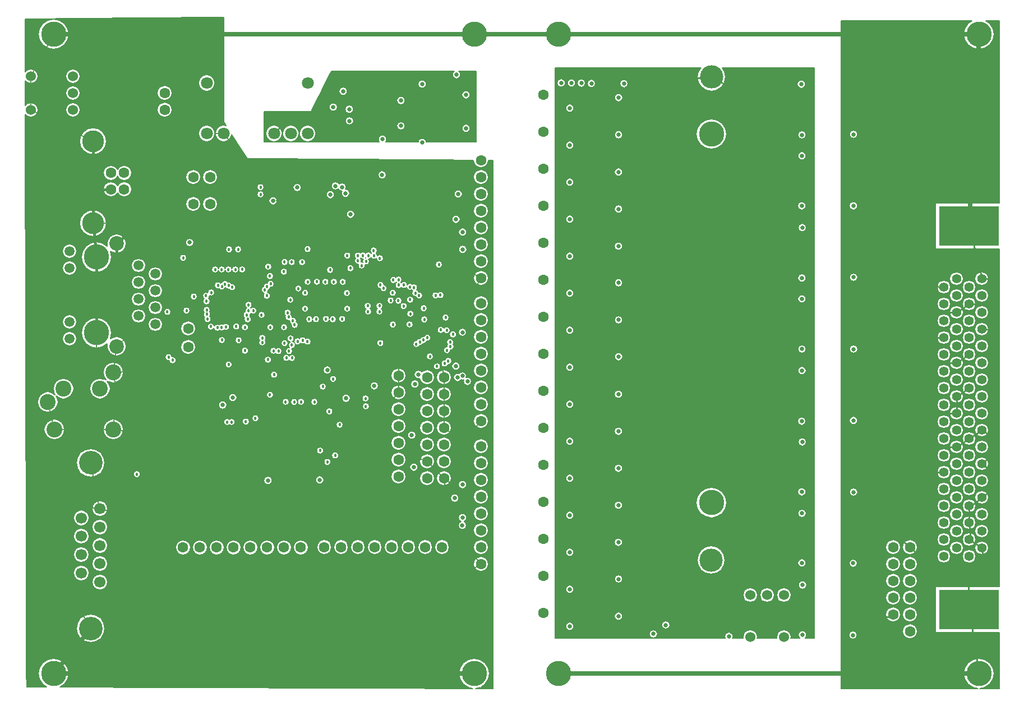
<source format=gbr>
G04 (created by PCBNEW-RS274X (2010-03-14)-final) date Tue 01 Feb 2011 02:56:58 PM EST*
G01*
G70*
G90*
%MOIN*%
G04 Gerber Fmt 3.4, Leading zero omitted, Abs format*
%FSLAX34Y34*%
G04 APERTURE LIST*
%ADD10C,0.001000*%
%ADD11C,0.063000*%
%ADD12C,0.149600*%
%ADD13C,0.137800*%
%ADD14C,0.150000*%
%ADD15C,0.070900*%
%ADD16C,0.129900*%
%ADD17C,0.060000*%
%ADD18C,0.055000*%
%ADD19R,0.354300X0.236200*%
%ADD20C,0.094500*%
%ADD21C,0.140000*%
%ADD22C,0.066900*%
%ADD23C,0.086600*%
%ADD24C,0.059100*%
%ADD25C,0.025000*%
%ADD26C,0.018000*%
%ADD27C,0.010000*%
%ADD28C,0.025000*%
%ADD29C,0.008000*%
%ADD30C,0.015000*%
%ADD31C,0.007000*%
G04 APERTURE END LIST*
G54D10*
G54D11*
X41900Y-24500D03*
X41900Y-25500D03*
X41900Y-26500D03*
X41900Y-27500D03*
X41900Y-28500D03*
X41900Y-29500D03*
X40900Y-24500D03*
X40900Y-25500D03*
X40900Y-26500D03*
X40900Y-27500D03*
X40900Y-28500D03*
G54D12*
X30100Y00068D03*
G54D13*
X30108Y03454D03*
G54D12*
X30100Y-21845D03*
G54D13*
X30084Y-25254D03*
G54D14*
X16000Y-32000D03*
X-09000Y06000D03*
X16000Y06000D03*
X-09000Y-32000D03*
G54D11*
X-02400Y02500D03*
X-02400Y01500D03*
X-00700Y-04100D03*
X00300Y-04100D03*
X-00700Y-02500D03*
X00300Y-02500D03*
X11500Y-14300D03*
X11500Y-15300D03*
X11500Y-16300D03*
X11500Y-17300D03*
X11500Y-18300D03*
X11500Y-19300D03*
X11500Y-20300D03*
X14200Y-20400D03*
X13200Y-20400D03*
X14200Y-19400D03*
X13200Y-19400D03*
X14200Y-18400D03*
X13200Y-18400D03*
X14200Y-17400D03*
X13200Y-17400D03*
X14200Y-16400D03*
X13200Y-16400D03*
X14200Y-15400D03*
X13200Y-15400D03*
X14200Y-14400D03*
X13200Y-14400D03*
X16400Y-01500D03*
X16400Y-02500D03*
X16400Y-04500D03*
X16400Y-05500D03*
X16400Y-06500D03*
X16400Y-07500D03*
X16400Y-08500D03*
X16400Y-03500D03*
X16400Y-10000D03*
X16400Y-11000D03*
X16400Y-13000D03*
X16400Y-14000D03*
X16400Y-15000D03*
X16400Y-16000D03*
X16400Y-17000D03*
X16400Y-12000D03*
X16400Y-18500D03*
X16400Y-19500D03*
X16400Y-21500D03*
X16400Y-22500D03*
X16400Y-23500D03*
X16400Y-24500D03*
X16400Y-25500D03*
X16400Y-20500D03*
G54D15*
X00100Y00100D03*
X01100Y00100D03*
X04100Y00100D03*
X05100Y00100D03*
X06100Y00100D03*
X06100Y03100D03*
X00100Y03100D03*
G54D16*
X-06660Y-00359D03*
X-06660Y-05241D03*
G54D11*
X-05593Y-02237D03*
X-04806Y-02237D03*
X-04806Y-03221D03*
X-05593Y-03221D03*
G54D17*
X34400Y-27350D03*
X33400Y-27350D03*
X32400Y-27350D03*
X32400Y-29850D03*
X34400Y-29850D03*
X-07850Y01500D03*
X-07850Y02500D03*
X-07850Y03500D03*
X-10350Y03500D03*
X-10350Y01500D03*
G54D18*
X43919Y-25035D03*
X44669Y-24535D03*
X43919Y-24035D03*
X44669Y-23535D03*
X43919Y-23035D03*
X44669Y-22535D03*
X43919Y-22035D03*
X44669Y-21535D03*
X43919Y-21035D03*
X44669Y-20535D03*
X43919Y-20035D03*
X44669Y-19535D03*
X43919Y-19035D03*
X44669Y-18535D03*
X43919Y-18035D03*
X44669Y-17535D03*
X43919Y-17035D03*
X44669Y-16535D03*
X43919Y-16035D03*
X44669Y-15535D03*
X43919Y-15035D03*
X44669Y-14535D03*
X43919Y-14035D03*
X44669Y-13535D03*
X43919Y-13035D03*
X44669Y-12535D03*
X43919Y-12035D03*
X44669Y-11535D03*
X43919Y-11035D03*
X44669Y-10535D03*
X43919Y-10035D03*
X44669Y-09535D03*
X43919Y-09035D03*
X44669Y-08535D03*
X45419Y-25035D03*
X46169Y-24535D03*
X45419Y-24035D03*
X46169Y-23535D03*
X45419Y-23035D03*
X46169Y-22535D03*
X45419Y-22035D03*
X46169Y-21535D03*
X45419Y-21035D03*
X46169Y-20535D03*
X45419Y-20035D03*
X46169Y-19535D03*
X45419Y-19035D03*
X46169Y-18535D03*
X45419Y-18035D03*
X46169Y-17535D03*
X45419Y-17035D03*
X46169Y-16535D03*
X45419Y-16035D03*
X46169Y-15535D03*
X45419Y-15035D03*
X46169Y-14535D03*
X45419Y-14035D03*
X46169Y-13535D03*
X45419Y-13035D03*
X46169Y-12535D03*
X45419Y-12035D03*
X46169Y-11535D03*
X45419Y-11035D03*
X46169Y-10535D03*
X45419Y-10035D03*
X46169Y-09535D03*
X45419Y-09035D03*
X46169Y-08535D03*
G54D19*
X45419Y-28185D03*
X45419Y-05385D03*
G54D20*
X-09349Y-15859D03*
X-08404Y-15072D03*
X-06239Y-15072D03*
X-05451Y-14107D03*
X-05451Y-17493D03*
X-08955Y-17493D03*
G54D11*
X20117Y-26185D03*
X20117Y-21785D03*
X20117Y-23985D03*
X20117Y-15185D03*
X20117Y-17385D03*
X20117Y-19585D03*
X20117Y-12985D03*
X20117Y-06385D03*
X20117Y-04185D03*
X20117Y-08585D03*
X20117Y00215D03*
X20117Y-01985D03*
X20117Y-10785D03*
X20117Y02415D03*
X03690Y-24510D03*
X04690Y-24510D03*
X05690Y-24510D03*
X02690Y-24510D03*
X01690Y-24510D03*
X00690Y-24510D03*
X-00310Y-24510D03*
X-01310Y-24510D03*
X14083Y-24496D03*
X13083Y-24496D03*
X12083Y-24496D03*
X11083Y-24496D03*
X10083Y-24496D03*
X09083Y-24496D03*
X08083Y-24496D03*
X07083Y-24496D03*
X-01000Y-11500D03*
X-01000Y-12600D03*
X20117Y-28385D03*
G54D14*
X46000Y-32000D03*
X46000Y06000D03*
X21000Y-32000D03*
X21000Y06000D03*
G54D21*
X-06800Y-19480D03*
G54D22*
X-06241Y-22206D03*
X-06241Y-23297D03*
X-06241Y-24387D03*
X-06241Y-25478D03*
X-06241Y-26569D03*
X-07359Y-22752D03*
X-07359Y-23842D03*
X-07359Y-24933D03*
X-07359Y-26023D03*
G54D21*
X-06800Y-29319D03*
G54D12*
X-06451Y-07251D03*
X-06451Y-11751D03*
G54D23*
X-05250Y-06448D03*
X-05250Y-12552D03*
G54D24*
X-08049Y-06891D03*
X-08049Y-12111D03*
X-08049Y-07891D03*
X-08049Y-11111D03*
X-03951Y-07751D03*
X-02951Y-08251D03*
X-03951Y-08751D03*
X-02951Y-09251D03*
X-03951Y-09751D03*
X-02951Y-10251D03*
X-03951Y-10751D03*
X-02951Y-11251D03*
G54D25*
X04044Y-03906D03*
G54D26*
X03859Y-08377D03*
X01854Y-11374D03*
X14014Y-11576D03*
X10421Y-12362D03*
X06098Y-12271D03*
G54D25*
X08357Y-03456D03*
G54D26*
X00101Y-10385D03*
X01251Y-11401D03*
X00367Y-09353D03*
X01615Y-09038D03*
X-00662Y-09598D03*
X00601Y-07989D03*
X00998Y-07986D03*
X01395Y-07986D03*
X01799Y-07986D03*
X-01300Y-07295D03*
X-02240Y-10505D03*
X04969Y-10816D03*
X02539Y-10943D03*
G54D25*
X15297Y-23200D03*
X15603Y-14641D03*
X15320Y-06792D03*
X07266Y-13964D03*
G54D26*
X13784Y-13740D03*
G54D25*
X15309Y-05761D03*
X15301Y-14316D03*
X15305Y-22738D03*
G54D26*
X09563Y-16121D03*
X06501Y-15861D03*
X04731Y-12368D03*
X14739Y-11844D03*
X05160Y-12475D03*
X14368Y-11601D03*
X03857Y-15435D03*
X03740Y-13351D03*
X04997Y-12836D03*
X14574Y-12301D03*
X02998Y-16833D03*
X02424Y-17032D03*
X04067Y-12823D03*
X14459Y-13424D03*
X05169Y-13251D03*
X14383Y-12787D03*
X04833Y-13240D03*
X14589Y-12561D03*
X04367Y-12837D03*
X14244Y-13571D03*
X04693Y-11418D03*
X01572Y-17055D03*
X03883Y-11425D03*
X01319Y-17052D03*
X02476Y-10696D03*
X04910Y-10552D03*
X03757Y-07821D03*
X02595Y-10439D03*
X05231Y-11040D03*
X-02163Y-13200D03*
X00112Y-10638D03*
X03902Y-08837D03*
X00998Y-11428D03*
X02372Y-11420D03*
X03676Y-09546D03*
X00734Y-11447D03*
X03549Y-09199D03*
X00348Y-11383D03*
X00150Y-10936D03*
X03690Y-08994D03*
X12187Y-09020D03*
X09390Y-07153D03*
X09544Y-15652D03*
G54D25*
X14922Y-05004D03*
X14912Y-13729D03*
X15010Y-14409D03*
X14840Y-21580D03*
G54D26*
X05712Y-15856D03*
X11158Y-09369D03*
X09309Y-07757D03*
X05300Y-15866D03*
X07615Y-14498D03*
X06844Y-18750D03*
X09084Y-07468D03*
X11813Y-10162D03*
X11035Y-09829D03*
X09090Y-07165D03*
G54D25*
X12674Y-14225D03*
G54D26*
X05330Y-11278D03*
X-01927Y-13379D03*
X02587Y-10085D03*
X02878Y-10435D03*
G54D25*
X12472Y-14791D03*
X24903Y03061D03*
X24585Y02224D03*
X24583Y00020D03*
X24577Y-02193D03*
X24578Y-04390D03*
X24572Y-06603D03*
X24583Y-08780D03*
X24581Y-10983D03*
X24585Y-13176D03*
X24573Y-15400D03*
X24572Y-17604D03*
X24570Y-19807D03*
X24573Y-22000D03*
X24570Y-24207D03*
X24580Y-26387D03*
X24576Y-28594D03*
X27394Y-29119D03*
X26655Y-29649D03*
X31137Y-29794D03*
X35482Y00012D03*
X35470Y-04208D03*
X35478Y-08492D03*
X35482Y-12716D03*
X35466Y-17004D03*
X35470Y-21204D03*
X35478Y-25428D03*
X35510Y-29712D03*
X35490Y-13994D03*
X35478Y-09733D03*
X35502Y-05498D03*
X35482Y-01229D03*
X35441Y03027D03*
X35522Y-26743D03*
X35485Y-22484D03*
X35499Y-18238D03*
X25121Y-28632D03*
X23781Y-29290D03*
X21472Y-29571D03*
X21472Y-27371D03*
X23781Y-27090D03*
X25121Y-26432D03*
X21472Y-25171D03*
X23781Y-24890D03*
X25121Y-24232D03*
X21472Y-22971D03*
X23781Y-22690D03*
X25121Y-22032D03*
X21472Y-20771D03*
X23781Y-20490D03*
X25121Y-19832D03*
X21472Y-18571D03*
X23781Y-18290D03*
X25121Y-17632D03*
X21472Y-16371D03*
X23781Y-16090D03*
X25121Y-15432D03*
X21472Y-14171D03*
X23781Y-13890D03*
X25121Y-13232D03*
X21472Y-11971D03*
X23781Y-11690D03*
X25121Y-11032D03*
X21472Y-09771D03*
X23781Y-09490D03*
X25121Y-08832D03*
X21472Y-07571D03*
X23781Y-07290D03*
X25121Y-06632D03*
X21472Y-05371D03*
X23781Y-05090D03*
X25121Y-04432D03*
X21472Y-03171D03*
X23781Y-02890D03*
X25121Y-02232D03*
X21472Y-00971D03*
X23781Y-00690D03*
X25121Y-00032D03*
X21472Y01229D03*
X23781Y01510D03*
X25121Y02168D03*
X25687Y03095D03*
X28795Y-29565D03*
X28167Y-27349D03*
X27484Y-27871D03*
X35470Y00423D03*
X35478Y-03773D03*
X35474Y-08073D03*
X35486Y-12281D03*
X35478Y-16549D03*
X35478Y-20756D03*
X35470Y-24988D03*
X35490Y-29256D03*
G54D26*
X24308Y03300D03*
G54D25*
X35947Y-21718D03*
X35943Y-17465D03*
X35943Y-13215D03*
X35963Y-08964D03*
X35953Y-04743D03*
X35963Y-00464D03*
X35949Y-25978D03*
X35438Y03515D03*
X21682Y-02796D03*
X21682Y-00596D03*
X21682Y01604D03*
X21170Y03105D03*
X21682Y-29196D03*
X21682Y-26996D03*
X21682Y-24796D03*
X21682Y-22596D03*
X22968Y03072D03*
X21682Y-20396D03*
X21682Y-18196D03*
X21682Y-15996D03*
X21682Y-13796D03*
X22366Y03089D03*
X21682Y-11596D03*
X21682Y-09396D03*
X21682Y-07196D03*
X21682Y-04996D03*
X21781Y03097D03*
G54D26*
X05084Y-12079D03*
G54D25*
X07447Y-03538D03*
G54D26*
X04107Y-14237D03*
X04796Y-15854D03*
X05813Y-12200D03*
G54D25*
X08149Y-03088D03*
G54D26*
X05499Y-12260D03*
G54D25*
X07747Y-03020D03*
X15511Y00898D03*
X15516Y01392D03*
X15516Y01895D03*
X14045Y02108D03*
X14040Y01610D03*
X14035Y01106D03*
X14045Y00603D03*
X12900Y02044D03*
X14705Y02848D03*
X12891Y00549D03*
X07423Y00843D03*
X07048Y00569D03*
X09069Y01303D03*
X10057Y-00250D03*
X09969Y01866D03*
X09985Y03319D03*
X11641Y02054D03*
X11641Y00553D03*
X08593Y00847D03*
X10550Y-00245D03*
X14949Y03593D03*
X15516Y00403D03*
X15512Y02396D03*
X07624Y01664D03*
X08572Y01542D03*
X08210Y02608D03*
G54D26*
X10328Y-06851D03*
X12157Y-10954D03*
X12179Y-10194D03*
X13033Y-11328D03*
X13036Y-10627D03*
X12968Y-09934D03*
X10363Y-12992D03*
X06561Y-09372D03*
X07197Y-09372D03*
X07832Y-09385D03*
X07832Y-10323D03*
X07207Y-10320D03*
X06568Y-10323D03*
X06884Y-10000D03*
X07520Y-09997D03*
X06558Y-09678D03*
X07204Y-09681D03*
X07826Y-09691D03*
X05498Y-10385D03*
X08891Y-10389D03*
X07715Y-11505D03*
X07490Y-11774D03*
X06683Y-08308D03*
X06918Y-08016D03*
G54D25*
X-03997Y-23802D03*
X-02501Y-23800D03*
G54D26*
X05078Y-08607D03*
X05522Y-09790D03*
G54D25*
X15305Y-01787D03*
X15305Y-04248D03*
X15305Y-10299D03*
X15291Y-10703D03*
X15312Y-12697D03*
X15305Y-18197D03*
X15291Y-21222D03*
G54D26*
X03318Y-06905D03*
X02878Y-08088D03*
X01498Y-12196D03*
X00943Y-10203D03*
X01299Y-09842D03*
X01663Y-10200D03*
X01287Y-10553D03*
X-00696Y-10792D03*
X02828Y-09194D03*
X01810Y-13193D03*
X00895Y-13497D03*
X00196Y-12175D03*
X-00480Y-12488D03*
G54D25*
X-00454Y-13942D03*
X00999Y-14924D03*
X-03153Y-17802D03*
X02644Y-13996D03*
X02547Y-15603D03*
X10694Y-17833D03*
X10058Y-16964D03*
X12283Y-16980D03*
G54D26*
X07362Y-07489D03*
X13366Y-13591D03*
X-01095Y-10703D03*
G54D25*
X09653Y-05600D03*
X09236Y-04974D03*
X08295Y-05317D03*
G54D26*
X01437Y-07575D03*
G54D25*
X03047Y-03319D03*
X00994Y-03308D03*
X02728Y-03309D03*
X01412Y-03296D03*
X04380Y-02680D03*
X04038Y-02709D03*
X04346Y-03900D03*
X05345Y-02396D03*
X07047Y-02396D03*
X07552Y-02390D03*
X10068Y-02355D03*
X05087Y-03496D03*
X05712Y-03878D03*
X00568Y-07401D03*
X03183Y-20779D03*
X06198Y-19448D03*
X03090Y-19466D03*
X14496Y-26691D03*
X06373Y-26691D03*
X-01733Y-26699D03*
X39452Y02502D03*
X39469Y01991D03*
G54D26*
X13880Y-08547D03*
X13829Y-11436D03*
X07770Y-19697D03*
X-03776Y-20134D03*
G54D25*
X38546Y00506D03*
X38539Y-03753D03*
X38567Y-07998D03*
X38525Y-12251D03*
X38559Y-20765D03*
X38503Y-25003D03*
X38531Y-29262D03*
X38552Y-16486D03*
X07745Y-16385D03*
X01050Y-17895D03*
G54D26*
X03342Y-17119D03*
G54D25*
X04154Y-17949D03*
X06488Y-17130D03*
G54D26*
X04189Y-13169D03*
X06097Y-07532D03*
X04362Y-06855D03*
G54D25*
X-02402Y-02858D03*
X-01639Y-02286D03*
X-03145Y-02276D03*
X-01994Y-20491D03*
X00829Y-06400D03*
X-00042Y-08202D03*
G54D26*
X04676Y-08741D03*
X04018Y-07959D03*
X38548Y-26230D03*
X38537Y-21979D03*
G54D25*
X38547Y-17733D03*
X38568Y-13480D03*
X38568Y-09238D03*
X38578Y-04978D03*
X38578Y-00729D03*
X38645Y03513D03*
X05501Y-04289D03*
X-00300Y-11279D03*
G54D26*
X09672Y-10147D03*
X12768Y-12296D03*
X10366Y-10485D03*
X12973Y-12183D03*
X09698Y-10490D03*
X12563Y-12421D03*
X10369Y-10148D03*
X13215Y-12038D03*
X12501Y-09388D03*
X08454Y-07162D03*
X01000Y-08994D03*
X11498Y-09843D03*
X09568Y-07504D03*
X01403Y-08944D03*
X05071Y-09790D03*
X01188Y-08860D03*
X00771Y-08931D03*
X05549Y-09121D03*
X03407Y-12059D03*
X00062Y-09551D03*
X01968Y-06794D03*
X07739Y-19041D03*
X03303Y-03518D03*
X03300Y-03098D03*
G54D25*
X05475Y-03116D03*
G54D26*
X09711Y-07153D03*
X13702Y-09532D03*
X10428Y-08906D03*
X13997Y-09507D03*
X12727Y-09535D03*
X08643Y-07911D03*
X12420Y-09053D03*
X10616Y-09103D03*
X11821Y-08904D03*
X10031Y-06855D03*
X11509Y-08911D03*
X10033Y-07166D03*
X11503Y-08594D03*
X10395Y-07320D03*
G54D25*
X-00907Y-06384D03*
X08651Y-04705D03*
G54D26*
X00090Y-09880D03*
X07385Y-16426D03*
X07999Y-17215D03*
X03407Y-12322D03*
G54D25*
X12906Y03034D03*
X12906Y-00444D03*
G54D26*
X06650Y-08717D03*
X07153Y-08719D03*
X07656Y-08723D03*
X08184Y-08724D03*
X06099Y-08720D03*
X08436Y-09385D03*
X05949Y-09371D03*
X07438Y-08009D03*
X-01101Y-10431D03*
X11194Y-08609D03*
X12159Y-11257D03*
X12205Y-10622D03*
X12192Y-09779D03*
X13035Y-10961D03*
X13003Y-10292D03*
X11166Y-11258D03*
X06195Y-10942D03*
X06601Y-10939D03*
X07192Y-10928D03*
X07596Y-10945D03*
X08150Y-10928D03*
X05948Y-10320D03*
X08450Y-10323D03*
X03361Y-10690D03*
X02003Y-12197D03*
X02378Y-12809D03*
G54D25*
X01056Y-16045D03*
X01652Y-15599D03*
G54D26*
X07003Y-14950D03*
G54D25*
X10064Y-14904D03*
X08390Y-15646D03*
X12292Y-17833D03*
X12409Y-19741D03*
G54D26*
X13371Y-13152D03*
X02208Y-07983D03*
X01429Y-06793D03*
G54D25*
X10532Y-02361D03*
X03740Y-20523D03*
X06819Y-20494D03*
G54D26*
X13904Y-07692D03*
X14299Y-10842D03*
X01003Y-12179D03*
X01412Y-13634D03*
X07279Y-19428D03*
X-04051Y-20158D03*
G54D25*
X15053Y-03499D03*
X15300Y-11719D03*
X15306Y-20776D03*
G54D26*
X04688Y-08114D03*
X04727Y-07545D03*
X05154Y-07546D03*
X05774Y-07546D03*
X06098Y-06771D03*
G54D25*
X38546Y00046D03*
X38539Y-04206D03*
X38553Y-08451D03*
X38560Y-12718D03*
X38544Y-16963D03*
X38552Y-21218D03*
X38531Y-25449D03*
X38517Y-29722D03*
G54D27*
X25121Y-28632D02*
X25121Y-26432D01*
X25121Y-26432D02*
X25121Y-24232D01*
X25121Y-24232D02*
X25121Y-22032D01*
X25121Y-22032D02*
X25121Y-19832D01*
X25121Y-19832D02*
X25121Y-17632D01*
X25121Y-17632D02*
X25121Y-15432D01*
X25121Y-15432D02*
X25121Y-13232D01*
X25121Y-13232D02*
X25121Y-11032D01*
X25121Y-11032D02*
X25121Y-08832D01*
X25121Y-08832D02*
X25121Y-06632D01*
X25121Y-06632D02*
X25121Y-04432D01*
X25121Y-04432D02*
X25121Y-02232D01*
X25121Y-02232D02*
X25121Y-00032D01*
X25121Y-00032D02*
X25121Y02168D01*
X25121Y02168D02*
X25687Y03095D01*
X23781Y01510D02*
X25121Y02168D01*
X23781Y-00690D02*
X25121Y-00032D01*
X21472Y01229D02*
X23781Y01510D01*
X21472Y-00971D02*
X23781Y-00690D01*
X21472Y-03171D02*
X23781Y-02890D01*
X23781Y-02890D02*
X25121Y-02232D01*
X21472Y-05371D02*
X23781Y-05090D01*
X23781Y-05090D02*
X25121Y-04432D01*
X21472Y-07571D02*
X23781Y-07290D01*
X23781Y-07290D02*
X25121Y-06632D01*
X21472Y-09771D02*
X23781Y-09490D01*
X23781Y-09490D02*
X25121Y-08832D01*
X21472Y-11971D02*
X23781Y-11690D01*
X23781Y-11690D02*
X25121Y-11032D01*
X21472Y-14171D02*
X23781Y-13890D01*
X23781Y-13890D02*
X25121Y-13232D01*
X21472Y-16371D02*
X23781Y-16090D01*
X23781Y-16090D02*
X25121Y-15432D01*
X21472Y-18571D02*
X23781Y-18290D01*
X23781Y-18290D02*
X25121Y-17632D01*
X21472Y-20771D02*
X23781Y-20490D01*
X23781Y-20490D02*
X25121Y-19832D01*
X21472Y-22971D02*
X23781Y-22690D01*
X23781Y-22690D02*
X25121Y-22032D01*
X21472Y-25171D02*
X23781Y-24890D01*
X23781Y-24890D02*
X25121Y-24232D01*
X21472Y-27371D02*
X23781Y-27090D01*
X23781Y-27090D02*
X25121Y-26432D01*
X21472Y-29571D02*
X23781Y-29290D01*
X23781Y-29290D02*
X25121Y-28632D01*
X25121Y-28632D02*
X27484Y-27871D01*
X27484Y-27871D02*
X28167Y-27349D01*
X28167Y-27349D02*
X28795Y-29565D01*
X28795Y-29565D02*
X34736Y-28970D01*
X34736Y-28970D02*
X35490Y-29256D01*
X35490Y-29256D02*
X35069Y-25472D01*
X35069Y-25472D02*
X35470Y-24988D01*
X35470Y-24988D02*
X34953Y-21092D01*
X34953Y-21092D02*
X35478Y-20756D01*
X35478Y-20756D02*
X34982Y-16842D01*
X34982Y-16842D02*
X35478Y-16549D01*
X35478Y-16549D02*
X34939Y-12434D01*
X34939Y-12434D02*
X35486Y-12281D01*
X35486Y-12281D02*
X35011Y-08198D01*
X35011Y-08198D02*
X35474Y-08073D01*
X35474Y-08073D02*
X35083Y-04209D01*
X35083Y-04209D02*
X35478Y-03773D01*
X35478Y-03773D02*
X35054Y-00031D01*
X35054Y-00031D02*
X35470Y00423D01*
X35470Y00423D02*
X30108Y03454D01*
X30108Y03454D02*
X25687Y03095D01*
X25121Y02168D02*
X24308Y03300D01*
X35949Y-25978D02*
X35786Y-24986D01*
X35786Y-24986D02*
X35470Y-24988D01*
X35947Y-21718D02*
X35954Y-20735D01*
X35954Y-20735D02*
X35478Y-20756D01*
X35943Y-17465D02*
X35954Y-16485D01*
X35954Y-16485D02*
X35478Y-16549D01*
X35943Y-13215D02*
X35954Y-12235D01*
X35954Y-12235D02*
X35486Y-12281D01*
X35963Y-08964D02*
X35954Y-07985D01*
X35954Y-07985D02*
X35474Y-08073D01*
X35953Y-04743D02*
X35954Y-03735D01*
X35954Y-03735D02*
X35478Y-03773D01*
X35963Y-00464D02*
X35954Y00515D01*
X35954Y00515D02*
X35470Y00423D01*
X35470Y00423D02*
X34905Y03039D01*
X34905Y03039D02*
X35438Y03515D01*
X04100Y00100D02*
X04762Y00754D01*
X04762Y00754D02*
X07048Y00569D01*
X07048Y00569D02*
X07423Y00843D01*
X07423Y00843D02*
X09069Y01303D01*
X09069Y01303D02*
X09969Y01866D01*
X09969Y01866D02*
X09985Y03319D01*
X09969Y01866D02*
X10057Y-00250D01*
X09969Y01866D02*
X11849Y01476D01*
X11849Y01476D02*
X12900Y02044D01*
X12891Y00549D02*
X12900Y02044D01*
X12900Y02044D02*
X14045Y02108D01*
X14045Y02108D02*
X14040Y01610D01*
X14040Y01610D02*
X14035Y01106D01*
X14035Y01106D02*
X14045Y00603D01*
X14045Y02108D02*
X14705Y02848D01*
X14705Y02848D02*
X15051Y02018D01*
X15051Y02018D02*
X15516Y01895D01*
X15516Y01895D02*
X15516Y01392D01*
X15516Y01392D02*
X15511Y00898D01*
X15511Y00898D02*
X14045Y00603D01*
X38546Y00506D02*
X38850Y00497D01*
X38850Y00497D02*
X38850Y-00713D01*
X38850Y-03803D02*
X38539Y-03753D01*
X38850Y-03803D02*
X38850Y-04944D01*
X38850Y-07941D02*
X38567Y-07998D01*
X38850Y-08003D02*
X38850Y-09242D01*
X38850Y-12303D02*
X38525Y-12251D01*
X38850Y-12303D02*
X38850Y-13483D01*
X38850Y-16503D02*
X38552Y-16486D01*
X38850Y-16503D02*
X38850Y-17729D01*
X38850Y-20803D02*
X38559Y-20765D01*
X38850Y-20803D02*
X38836Y-21969D01*
X38800Y-25003D02*
X38503Y-25003D01*
X38800Y-25003D02*
X38800Y-26228D01*
X38800Y-29303D02*
X38531Y-29262D01*
X38800Y-25003D02*
X40833Y-23562D01*
X40833Y-23562D02*
X41900Y-24500D01*
X41900Y-24500D02*
X42660Y-25158D01*
X46169Y-24535D02*
X45419Y-24035D01*
X45514Y-24099D02*
X45419Y-23035D01*
X45419Y-23035D02*
X45419Y-22035D01*
X45419Y-22127D02*
X46169Y-21535D01*
X46169Y-21535D02*
X46765Y-21083D01*
X46765Y-21083D02*
X46776Y-20019D01*
X46776Y-20019D02*
X46169Y-19535D01*
X46169Y-19535D02*
X46816Y-18965D01*
X46816Y-18965D02*
X46796Y-17921D01*
X46796Y-17921D02*
X46169Y-17535D01*
X46169Y-17535D02*
X45419Y-18035D01*
X45419Y-18035D02*
X44669Y-18535D01*
X44669Y-18535D02*
X43242Y-18553D01*
X43242Y-18553D02*
X43222Y-20039D01*
X43222Y-20039D02*
X43919Y-20035D01*
X43242Y-18553D02*
X43322Y-16556D01*
X43322Y-16556D02*
X44669Y-16535D01*
X44669Y-16535D02*
X44669Y-15535D01*
X44669Y-15535D02*
X45419Y-15035D01*
X43322Y-16556D02*
X43272Y-13534D01*
X43272Y-13534D02*
X44669Y-13535D01*
X44669Y-13535D02*
X45419Y-13035D01*
X43272Y-13534D02*
X43262Y-12018D01*
X43262Y-12018D02*
X43919Y-12035D01*
X43262Y-12018D02*
X43282Y-10502D01*
X43282Y-10502D02*
X44669Y-10535D01*
X44669Y-10535D02*
X45419Y-10035D01*
X45419Y-10035D02*
X46836Y-10011D01*
X46836Y-10011D02*
X46806Y-11556D01*
X46806Y-11556D02*
X46169Y-11535D01*
X46836Y-10011D02*
X46836Y-08495D01*
X46836Y-08495D02*
X46169Y-08535D01*
X43282Y-10502D02*
X43272Y-09017D01*
X43272Y-09017D02*
X43919Y-09035D01*
X46169Y-08535D02*
X45419Y-05385D01*
X45419Y-28185D02*
X45376Y-26388D01*
X45376Y-26388D02*
X46278Y-25694D01*
X46278Y-25694D02*
X46169Y-24535D01*
X45376Y-26388D02*
X42930Y-25676D01*
X42930Y-25676D02*
X42660Y-25158D01*
X38800Y-29303D02*
X40900Y-28500D01*
X45419Y-28185D02*
X46000Y-32000D01*
G54D28*
X21000Y-32000D02*
X46000Y-32000D01*
X45419Y-05385D02*
X46000Y06000D01*
X46000Y06000D02*
X21000Y06000D01*
X21000Y06000D02*
X16000Y06000D01*
X16000Y06000D02*
X-09000Y06000D01*
X16000Y-32000D02*
X-09000Y-32000D01*
X-09000Y-32000D02*
X-06800Y-29319D01*
G54D29*
X-06800Y-29319D02*
X-08739Y-25971D01*
X-08739Y-25971D02*
X-08161Y-22097D01*
X-08161Y-22097D02*
X-06241Y-22206D01*
X-06295Y-22203D02*
X-06800Y-19480D01*
X-06241Y-22206D02*
X-04113Y-22805D01*
X-04113Y-22805D02*
X-03997Y-23802D01*
X-03997Y-23802D02*
X-02501Y-23800D01*
X-04113Y-22805D02*
X-03776Y-20134D01*
X-03776Y-20134D02*
X-03153Y-17802D01*
X-03153Y-17802D02*
X-05451Y-17493D01*
X-05451Y-17493D02*
X-08955Y-17493D01*
X-08955Y-17493D02*
X-09349Y-15859D01*
X-05451Y-17493D02*
X-05250Y-15279D01*
X-05250Y-15279D02*
X-05451Y-14107D01*
X-05451Y-14107D02*
X-00454Y-13942D01*
X-00454Y-13942D02*
X00895Y-13497D01*
X00895Y-13497D02*
X01810Y-13193D01*
X01810Y-13193D02*
X02644Y-13996D01*
X02644Y-13996D02*
X02547Y-15603D01*
X02547Y-15603D02*
X00999Y-14924D01*
X02547Y-15603D02*
X04148Y-15799D01*
X04148Y-15799D02*
X05596Y-15470D01*
X05596Y-15470D02*
X07242Y-15751D01*
X07242Y-15751D02*
X07745Y-16385D01*
X07745Y-16385D02*
X10058Y-16964D01*
X10058Y-16964D02*
X11500Y-15300D01*
X11500Y-15300D02*
X11500Y-14300D01*
X11500Y-14300D02*
X11487Y-13442D01*
X11487Y-13442D02*
X13366Y-13591D01*
X13366Y-13591D02*
X13903Y-13529D01*
X13903Y-13529D02*
X14131Y-13761D01*
X14131Y-13761D02*
X14200Y-14400D01*
X14200Y-14400D02*
X14200Y-15400D01*
X14200Y-15400D02*
X14200Y-16400D01*
X14200Y-16400D02*
X14200Y-17400D01*
X14200Y-17400D02*
X15305Y-18197D01*
X13200Y-19400D02*
X14200Y-20400D01*
X14200Y-20400D02*
X15291Y-21222D01*
X15305Y-18197D02*
X15709Y-19778D01*
X15709Y-19778D02*
X15699Y-21095D01*
X15699Y-21095D02*
X15291Y-21222D01*
X15305Y-18197D02*
X16400Y-17000D01*
X13903Y-13529D02*
X14726Y-12887D01*
X14726Y-12887D02*
X15312Y-12697D01*
X15312Y-12697D02*
X15615Y-11702D01*
X15615Y-11702D02*
X15291Y-10703D01*
X15291Y-10703D02*
X15305Y-10299D01*
X15305Y-10299D02*
X16400Y-08500D01*
X16400Y-25500D02*
X14496Y-26691D01*
X16400Y-25500D02*
X14511Y-23396D01*
X14511Y-23396D02*
X14200Y-20400D01*
X13200Y-19400D02*
X11765Y-18820D01*
X11765Y-18820D02*
X11037Y-18787D01*
X11037Y-18787D02*
X10694Y-17833D01*
X10694Y-17833D02*
X10058Y-16964D01*
X11037Y-18787D02*
X07770Y-19697D01*
X07770Y-19697D02*
X06905Y-19857D01*
X06905Y-19857D02*
X06198Y-19448D01*
X06198Y-19448D02*
X03090Y-19466D01*
X03090Y-19466D02*
X03183Y-20779D01*
X04154Y-17949D02*
X06488Y-17130D01*
X04154Y-17949D02*
X03342Y-17119D01*
X03342Y-17119D02*
X01050Y-17895D01*
X06488Y-17130D02*
X07692Y-16658D01*
X07692Y-16658D02*
X07745Y-16385D01*
X02644Y-13996D02*
X03981Y-13662D01*
X03981Y-13662D02*
X04189Y-13169D01*
X05596Y-15470D02*
X06897Y-13385D01*
X06897Y-13385D02*
X07490Y-11774D01*
X07490Y-11774D02*
X10363Y-12992D01*
X07490Y-11774D02*
X07715Y-11505D01*
X07715Y-11505D02*
X08643Y-11368D01*
X08643Y-11368D02*
X08891Y-10389D01*
X08891Y-10389D02*
X08357Y-10610D01*
X08357Y-10610D02*
X07832Y-10323D01*
X07832Y-10323D02*
X07520Y-09997D01*
X07520Y-09997D02*
X07204Y-09681D01*
X07204Y-09681D02*
X07197Y-09372D01*
X07204Y-09681D02*
X06884Y-10000D01*
X06884Y-10000D02*
X06568Y-10323D01*
X06568Y-10323D02*
X06400Y-10503D01*
X06400Y-10503D02*
X05836Y-10561D01*
X05836Y-10561D02*
X05498Y-10385D01*
X05498Y-10385D02*
X05522Y-09790D01*
X05522Y-09790D02*
X05054Y-08875D01*
X05073Y-08913D02*
X05078Y-08607D01*
X05078Y-08607D02*
X06683Y-08308D01*
X06683Y-08308D02*
X06918Y-08016D01*
X06918Y-08016D02*
X07362Y-07489D01*
X06683Y-08308D02*
X06097Y-07532D01*
X06097Y-07532D02*
X05590Y-07000D01*
X05590Y-07000D02*
X04362Y-06855D01*
X04362Y-06855D02*
X03318Y-06905D01*
X07362Y-07489D02*
X08381Y-06708D01*
X08381Y-06708D02*
X10085Y-06631D01*
X10085Y-06631D02*
X10328Y-06851D01*
X08381Y-06708D02*
X08295Y-05317D01*
X08295Y-05317D02*
X09236Y-04974D01*
X09236Y-04974D02*
X09653Y-05600D01*
X09653Y-05600D02*
X10085Y-06631D01*
X09236Y-04974D02*
X10068Y-02355D01*
X10068Y-02355D02*
X07552Y-02390D01*
X07552Y-02390D02*
X07047Y-02396D01*
X07047Y-02396D02*
X05345Y-02396D01*
X05345Y-02396D02*
X04380Y-02680D01*
X05087Y-03496D02*
X04380Y-02680D01*
X05087Y-03496D02*
X05712Y-03878D01*
X04346Y-03900D02*
X05087Y-03496D01*
X04380Y-02680D02*
X04038Y-02709D01*
X04038Y-02709D02*
X03230Y-02687D01*
X03230Y-02687D02*
X02728Y-03309D01*
X03230Y-02687D02*
X01100Y00100D01*
X-06650Y-01463D02*
X-06660Y-00359D01*
X-06660Y-00359D02*
X-10350Y01500D01*
X-10350Y01500D02*
X-10350Y03500D01*
X-10350Y03500D02*
X-09000Y06000D01*
X-06660Y-05241D02*
X-03769Y-05227D01*
X-03769Y-05227D02*
X-02402Y-02858D01*
X-02402Y-02858D02*
X-03145Y-02276D01*
X-02402Y-02858D02*
X-01639Y-02286D01*
X-01639Y-02286D02*
X-01099Y-03270D01*
X-01099Y-03270D02*
X00994Y-03308D01*
X00994Y-03308D02*
X01412Y-03296D01*
X01412Y-03296D02*
X02728Y-03309D01*
X10068Y-02355D02*
X10366Y-01864D01*
X10366Y-01864D02*
X15305Y-01787D01*
X15305Y-01787D02*
X15305Y-04248D01*
X15305Y-04248D02*
X15665Y-05342D01*
X15665Y-05342D02*
X15736Y-08133D01*
X15736Y-08133D02*
X16400Y-08500D01*
X15736Y-08133D02*
X13880Y-08547D01*
X13829Y-11436D02*
X14174Y-11265D01*
X14174Y-11265D02*
X15303Y-11000D01*
X15303Y-11000D02*
X15291Y-10703D01*
X13829Y-11436D02*
X13033Y-11328D01*
X13033Y-11328D02*
X12157Y-10954D01*
X12157Y-10954D02*
X13036Y-10627D01*
X13036Y-10627D02*
X12179Y-10194D01*
X12179Y-10194D02*
X12968Y-09934D01*
X-03776Y-20134D02*
X-01994Y-20491D01*
X-00454Y-13942D02*
X-00480Y-12488D01*
X-00480Y-12488D02*
X00196Y-12175D01*
X00196Y-12175D02*
X00926Y-11907D01*
X00926Y-11907D02*
X01500Y-11997D01*
X01500Y-11997D02*
X01498Y-12196D01*
X01810Y-13193D02*
X01498Y-12196D01*
X-00300Y-11279D02*
X00196Y-12175D01*
X-00696Y-10792D02*
X-01095Y-10703D01*
X-00696Y-10792D02*
X-00154Y-10158D01*
X-00154Y-10158D02*
X00943Y-10203D01*
X00943Y-10203D02*
X01299Y-09842D01*
X01299Y-09842D02*
X01663Y-10200D01*
X01663Y-10200D02*
X01287Y-10553D01*
X01287Y-10553D02*
X00943Y-10203D01*
X01299Y-09842D02*
X02828Y-09194D01*
X02828Y-09194D02*
X02878Y-08088D01*
X02878Y-08088D02*
X03318Y-06905D01*
X02878Y-08088D02*
X02210Y-07614D01*
X02210Y-07614D02*
X01437Y-07575D01*
X01437Y-07575D02*
X00568Y-07401D01*
X00568Y-07401D02*
X00829Y-06400D01*
X00568Y-07401D02*
X-00042Y-08202D01*
X00829Y-06400D02*
X00994Y-03308D01*
X-05250Y-12552D02*
X-05451Y-14107D01*
X04676Y-08741D02*
X05078Y-08607D01*
X04018Y-07959D02*
X04676Y-08741D01*
G54D27*
X38800Y-26228D02*
X38800Y-29303D01*
X38800Y-26228D02*
X38548Y-26230D01*
X38850Y-00713D02*
X38850Y-03803D01*
X38578Y-00729D02*
X38850Y-00713D01*
X38850Y00497D02*
X39469Y01991D01*
X39469Y01991D02*
X39452Y02502D01*
X39452Y02502D02*
X38645Y03513D01*
X38836Y-21969D02*
X38800Y-25003D01*
X38537Y-21979D02*
X38836Y-21969D01*
X38850Y-17729D02*
X38850Y-20803D01*
X38547Y-17733D02*
X38850Y-17729D01*
X38850Y-13483D02*
X38850Y-16503D01*
X38568Y-13480D02*
X38850Y-13483D01*
X38850Y-09242D02*
X38850Y-12303D01*
X38568Y-09238D02*
X38850Y-09242D01*
X38850Y-04944D02*
X38850Y-08003D01*
X38578Y-04978D02*
X38850Y-04944D01*
X10694Y-17833D02*
X11891Y-17808D01*
X11891Y-17808D02*
X12283Y-16980D01*
G54D29*
X05712Y-03878D02*
X05501Y-04289D01*
X-00300Y-11279D02*
X-00696Y-10792D01*
X-05250Y-12552D02*
X-04583Y-11919D01*
X-06451Y-11751D02*
X-06438Y-12974D01*
G54D30*
X-05250Y-06448D02*
X-05247Y-07440D01*
X-05250Y-06448D02*
X-04496Y-05776D01*
X-06451Y-07251D02*
X-06660Y-05241D01*
X-06451Y-07251D02*
X-06451Y-11751D01*
X-06660Y-05241D02*
X-06660Y-03264D01*
X-06660Y-03264D02*
X-05593Y-03221D01*
X-06660Y-03264D02*
X-06659Y-00474D01*
G54D29*
X01100Y00100D02*
X00596Y00104D01*
X00596Y00104D02*
X00599Y00702D01*
G54D10*
G36*
X15768Y01700D02*
X15687Y02221D01*
X16100Y01989D01*
X15768Y01700D01*
X15768Y01700D01*
G37*
G54D31*
X15768Y01700D02*
X15687Y02221D01*
X16100Y01989D01*
X15768Y01700D01*
G54D10*
G36*
X15768Y02540D02*
X16100Y02960D01*
X16100Y02540D01*
X15768Y02540D01*
X15768Y02540D01*
G37*
G54D31*
X15768Y02540D02*
X16100Y02960D01*
X16100Y02540D01*
X15768Y02540D01*
G54D10*
G36*
X15768Y03380D02*
X16100Y03800D01*
X16100Y03380D01*
X15768Y03380D01*
X15768Y03380D01*
G37*
G54D31*
X15768Y03380D02*
X16100Y03800D01*
X16100Y03380D01*
X15768Y03380D01*
G54D10*
G36*
X15768Y01700D02*
X15105Y00860D01*
X15105Y01700D01*
X15768Y01700D01*
X15768Y01700D01*
G37*
G54D31*
X15768Y01700D02*
X15105Y00860D01*
X15105Y01700D01*
X15768Y01700D01*
G54D10*
G36*
X15105Y01700D02*
X15512Y02148D01*
X15768Y01700D01*
X15105Y01700D01*
X15105Y01700D01*
G37*
G54D31*
X15105Y01700D02*
X15512Y02148D01*
X15768Y01700D01*
X15105Y01700D01*
G54D10*
G36*
X16100Y03380D02*
X16100Y02960D01*
X15768Y03380D01*
X16100Y03380D01*
X16100Y03380D01*
G37*
G54D31*
X16100Y03380D02*
X16100Y02960D01*
X15768Y03380D01*
X16100Y03380D01*
G54D10*
G36*
X15105Y03380D02*
X15044Y03364D01*
X15124Y03418D01*
X15105Y03380D01*
X15105Y03380D01*
G37*
G54D31*
X15105Y03380D02*
X15044Y03364D01*
X15124Y03418D01*
X15105Y03380D01*
G54D10*
G36*
X15105Y01700D02*
X14442Y00860D01*
X14442Y01700D01*
X15105Y01700D01*
X15105Y01700D01*
G37*
G54D31*
X15105Y01700D02*
X14442Y00860D01*
X14442Y01700D01*
X15105Y01700D01*
G54D10*
G36*
X16100Y00633D02*
X16100Y00594D01*
X15745Y00498D01*
X16100Y00633D01*
X16100Y00633D01*
G37*
G54D31*
X16100Y00633D02*
X16100Y00594D01*
X15745Y00498D01*
X16100Y00633D01*
G54D10*
G36*
X15768Y01700D02*
X15768Y00860D01*
X15105Y00860D01*
X15768Y01700D01*
X15768Y01700D01*
G37*
G54D31*
X15768Y01700D02*
X15768Y00860D01*
X15105Y00860D01*
X15768Y01700D01*
G54D10*
G36*
X15105Y00860D02*
X15269Y00403D01*
X14442Y00860D01*
X15105Y00860D01*
X15105Y00860D01*
G37*
G54D31*
X15105Y00860D02*
X15269Y00403D01*
X14442Y00860D01*
X15105Y00860D01*
G54D10*
G36*
X15105Y01700D02*
X14442Y01700D01*
X15105Y02540D01*
X15105Y01700D01*
X15105Y01700D01*
G37*
G54D31*
X15105Y01700D02*
X14442Y01700D01*
X15105Y02540D01*
X15105Y01700D01*
G54D10*
G36*
X15768Y03380D02*
X15512Y02644D01*
X15105Y03380D01*
X15768Y03380D01*
X15768Y03380D01*
G37*
G54D31*
X15768Y03380D02*
X15512Y02644D01*
X15105Y03380D01*
X15768Y03380D01*
G54D10*
G36*
X14442Y02540D02*
X14854Y03364D01*
X15105Y02540D01*
X14442Y02540D01*
X14442Y02540D01*
G37*
G54D31*
X14442Y02540D02*
X14854Y03364D01*
X15105Y02540D01*
X14442Y02540D01*
G54D10*
G36*
X15178Y03688D02*
X15768Y03800D01*
X15197Y03593D01*
X15178Y03688D01*
X15178Y03688D01*
G37*
G54D31*
X15178Y03688D02*
X15768Y03800D01*
X15197Y03593D01*
X15178Y03688D01*
G54D10*
G36*
X14442Y01700D02*
X13779Y00860D01*
X13779Y01700D01*
X14442Y01700D01*
X14442Y01700D01*
G37*
G54D31*
X14442Y01700D02*
X13779Y00860D01*
X13779Y01700D01*
X14442Y01700D01*
G54D10*
G36*
X14442Y00020D02*
X14442Y00860D01*
X15269Y00403D01*
X14442Y00020D01*
X14442Y00020D01*
G37*
G54D31*
X14442Y00020D02*
X14442Y00860D01*
X15269Y00403D01*
X14442Y00020D01*
G54D10*
G36*
X15105Y01700D02*
X15105Y00860D01*
X14442Y00860D01*
X15105Y01700D01*
X15105Y01700D01*
G37*
G54D31*
X15105Y01700D02*
X15105Y00860D01*
X14442Y00860D01*
X15105Y01700D01*
G54D10*
G36*
X14442Y00020D02*
X14111Y-00400D01*
X13779Y00020D01*
X14442Y00020D01*
X14442Y00020D01*
G37*
G54D31*
X14442Y00020D02*
X14111Y-00400D01*
X13779Y00020D01*
X14442Y00020D01*
G54D10*
G36*
X13779Y00020D02*
X13779Y00860D01*
X14442Y00860D01*
X13779Y00020D01*
X13779Y00020D01*
G37*
G54D31*
X13779Y00020D02*
X13779Y00860D01*
X14442Y00860D01*
X13779Y00020D01*
G54D10*
G36*
X15105Y02540D02*
X14442Y01700D01*
X14442Y02540D01*
X15105Y02540D01*
X15105Y02540D01*
G37*
G54D31*
X15105Y02540D02*
X14442Y01700D01*
X14442Y02540D01*
X15105Y02540D01*
G54D10*
G36*
X14442Y01700D02*
X13779Y01700D01*
X14442Y02540D01*
X14442Y01700D01*
X14442Y01700D01*
G37*
G54D31*
X14442Y01700D02*
X13779Y01700D01*
X14442Y02540D01*
X14442Y01700D01*
G54D10*
G36*
X15105Y03380D02*
X15417Y02625D01*
X15044Y03364D01*
X15105Y03380D01*
X15105Y03380D01*
G37*
G54D31*
X15105Y03380D02*
X15417Y02625D01*
X15044Y03364D01*
X15105Y03380D01*
G54D10*
G36*
X14442Y02540D02*
X13779Y02540D01*
X14442Y03380D01*
X14442Y02540D01*
X14442Y02540D01*
G37*
G54D31*
X14442Y02540D02*
X13779Y02540D01*
X14442Y03380D01*
X14442Y02540D01*
G54D10*
G36*
X14442Y03800D02*
X14442Y03380D01*
X14111Y03800D01*
X14442Y03800D01*
X14442Y03800D01*
G37*
G54D31*
X14442Y03800D02*
X14442Y03380D01*
X14111Y03800D01*
X14442Y03800D01*
G54D10*
G36*
X13779Y01700D02*
X13116Y00860D01*
X13116Y01700D01*
X13779Y01700D01*
X13779Y01700D01*
G37*
G54D31*
X13779Y01700D02*
X13116Y00860D01*
X13116Y01700D01*
X13779Y01700D01*
G54D10*
G36*
X14442Y00020D02*
X14442Y-00400D01*
X14111Y-00400D01*
X14442Y00020D01*
X14442Y00020D01*
G37*
G54D31*
X14442Y00020D02*
X14442Y-00400D01*
X14111Y-00400D01*
X14442Y00020D01*
G54D10*
G36*
X14442Y00860D02*
X14442Y00020D01*
X13779Y00020D01*
X14442Y00860D01*
X14442Y00860D01*
G37*
G54D31*
X14442Y00860D02*
X14442Y00020D01*
X13779Y00020D01*
X14442Y00860D01*
G54D10*
G36*
X14442Y01700D02*
X14442Y00860D01*
X13779Y00860D01*
X14442Y01700D01*
X14442Y01700D01*
G37*
G54D31*
X14442Y01700D02*
X14442Y00860D01*
X13779Y00860D01*
X14442Y01700D01*
G54D10*
G36*
X13116Y00020D02*
X13116Y00860D01*
X13779Y00860D01*
X13116Y00020D01*
X13116Y00020D01*
G37*
G54D31*
X13116Y00020D02*
X13116Y00860D01*
X13779Y00860D01*
X13116Y00020D01*
G54D10*
G36*
X14442Y02540D02*
X13779Y01700D01*
X13779Y02540D01*
X14442Y02540D01*
X14442Y02540D01*
G37*
G54D31*
X14442Y02540D02*
X13779Y01700D01*
X13779Y02540D01*
X14442Y02540D01*
G54D10*
G36*
X13779Y01700D02*
X13116Y01700D01*
X13779Y02540D01*
X13779Y01700D01*
X13779Y01700D01*
G37*
G54D31*
X13779Y01700D02*
X13116Y01700D01*
X13779Y02540D01*
X13779Y01700D01*
G54D10*
G36*
X14442Y03380D02*
X13779Y02540D01*
X13779Y03380D01*
X14442Y03380D01*
X14442Y03380D01*
G37*
G54D31*
X14442Y03380D02*
X13779Y02540D01*
X13779Y03380D01*
X14442Y03380D01*
G54D10*
G36*
X13116Y02540D02*
X13135Y02939D01*
X13779Y02540D01*
X13116Y02540D01*
X13116Y02540D01*
G37*
G54D31*
X13116Y02540D02*
X13135Y02939D01*
X13779Y02540D01*
X13116Y02540D01*
G54D10*
G36*
X13779Y03800D02*
X13779Y03380D01*
X13447Y03800D01*
X13779Y03800D01*
X13779Y03800D01*
G37*
G54D31*
X13779Y03800D02*
X13779Y03380D01*
X13447Y03800D01*
X13779Y03800D01*
G54D10*
G36*
X13116Y01700D02*
X12453Y00860D01*
X12453Y01700D01*
X13116Y01700D01*
X13116Y01700D01*
G37*
G54D31*
X13116Y01700D02*
X12453Y00860D01*
X12453Y01700D01*
X13116Y01700D01*
G54D10*
G36*
X13779Y00860D02*
X13779Y00020D01*
X13116Y00020D01*
X13779Y00860D01*
X13779Y00860D01*
G37*
G54D31*
X13779Y00860D02*
X13779Y00020D01*
X13116Y00020D01*
X13779Y00860D01*
G54D10*
G36*
X13779Y01700D02*
X13779Y00860D01*
X13116Y00860D01*
X13779Y01700D01*
X13779Y01700D01*
G37*
G54D31*
X13779Y01700D02*
X13779Y00860D01*
X13116Y00860D01*
X13779Y01700D01*
G54D10*
G36*
X12453Y00020D02*
X12453Y00860D01*
X13116Y00860D01*
X12453Y00020D01*
X12453Y00020D01*
G37*
G54D31*
X12453Y00020D02*
X12453Y00860D01*
X13116Y00860D01*
X12453Y00020D01*
G54D10*
G36*
X13779Y02540D02*
X13116Y01700D01*
X13116Y02540D01*
X13779Y02540D01*
X13779Y02540D01*
G37*
G54D31*
X13779Y02540D02*
X13116Y01700D01*
X13116Y02540D01*
X13779Y02540D01*
G54D10*
G36*
X13116Y01700D02*
X12453Y01700D01*
X13116Y02540D01*
X13116Y01700D01*
X13116Y01700D01*
G37*
G54D31*
X13116Y01700D02*
X12453Y01700D01*
X13116Y02540D01*
X13116Y01700D01*
G54D10*
G36*
X13779Y03380D02*
X13779Y02540D01*
X13154Y03034D01*
X13779Y03380D01*
X13779Y03380D01*
G37*
G54D31*
X13779Y03380D02*
X13779Y02540D01*
X13154Y03034D01*
X13779Y03380D01*
G54D10*
G36*
X13116Y03800D02*
X13116Y03380D01*
X13022Y03800D01*
X13116Y03800D01*
X13116Y03800D01*
G37*
G54D31*
X13116Y03800D02*
X13116Y03380D01*
X13022Y03800D01*
X13116Y03800D01*
G54D10*
G36*
X12453Y01700D02*
X11789Y00860D01*
X11789Y01700D01*
X12453Y01700D01*
X12453Y01700D01*
G37*
G54D31*
X12453Y01700D02*
X11789Y00860D01*
X11789Y01700D01*
X12453Y01700D01*
G54D10*
G36*
X13116Y00860D02*
X13116Y00020D01*
X12453Y00020D01*
X13116Y00860D01*
X13116Y00860D01*
G37*
G54D31*
X13116Y00860D02*
X13116Y00020D01*
X12453Y00020D01*
X13116Y00860D01*
G54D10*
G36*
X13116Y01700D02*
X13116Y00860D01*
X12453Y00860D01*
X13116Y01700D01*
X13116Y01700D01*
G37*
G54D31*
X13116Y01700D02*
X13116Y00860D01*
X12453Y00860D01*
X13116Y01700D01*
G54D10*
G36*
X12453Y00020D02*
X12121Y-00400D01*
X11789Y00020D01*
X12453Y00020D01*
X12453Y00020D01*
G37*
G54D31*
X12453Y00020D02*
X12121Y-00400D01*
X11789Y00020D01*
X12453Y00020D01*
G54D10*
G36*
X11126Y00020D02*
X11546Y00324D01*
X11789Y00020D01*
X11126Y00020D01*
X11126Y00020D01*
G37*
G54D31*
X11126Y00020D02*
X11546Y00324D01*
X11789Y00020D01*
X11126Y00020D01*
G54D10*
G36*
X13116Y02540D02*
X12453Y01700D01*
X12453Y02540D01*
X13116Y02540D01*
X13116Y02540D01*
G37*
G54D31*
X13116Y02540D02*
X12453Y01700D01*
X12453Y02540D01*
X13116Y02540D01*
G54D10*
G36*
X11126Y01700D02*
X11546Y01825D01*
X11789Y01700D01*
X11126Y01700D01*
X11126Y01700D01*
G37*
G54D31*
X11126Y01700D02*
X11546Y01825D01*
X11789Y01700D01*
X11126Y01700D01*
G54D10*
G36*
X12453Y02540D02*
X11789Y02540D01*
X12453Y03380D01*
X12453Y02540D01*
X12453Y02540D01*
G37*
G54D31*
X12453Y02540D02*
X11789Y02540D01*
X12453Y03380D01*
X12453Y02540D01*
G54D10*
G36*
X12906Y03281D02*
X12811Y03263D01*
X13022Y03800D01*
X12906Y03281D01*
X12906Y03281D01*
G37*
G54D31*
X12906Y03281D02*
X12811Y03263D01*
X13022Y03800D01*
X12906Y03281D01*
G54D10*
G36*
X11789Y03380D02*
X12121Y03800D01*
X12453Y03380D01*
X11789Y03380D01*
X11789Y03380D01*
G37*
G54D31*
X11789Y03380D02*
X12121Y03800D01*
X12453Y03380D01*
X11789Y03380D01*
G54D10*
G36*
X11789Y01700D02*
X11546Y00782D01*
X11126Y01700D01*
X11789Y01700D01*
X11789Y01700D01*
G37*
G54D31*
X11789Y01700D02*
X11546Y00782D01*
X11126Y01700D01*
X11789Y01700D01*
G54D10*
G36*
X12453Y00020D02*
X12453Y-00400D01*
X12121Y-00400D01*
X12453Y00020D01*
X12453Y00020D01*
G37*
G54D31*
X12453Y00020D02*
X12453Y-00400D01*
X12121Y-00400D01*
X12453Y00020D01*
G54D10*
G36*
X11789Y00020D02*
X11816Y00378D01*
X12453Y00020D01*
X11789Y00020D01*
X11789Y00020D01*
G37*
G54D31*
X11789Y00020D02*
X11816Y00378D01*
X12453Y00020D01*
X11789Y00020D01*
G54D10*
G36*
X12453Y01700D02*
X12453Y00860D01*
X11789Y00860D01*
X12453Y01700D01*
X12453Y01700D01*
G37*
G54D31*
X12453Y01700D02*
X12453Y00860D01*
X11789Y00860D01*
X12453Y01700D01*
G54D10*
G36*
X12453Y02540D02*
X12453Y01700D01*
X11889Y02054D01*
X12453Y02540D01*
X12453Y02540D01*
G37*
G54D31*
X12453Y02540D02*
X12453Y01700D01*
X11889Y02054D01*
X12453Y02540D01*
G54D10*
G36*
X12453Y03380D02*
X11789Y02540D01*
X11789Y03380D01*
X12453Y03380D01*
X12453Y03380D01*
G37*
G54D31*
X12453Y03380D02*
X11789Y02540D01*
X11789Y03380D01*
X12453Y03380D01*
G54D10*
G36*
X11789Y02540D02*
X11126Y02540D01*
X11789Y03380D01*
X11789Y02540D01*
X11789Y02540D01*
G37*
G54D31*
X11789Y02540D02*
X11126Y02540D01*
X11789Y03380D01*
X11789Y02540D01*
G54D10*
G36*
X11789Y03380D02*
X11789Y03800D01*
X12121Y03800D01*
X11789Y03380D01*
X11789Y03380D01*
G37*
G54D31*
X11789Y03380D02*
X11789Y03800D01*
X12121Y03800D01*
X11789Y03380D01*
G54D10*
G36*
X11126Y03380D02*
X11126Y03800D01*
X11789Y03380D01*
X11126Y03380D01*
X11126Y03380D01*
G37*
G54D31*
X11126Y03380D02*
X11126Y03800D01*
X11789Y03380D01*
X11126Y03380D01*
G54D10*
G36*
X11126Y01700D02*
X10463Y00860D01*
X10463Y01700D01*
X11126Y01700D01*
X11126Y01700D01*
G37*
G54D31*
X11126Y01700D02*
X10463Y00860D01*
X10463Y01700D01*
X11126Y01700D01*
G54D10*
G36*
X11789Y00860D02*
X11641Y00801D01*
X11789Y01700D01*
X11789Y00860D01*
X11789Y00860D01*
G37*
G54D31*
X11789Y00860D02*
X11641Y00801D01*
X11789Y01700D01*
X11789Y00860D01*
G54D10*
G36*
X10779Y-00340D02*
X10822Y-00400D01*
X10738Y-00400D01*
X10779Y-00340D01*
X10779Y-00340D01*
G37*
G54D31*
X10779Y-00340D02*
X10822Y-00400D01*
X10738Y-00400D01*
X10779Y-00340D01*
G54D10*
G36*
X11126Y00860D02*
X10645Y-00016D01*
X10463Y00860D01*
X11126Y00860D01*
X11126Y00860D01*
G37*
G54D31*
X11126Y00860D02*
X10645Y-00016D01*
X10463Y00860D01*
X11126Y00860D01*
G54D10*
G36*
X11126Y01700D02*
X10463Y01700D01*
X11126Y02540D01*
X11126Y01700D01*
X11126Y01700D01*
G37*
G54D31*
X11126Y01700D02*
X10463Y01700D01*
X11126Y02540D01*
X11126Y01700D01*
G54D10*
G36*
X11789Y03380D02*
X11126Y02540D01*
X11126Y03380D01*
X11789Y03380D01*
X11789Y03380D01*
G37*
G54D31*
X11789Y03380D02*
X11126Y02540D01*
X11126Y03380D01*
X11789Y03380D01*
G54D10*
G36*
X11126Y02540D02*
X10463Y02540D01*
X11126Y03380D01*
X11126Y02540D01*
X11126Y02540D01*
G37*
G54D31*
X11126Y02540D02*
X10463Y02540D01*
X11126Y03380D01*
X11126Y02540D01*
G54D10*
G36*
X10463Y03380D02*
X10463Y03800D01*
X11126Y03380D01*
X10463Y03380D01*
X10463Y03380D01*
G37*
G54D31*
X10463Y03380D02*
X10463Y03800D01*
X11126Y03380D01*
X10463Y03380D01*
G54D10*
G36*
X10463Y01700D02*
X09800Y00860D01*
X09800Y01700D01*
X10463Y01700D01*
X10463Y01700D01*
G37*
G54D31*
X10463Y01700D02*
X09800Y00860D01*
X09800Y01700D01*
X10463Y01700D01*
G54D10*
G36*
X11126Y00020D02*
X10645Y-00016D01*
X11126Y00860D01*
X11126Y00020D01*
X11126Y00020D01*
G37*
G54D31*
X11126Y00020D02*
X10645Y-00016D01*
X11126Y00860D01*
X11126Y00020D01*
G54D10*
G36*
X11126Y01700D02*
X11126Y00860D01*
X10463Y00860D01*
X11126Y01700D01*
X11126Y01700D01*
G37*
G54D31*
X11126Y01700D02*
X11126Y00860D01*
X10463Y00860D01*
X11126Y01700D01*
G54D10*
G36*
X09800Y00020D02*
X09800Y00860D01*
X10463Y00860D01*
X09800Y00020D01*
X09800Y00020D01*
G37*
G54D31*
X09800Y00020D02*
X09800Y00860D01*
X10463Y00860D01*
X09800Y00020D01*
G54D10*
G36*
X11126Y02540D02*
X10463Y01700D01*
X10463Y02540D01*
X11126Y02540D01*
X11126Y02540D01*
G37*
G54D31*
X11126Y02540D02*
X10463Y01700D01*
X10463Y02540D01*
X11126Y02540D01*
G54D10*
G36*
X10463Y01700D02*
X09800Y01700D01*
X10463Y02540D01*
X10463Y01700D01*
X10463Y01700D01*
G37*
G54D31*
X10463Y01700D02*
X09800Y01700D01*
X10463Y02540D01*
X10463Y01700D01*
G54D10*
G36*
X11126Y03380D02*
X10463Y02540D01*
X10463Y03380D01*
X11126Y03380D01*
X11126Y03380D01*
G37*
G54D31*
X11126Y03380D02*
X10463Y02540D01*
X10463Y03380D01*
X11126Y03380D01*
G54D10*
G36*
X10463Y02540D02*
X09800Y02540D01*
X10463Y03380D01*
X10463Y02540D01*
X10463Y02540D01*
G37*
G54D31*
X10463Y02540D02*
X09800Y02540D01*
X10463Y03380D01*
X10463Y02540D01*
G54D10*
G36*
X09800Y03380D02*
X09800Y03800D01*
X10463Y03380D01*
X09800Y03380D01*
X09800Y03380D01*
G37*
G54D31*
X09800Y03380D02*
X09800Y03800D01*
X10463Y03380D01*
X09800Y03380D01*
G54D10*
G36*
X09800Y01700D02*
X09137Y00860D01*
X09137Y01700D01*
X09800Y01700D01*
X09800Y01700D01*
G37*
G54D31*
X09800Y01700D02*
X09137Y00860D01*
X09137Y01700D01*
X09800Y01700D01*
G54D10*
G36*
X10463Y00860D02*
X10463Y00020D01*
X09800Y00020D01*
X10463Y00860D01*
X10463Y00860D01*
G37*
G54D31*
X10463Y00860D02*
X10463Y00020D01*
X09800Y00020D01*
X10463Y00860D01*
G54D10*
G36*
X10463Y01700D02*
X10463Y00860D01*
X09800Y00860D01*
X10463Y01700D01*
X10463Y01700D01*
G37*
G54D31*
X10463Y01700D02*
X10463Y00860D01*
X09800Y00860D01*
X10463Y01700D01*
G54D10*
G36*
X09137Y-00400D02*
X09137Y00020D01*
X09468Y-00400D01*
X09137Y-00400D01*
X09137Y-00400D01*
G37*
G54D31*
X09137Y-00400D02*
X09137Y00020D01*
X09468Y-00400D01*
X09137Y-00400D01*
G54D10*
G36*
X09137Y00020D02*
X09137Y00860D01*
X09800Y00860D01*
X09137Y00020D01*
X09137Y00020D01*
G37*
G54D31*
X09137Y00020D02*
X09137Y00860D01*
X09800Y00860D01*
X09137Y00020D01*
G54D10*
G36*
X10463Y02540D02*
X09800Y01700D01*
X09800Y02540D01*
X10463Y02540D01*
X10463Y02540D01*
G37*
G54D31*
X10463Y02540D02*
X09800Y01700D01*
X09800Y02540D01*
X10463Y02540D01*
G54D10*
G36*
X09800Y01700D02*
X09137Y01700D01*
X09800Y02540D01*
X09800Y01700D01*
X09800Y01700D01*
G37*
G54D31*
X09800Y01700D02*
X09137Y01700D01*
X09800Y02540D01*
X09800Y01700D01*
G54D10*
G36*
X10463Y03380D02*
X09800Y02540D01*
X09800Y03380D01*
X10463Y03380D01*
X10463Y03380D01*
G37*
G54D31*
X10463Y03380D02*
X09800Y02540D01*
X09800Y03380D01*
X10463Y03380D01*
G54D10*
G36*
X09800Y02540D02*
X09137Y02540D01*
X09800Y03380D01*
X09800Y02540D01*
X09800Y02540D01*
G37*
G54D31*
X09800Y02540D02*
X09137Y02540D01*
X09800Y03380D01*
X09800Y02540D01*
G54D10*
G36*
X09137Y03380D02*
X09137Y03800D01*
X09800Y03380D01*
X09137Y03380D01*
X09137Y03380D01*
G37*
G54D31*
X09137Y03380D02*
X09137Y03800D01*
X09800Y03380D01*
X09137Y03380D01*
G54D10*
G36*
X09800Y00020D02*
X10302Y-00245D01*
X10256Y-00400D01*
X09800Y00020D01*
X09800Y00020D01*
G37*
G54D31*
X09800Y00020D02*
X10302Y-00245D01*
X10256Y-00400D01*
X09800Y00020D01*
G54D10*
G36*
X09800Y00860D02*
X09800Y00020D01*
X09137Y00020D01*
X09800Y00860D01*
X09800Y00860D01*
G37*
G54D31*
X09800Y00860D02*
X09800Y00020D01*
X09137Y00020D01*
X09800Y00860D01*
G54D10*
G36*
X09800Y01700D02*
X09800Y00860D01*
X09137Y00860D01*
X09800Y01700D01*
X09800Y01700D01*
G37*
G54D31*
X09800Y01700D02*
X09800Y00860D01*
X09137Y00860D01*
X09800Y01700D01*
G54D10*
G36*
X08474Y-00400D02*
X08474Y00020D01*
X08805Y-00400D01*
X08474Y-00400D01*
X08474Y-00400D01*
G37*
G54D31*
X08474Y-00400D02*
X08474Y00020D01*
X08805Y-00400D01*
X08474Y-00400D01*
G54D10*
G36*
X09800Y02540D02*
X09137Y01700D01*
X09137Y02540D01*
X09800Y02540D01*
X09800Y02540D01*
G37*
G54D31*
X09800Y02540D02*
X09137Y01700D01*
X09137Y02540D01*
X09800Y02540D01*
G54D10*
G36*
X09800Y03380D02*
X09137Y02540D01*
X09137Y03380D01*
X09800Y03380D01*
X09800Y03380D01*
G37*
G54D31*
X09800Y03380D02*
X09137Y02540D01*
X09137Y03380D01*
X09800Y03380D01*
G54D10*
G36*
X08474Y02540D02*
X08458Y02608D01*
X09137Y02540D01*
X08474Y02540D01*
X08474Y02540D01*
G37*
G54D31*
X08474Y02540D02*
X08458Y02608D01*
X09137Y02540D01*
X08474Y02540D01*
G54D10*
G36*
X08474Y03380D02*
X08805Y03800D01*
X09137Y03380D01*
X08474Y03380D01*
X08474Y03380D01*
G37*
G54D31*
X08474Y03380D02*
X08805Y03800D01*
X09137Y03380D01*
X08474Y03380D01*
G54D10*
G36*
X09800Y00020D02*
X09468Y-00400D01*
X09137Y00020D01*
X09800Y00020D01*
X09800Y00020D01*
G37*
G54D31*
X09800Y00020D02*
X09468Y-00400D01*
X09137Y00020D01*
X09800Y00020D01*
G54D10*
G36*
X07811Y00020D02*
X08418Y00672D01*
X08474Y00020D01*
X07811Y00020D01*
X07811Y00020D01*
G37*
G54D31*
X07811Y00020D02*
X08418Y00672D01*
X08474Y00020D01*
X07811Y00020D01*
G54D10*
G36*
X07811Y-00400D02*
X07811Y00020D01*
X08142Y-00400D01*
X07811Y-00400D01*
X07811Y-00400D01*
G37*
G54D31*
X07811Y-00400D02*
X07811Y00020D01*
X08142Y-00400D01*
X07811Y-00400D01*
G54D10*
G36*
X09137Y01700D02*
X08747Y01717D01*
X09137Y02540D01*
X09137Y01700D01*
X09137Y01700D01*
G37*
G54D31*
X09137Y01700D02*
X08747Y01717D01*
X09137Y02540D01*
X09137Y01700D01*
G54D10*
G36*
X08458Y02608D02*
X08439Y02703D01*
X09137Y02540D01*
X08458Y02608D01*
X08458Y02608D01*
G37*
G54D31*
X08458Y02608D02*
X08439Y02703D01*
X09137Y02540D01*
X08458Y02608D01*
G54D10*
G36*
X08474Y02540D02*
X08439Y02513D01*
X08458Y02608D01*
X08474Y02540D01*
X08474Y02540D01*
G37*
G54D31*
X08474Y02540D02*
X08439Y02513D01*
X08458Y02608D01*
X08474Y02540D01*
G54D10*
G36*
X08474Y03380D02*
X08474Y03800D01*
X08805Y03800D01*
X08474Y03380D01*
X08474Y03380D01*
G37*
G54D31*
X08474Y03380D02*
X08474Y03800D01*
X08805Y03800D01*
X08474Y03380D01*
G54D10*
G36*
X07811Y03380D02*
X08142Y03800D01*
X08474Y03380D01*
X07811Y03380D01*
X07811Y03380D01*
G37*
G54D31*
X07811Y03380D02*
X08142Y03800D01*
X08474Y03380D01*
X07811Y03380D01*
G54D10*
G36*
X09137Y00020D02*
X08805Y-00400D01*
X08474Y00020D01*
X09137Y00020D01*
X09137Y00020D01*
G37*
G54D31*
X09137Y00020D02*
X08805Y-00400D01*
X08474Y00020D01*
X09137Y00020D01*
G54D10*
G36*
X07147Y-00400D02*
X07147Y00020D01*
X07479Y-00400D01*
X07147Y-00400D01*
X07147Y-00400D01*
G37*
G54D31*
X07147Y-00400D02*
X07147Y00020D01*
X07479Y-00400D01*
X07147Y-00400D01*
G54D10*
G36*
X07147Y00020D02*
X07147Y00860D01*
X07811Y00860D01*
X07147Y00020D01*
X07147Y00020D01*
G37*
G54D31*
X07147Y00020D02*
X07147Y00860D01*
X07811Y00860D01*
X07147Y00020D01*
G54D10*
G36*
X07147Y02540D02*
X07147Y03095D01*
X07811Y02540D01*
X07147Y02540D01*
X07147Y02540D01*
G37*
G54D31*
X07147Y02540D02*
X07147Y03095D01*
X07811Y02540D01*
X07147Y02540D01*
G54D10*
G36*
X07811Y03380D02*
X07811Y03800D01*
X08142Y03800D01*
X07811Y03380D01*
X07811Y03380D01*
G37*
G54D31*
X07811Y03380D02*
X07811Y03800D01*
X08142Y03800D01*
X07811Y03380D01*
G54D10*
G36*
X07811Y03380D02*
X07290Y03380D01*
X07500Y03800D01*
X07811Y03380D01*
X07811Y03380D01*
G37*
G54D31*
X07811Y03380D02*
X07290Y03380D01*
X07500Y03800D01*
X07811Y03380D01*
G54D10*
G36*
X07147Y01700D02*
X07147Y00860D01*
X06300Y01400D01*
X07147Y01700D01*
X07147Y01700D01*
G37*
G54D31*
X07147Y01700D02*
X07147Y00860D01*
X06300Y01400D01*
X07147Y01700D01*
G54D10*
G36*
X08474Y00020D02*
X08142Y-00400D01*
X07811Y00020D01*
X08474Y00020D01*
X08474Y00020D01*
G37*
G54D31*
X08474Y00020D02*
X08142Y-00400D01*
X07811Y00020D01*
X08474Y00020D01*
G54D10*
G36*
X07811Y00860D02*
X07811Y00020D01*
X07147Y00020D01*
X07811Y00860D01*
X07811Y00860D01*
G37*
G54D31*
X07811Y00860D02*
X07811Y00020D01*
X07147Y00020D01*
X07811Y00860D01*
G54D10*
G36*
X07811Y02540D02*
X07529Y01893D01*
X07147Y02540D01*
X07811Y02540D01*
X07811Y02540D01*
G37*
G54D31*
X07811Y02540D02*
X07529Y01893D01*
X07147Y02540D01*
X07811Y02540D01*
G54D10*
G36*
X06484Y01700D02*
X06484Y01768D01*
X07147Y01700D01*
X06484Y01700D01*
X06484Y01700D01*
G37*
G54D31*
X06484Y01700D02*
X06484Y01768D01*
X07147Y01700D01*
X06484Y01700D01*
G54D10*
G36*
X07811Y03380D02*
X07981Y02703D01*
X07147Y03095D01*
X07811Y03380D01*
X07811Y03380D01*
G37*
G54D31*
X07811Y03380D02*
X07981Y02703D01*
X07147Y03095D01*
X07811Y03380D01*
G54D10*
G36*
X06484Y01700D02*
X06300Y01400D01*
X06450Y01700D01*
X06484Y01700D01*
X06484Y01700D01*
G37*
G54D31*
X06484Y01700D02*
X06300Y01400D01*
X06450Y01700D01*
X06484Y01700D01*
G54D10*
G36*
X06591Y00100D02*
X06553Y00288D01*
X07147Y00020D01*
X06591Y00100D01*
X06591Y00100D01*
G37*
G54D31*
X06591Y00100D02*
X06553Y00288D01*
X07147Y00020D01*
X06591Y00100D01*
G54D10*
G36*
X06484Y00860D02*
X06300Y01400D01*
X07147Y00860D01*
X06484Y00860D01*
X06484Y00860D01*
G37*
G54D31*
X06484Y00860D02*
X06300Y01400D01*
X07147Y00860D01*
X06484Y00860D01*
G54D10*
G36*
X06484Y01768D02*
X06870Y02540D01*
X07147Y01700D01*
X06484Y01768D01*
X06484Y01768D01*
G37*
G54D31*
X06484Y01768D02*
X06870Y02540D01*
X07147Y01700D01*
X06484Y01768D01*
G54D10*
G36*
X06484Y01700D02*
X06450Y01700D01*
X06484Y01768D01*
X06484Y01700D01*
X06484Y01700D01*
G37*
G54D31*
X06484Y01700D02*
X06450Y01700D01*
X06484Y01768D01*
X06484Y01700D01*
G54D10*
G36*
X06484Y01700D02*
X07147Y01700D01*
X06300Y01400D01*
X06484Y01700D01*
X06484Y01700D01*
G37*
G54D31*
X06484Y01700D02*
X07147Y01700D01*
X06300Y01400D01*
X06484Y01700D01*
G54D10*
G36*
X05821Y01400D02*
X05821Y00860D01*
X05584Y01400D01*
X05821Y01400D01*
X05821Y01400D01*
G37*
G54D31*
X05821Y01400D02*
X05821Y00860D01*
X05584Y01400D01*
X05821Y01400D01*
G54D10*
G36*
X04495Y00860D02*
X04495Y01400D01*
X05158Y01400D01*
X04495Y00860D01*
X04495Y00860D01*
G37*
G54D31*
X04495Y00860D02*
X04495Y01400D01*
X05158Y01400D01*
X04495Y00860D01*
G54D10*
G36*
X04495Y00860D02*
X04100Y00591D01*
X03832Y00860D01*
X04495Y00860D01*
X04495Y00860D01*
G37*
G54D31*
X04495Y00860D02*
X04100Y00591D01*
X03832Y00860D01*
X04495Y00860D01*
G54D10*
G36*
X15768Y03380D02*
X15768Y03800D01*
X16100Y03800D01*
X15768Y03380D01*
X15768Y03380D01*
G37*
G54D31*
X15768Y03380D02*
X15768Y03800D01*
X16100Y03800D01*
X15768Y03380D01*
G54D10*
G36*
X06484Y00860D02*
X05821Y00860D01*
X06300Y01400D01*
X06484Y00860D01*
X06484Y00860D01*
G37*
G54D31*
X06484Y00860D02*
X05821Y00860D01*
X06300Y01400D01*
X06484Y00860D01*
G54D10*
G36*
X05158Y00860D02*
X05584Y01400D01*
X05821Y00860D01*
X05158Y00860D01*
X05158Y00860D01*
G37*
G54D31*
X05158Y00860D02*
X05584Y01400D01*
X05821Y00860D01*
X05158Y00860D01*
G54D10*
G36*
X03500Y-00400D02*
X03753Y-00247D01*
X03904Y-00400D01*
X03500Y-00400D01*
X03500Y-00400D01*
G37*
G54D31*
X03500Y-00400D02*
X03753Y-00247D01*
X03904Y-00400D01*
X03500Y-00400D01*
G54D10*
G36*
X04447Y-00247D02*
X04460Y-00400D01*
X04288Y-00353D01*
X04447Y-00247D01*
X04447Y-00247D01*
G37*
G54D31*
X04447Y-00247D02*
X04460Y-00400D01*
X04288Y-00353D01*
X04447Y-00247D01*
G54D10*
G36*
X04100Y-00391D02*
X04108Y-00400D01*
X04094Y-00400D01*
X04100Y-00391D01*
X04100Y-00391D01*
G37*
G54D31*
X04100Y-00391D02*
X04108Y-00400D01*
X04094Y-00400D01*
X04100Y-00391D01*
G54D10*
G36*
X03912Y-00353D02*
X03904Y-00400D01*
X03753Y-00247D01*
X03912Y-00353D01*
X03912Y-00353D01*
G37*
G54D31*
X03912Y-00353D02*
X03904Y-00400D01*
X03753Y-00247D01*
X03912Y-00353D01*
G54D10*
G36*
X03753Y-00247D02*
X03500Y-00400D01*
X03647Y-00088D01*
X03753Y-00247D01*
X03753Y-00247D01*
G37*
G54D31*
X03753Y-00247D02*
X03500Y-00400D01*
X03647Y-00088D01*
X03753Y-00247D01*
G54D10*
G36*
X03647Y-00088D02*
X03500Y-00055D01*
X03609Y00100D01*
X03647Y-00088D01*
X03647Y-00088D01*
G37*
G54D31*
X03647Y-00088D02*
X03500Y-00055D01*
X03609Y00100D01*
X03647Y-00088D01*
G54D10*
G36*
X03609Y00100D02*
X03500Y00080D01*
X03647Y00288D01*
X03609Y00100D01*
X03609Y00100D01*
G37*
G54D31*
X03609Y00100D02*
X03500Y00080D01*
X03647Y00288D01*
X03609Y00100D01*
G54D10*
G36*
X03500Y00626D02*
X03753Y00447D01*
X03500Y00463D01*
X03500Y00626D01*
X03500Y00626D01*
G37*
G54D31*
X03500Y00626D02*
X03753Y00447D01*
X03500Y00463D01*
X03500Y00626D01*
G54D10*
G36*
X05158Y00860D02*
X04912Y00553D01*
X04495Y00860D01*
X05158Y00860D01*
X05158Y00860D01*
G37*
G54D31*
X05158Y00860D02*
X04912Y00553D01*
X04495Y00860D01*
X05158Y00860D01*
G54D10*
G36*
X03753Y00447D02*
X03832Y00860D01*
X03912Y00553D01*
X03753Y00447D01*
X03753Y00447D01*
G37*
G54D31*
X03753Y00447D02*
X03832Y00860D01*
X03912Y00553D01*
X03753Y00447D01*
G54D10*
G36*
X03912Y00553D02*
X03832Y00860D01*
X04100Y00591D01*
X03912Y00553D01*
X03912Y00553D01*
G37*
G54D31*
X03912Y00553D02*
X03832Y00860D01*
X04100Y00591D01*
X03912Y00553D01*
G54D10*
G36*
X04100Y00591D02*
X04495Y00860D01*
X04288Y00553D01*
X04100Y00591D01*
X04100Y00591D01*
G37*
G54D31*
X04100Y00591D02*
X04495Y00860D01*
X04288Y00553D01*
X04100Y00591D01*
G54D10*
G36*
X04288Y00553D02*
X04495Y00860D01*
X04447Y00447D01*
X04288Y00553D01*
X04288Y00553D01*
G37*
G54D31*
X04288Y00553D02*
X04495Y00860D01*
X04447Y00447D01*
X04288Y00553D01*
G54D10*
G36*
X05821Y00860D02*
X05288Y00553D01*
X05158Y00860D01*
X05821Y00860D01*
X05821Y00860D01*
G37*
G54D31*
X05821Y00860D02*
X05288Y00553D01*
X05158Y00860D01*
X05821Y00860D01*
G54D10*
G36*
X05553Y-00088D02*
X05591Y00100D01*
X05647Y-00088D01*
X05553Y-00088D01*
X05553Y-00088D01*
G37*
G54D31*
X05553Y-00088D02*
X05591Y00100D01*
X05647Y-00088D01*
X05553Y-00088D01*
G54D10*
G36*
X04553Y-00088D02*
X04591Y00100D01*
X04647Y-00088D01*
X04553Y-00088D01*
X04553Y-00088D01*
G37*
G54D31*
X04553Y-00088D02*
X04591Y00100D01*
X04647Y-00088D01*
X04553Y-00088D01*
G54D10*
G36*
X05101Y-00400D02*
X05100Y-00391D01*
X05275Y-00400D01*
X05101Y-00400D01*
X05101Y-00400D01*
G37*
G54D31*
X05101Y-00400D02*
X05100Y-00391D01*
X05275Y-00400D01*
X05101Y-00400D01*
G54D10*
G36*
X04447Y-00247D02*
X04553Y-00088D01*
X04753Y-00247D01*
X04447Y-00247D01*
X04447Y-00247D01*
G37*
G54D31*
X04447Y-00247D02*
X04553Y-00088D01*
X04753Y-00247D01*
X04447Y-00247D01*
G54D10*
G36*
X05288Y-00353D02*
X05275Y-00400D01*
X05100Y-00391D01*
X05288Y-00353D01*
X05288Y-00353D01*
G37*
G54D31*
X05288Y-00353D02*
X05275Y-00400D01*
X05100Y-00391D01*
X05288Y-00353D01*
G54D10*
G36*
X04553Y-00088D02*
X04647Y-00088D01*
X04753Y-00247D01*
X04553Y-00088D01*
X04553Y-00088D01*
G37*
G54D31*
X04553Y-00088D02*
X04647Y-00088D01*
X04753Y-00247D01*
X04553Y-00088D01*
G54D10*
G36*
X04553Y00288D02*
X04647Y00288D01*
X04609Y00100D01*
X04553Y00288D01*
X04553Y00288D01*
G37*
G54D31*
X04553Y00288D02*
X04647Y00288D01*
X04609Y00100D01*
X04553Y00288D01*
G54D10*
G36*
X04553Y00288D02*
X04447Y00447D01*
X04647Y00288D01*
X04553Y00288D01*
X04553Y00288D01*
G37*
G54D31*
X04553Y00288D02*
X04447Y00447D01*
X04647Y00288D01*
X04553Y00288D01*
G54D10*
G36*
X04647Y00288D02*
X04447Y00447D01*
X04753Y00447D01*
X04647Y00288D01*
X04647Y00288D01*
G37*
G54D31*
X04647Y00288D02*
X04447Y00447D01*
X04753Y00447D01*
X04647Y00288D01*
G54D10*
G36*
X04447Y00447D02*
X04495Y00860D01*
X04753Y00447D01*
X04447Y00447D01*
X04447Y00447D01*
G37*
G54D31*
X04447Y00447D02*
X04495Y00860D01*
X04753Y00447D01*
X04447Y00447D01*
G54D10*
G36*
X04753Y00447D02*
X04495Y00860D01*
X04912Y00553D01*
X04753Y00447D01*
X04753Y00447D01*
G37*
G54D31*
X04753Y00447D02*
X04495Y00860D01*
X04912Y00553D01*
X04753Y00447D01*
G54D10*
G36*
X04912Y00553D02*
X05158Y00860D01*
X05100Y00591D01*
X04912Y00553D01*
X04912Y00553D01*
G37*
G54D31*
X04912Y00553D02*
X05158Y00860D01*
X05100Y00591D01*
X04912Y00553D01*
G54D10*
G36*
X05100Y00591D02*
X05158Y00860D01*
X05288Y00553D01*
X05100Y00591D01*
X05100Y00591D01*
G37*
G54D31*
X05100Y00591D02*
X05158Y00860D01*
X05288Y00553D01*
X05100Y00591D01*
G54D10*
G36*
X05288Y00553D02*
X05821Y00860D01*
X05447Y00447D01*
X05288Y00553D01*
X05288Y00553D01*
G37*
G54D31*
X05288Y00553D02*
X05821Y00860D01*
X05447Y00447D01*
X05288Y00553D01*
G54D10*
G36*
X05821Y00860D02*
X05753Y00447D01*
X05447Y00447D01*
X05821Y00860D01*
X05821Y00860D01*
G37*
G54D31*
X05821Y00860D02*
X05753Y00447D01*
X05447Y00447D01*
X05821Y00860D01*
G54D10*
G36*
X07147Y00020D02*
X06553Y-00088D01*
X06591Y00100D01*
X07147Y00020D01*
X07147Y00020D01*
G37*
G54D31*
X07147Y00020D02*
X06553Y-00088D01*
X06591Y00100D01*
X07147Y00020D01*
G54D10*
G36*
X06447Y-00247D02*
X06553Y-00088D01*
X06634Y-00400D01*
X06447Y-00247D01*
X06447Y-00247D01*
G37*
G54D31*
X06447Y-00247D02*
X06553Y-00088D01*
X06634Y-00400D01*
X06447Y-00247D01*
G54D10*
G36*
X06094Y-00400D02*
X06100Y-00391D01*
X06307Y-00400D01*
X06094Y-00400D01*
X06094Y-00400D01*
G37*
G54D31*
X06094Y-00400D02*
X06100Y-00391D01*
X06307Y-00400D01*
X06094Y-00400D01*
G54D10*
G36*
X05903Y-00400D02*
X05912Y-00353D01*
X06094Y-00400D01*
X05903Y-00400D01*
X05903Y-00400D01*
G37*
G54D31*
X05903Y-00400D02*
X05912Y-00353D01*
X06094Y-00400D01*
X05903Y-00400D01*
G54D10*
G36*
X05447Y-00247D02*
X05553Y-00088D01*
X05753Y-00247D01*
X05447Y-00247D01*
X05447Y-00247D01*
G37*
G54D31*
X05447Y-00247D02*
X05553Y-00088D01*
X05753Y-00247D01*
X05447Y-00247D01*
G54D10*
G36*
X05753Y-00247D02*
X05553Y-00088D01*
X05647Y-00088D01*
X05753Y-00247D01*
X05753Y-00247D01*
G37*
G54D31*
X05753Y-00247D02*
X05553Y-00088D01*
X05647Y-00088D01*
X05753Y-00247D01*
G54D10*
G36*
X05553Y00288D02*
X05647Y00288D01*
X05609Y00100D01*
X05553Y00288D01*
X05553Y00288D01*
G37*
G54D31*
X05553Y00288D02*
X05647Y00288D01*
X05609Y00100D01*
X05553Y00288D01*
G54D10*
G36*
X05553Y00288D02*
X05447Y00447D01*
X05647Y00288D01*
X05553Y00288D01*
X05553Y00288D01*
G37*
G54D31*
X05553Y00288D02*
X05447Y00447D01*
X05647Y00288D01*
X05553Y00288D01*
G54D10*
G36*
X06484Y00860D02*
X06100Y00591D01*
X05821Y00860D01*
X06484Y00860D01*
X06484Y00860D01*
G37*
G54D31*
X06484Y00860D02*
X06100Y00591D01*
X05821Y00860D01*
X06484Y00860D01*
G54D10*
G36*
X05647Y00288D02*
X05447Y00447D01*
X05753Y00447D01*
X05647Y00288D01*
X05647Y00288D01*
G37*
G54D31*
X05647Y00288D02*
X05447Y00447D01*
X05753Y00447D01*
X05647Y00288D01*
G54D10*
G36*
X06484Y00860D02*
X07147Y00860D01*
X06447Y00447D01*
X06484Y00860D01*
X06484Y00860D01*
G37*
G54D31*
X06484Y00860D02*
X07147Y00860D01*
X06447Y00447D01*
X06484Y00860D01*
G54D10*
G36*
X05753Y00447D02*
X05821Y00860D01*
X05912Y00553D01*
X05753Y00447D01*
X05753Y00447D01*
G37*
G54D31*
X05753Y00447D02*
X05821Y00860D01*
X05912Y00553D01*
X05753Y00447D01*
G54D10*
G36*
X05912Y00553D02*
X05821Y00860D01*
X06100Y00591D01*
X05912Y00553D01*
X05912Y00553D01*
G37*
G54D31*
X05912Y00553D02*
X05821Y00860D01*
X06100Y00591D01*
X05912Y00553D01*
G54D10*
G36*
X06100Y00591D02*
X06484Y00860D01*
X06288Y00553D01*
X06100Y00591D01*
X06100Y00591D01*
G37*
G54D31*
X06100Y00591D02*
X06484Y00860D01*
X06288Y00553D01*
X06100Y00591D01*
G54D10*
G36*
X06288Y00553D02*
X06484Y00860D01*
X06447Y00447D01*
X06288Y00553D01*
X06288Y00553D01*
G37*
G54D31*
X06288Y00553D02*
X06484Y00860D01*
X06447Y00447D01*
X06288Y00553D01*
G54D10*
G36*
X06447Y00447D02*
X07147Y00860D01*
X06553Y00288D01*
X06447Y00447D01*
X06447Y00447D01*
G37*
G54D31*
X06447Y00447D02*
X07147Y00860D01*
X06553Y00288D01*
X06447Y00447D01*
G54D10*
G36*
X07147Y00860D02*
X07147Y00020D01*
X06553Y00288D01*
X07147Y00860D01*
X07147Y00860D01*
G37*
G54D31*
X07147Y00860D02*
X07147Y00020D01*
X06553Y00288D01*
X07147Y00860D01*
G54D10*
G36*
X11889Y02054D02*
X12453Y01700D01*
X11870Y01959D01*
X11889Y02054D01*
X11889Y02054D01*
G37*
G54D31*
X11889Y02054D02*
X12453Y01700D01*
X11870Y01959D01*
X11889Y02054D01*
G54D10*
G36*
X12453Y01700D02*
X11789Y01700D01*
X11870Y01959D01*
X12453Y01700D01*
X12453Y01700D01*
G37*
G54D31*
X12453Y01700D02*
X11789Y01700D01*
X11870Y01959D01*
X12453Y01700D01*
G54D10*
G36*
X11870Y01959D02*
X11789Y01700D01*
X11816Y01879D01*
X11870Y01959D01*
X11870Y01959D01*
G37*
G54D31*
X11870Y01959D02*
X11789Y01700D01*
X11816Y01879D01*
X11870Y01959D01*
G54D10*
G36*
X11126Y02540D02*
X11393Y02054D01*
X11126Y01700D01*
X11126Y02540D01*
X11126Y02540D01*
G37*
G54D31*
X11126Y02540D02*
X11393Y02054D01*
X11126Y01700D01*
X11126Y02540D01*
G54D10*
G36*
X11816Y01879D02*
X11789Y01700D01*
X11736Y01825D01*
X11816Y01879D01*
X11816Y01879D01*
G37*
G54D31*
X11816Y01879D02*
X11789Y01700D01*
X11736Y01825D01*
X11816Y01879D01*
G54D10*
G36*
X11736Y01825D02*
X11789Y01700D01*
X11641Y01806D01*
X11736Y01825D01*
X11736Y01825D01*
G37*
G54D31*
X11736Y01825D02*
X11789Y01700D01*
X11641Y01806D01*
X11736Y01825D01*
G54D10*
G36*
X11641Y01806D02*
X11789Y01700D01*
X11546Y01825D01*
X11641Y01806D01*
X11641Y01806D01*
G37*
G54D31*
X11641Y01806D02*
X11789Y01700D01*
X11546Y01825D01*
X11641Y01806D01*
G54D10*
G36*
X11546Y01825D02*
X11126Y01700D01*
X11466Y01879D01*
X11546Y01825D01*
X11546Y01825D01*
G37*
G54D31*
X11546Y01825D02*
X11126Y01700D01*
X11466Y01879D01*
X11546Y01825D01*
G54D10*
G36*
X11789Y02540D02*
X11546Y02283D01*
X11126Y02540D01*
X11789Y02540D01*
X11789Y02540D01*
G37*
G54D31*
X11789Y02540D02*
X11546Y02283D01*
X11126Y02540D01*
X11789Y02540D01*
G54D10*
G36*
X11466Y01879D02*
X11126Y01700D01*
X11412Y01959D01*
X11466Y01879D01*
X11466Y01879D01*
G37*
G54D31*
X11466Y01879D02*
X11126Y01700D01*
X11412Y01959D01*
X11466Y01879D01*
G54D10*
G36*
X11412Y01959D02*
X11126Y01700D01*
X11393Y02054D01*
X11412Y01959D01*
X11412Y01959D01*
G37*
G54D31*
X11412Y01959D02*
X11126Y01700D01*
X11393Y02054D01*
X11412Y01959D01*
G54D10*
G36*
X11393Y02054D02*
X11126Y02540D01*
X11412Y02149D01*
X11393Y02054D01*
X11393Y02054D01*
G37*
G54D31*
X11393Y02054D02*
X11126Y02540D01*
X11412Y02149D01*
X11393Y02054D01*
G54D10*
G36*
X11789Y02540D02*
X12453Y02540D01*
X11816Y02229D01*
X11789Y02540D01*
X11789Y02540D01*
G37*
G54D31*
X11789Y02540D02*
X12453Y02540D01*
X11816Y02229D01*
X11789Y02540D01*
G54D10*
G36*
X11412Y02149D02*
X11126Y02540D01*
X11466Y02229D01*
X11412Y02149D01*
X11412Y02149D01*
G37*
G54D31*
X11412Y02149D02*
X11126Y02540D01*
X11466Y02229D01*
X11412Y02149D01*
G54D10*
G36*
X11466Y02229D02*
X11126Y02540D01*
X11546Y02283D01*
X11466Y02229D01*
X11466Y02229D01*
G37*
G54D31*
X11466Y02229D02*
X11126Y02540D01*
X11546Y02283D01*
X11466Y02229D01*
G54D10*
G36*
X11546Y02283D02*
X11789Y02540D01*
X11641Y02301D01*
X11546Y02283D01*
X11546Y02283D01*
G37*
G54D31*
X11546Y02283D02*
X11789Y02540D01*
X11641Y02301D01*
X11546Y02283D01*
G54D10*
G36*
X11641Y02301D02*
X11789Y02540D01*
X11736Y02283D01*
X11641Y02301D01*
X11641Y02301D01*
G37*
G54D31*
X11641Y02301D02*
X11789Y02540D01*
X11736Y02283D01*
X11641Y02301D01*
G54D10*
G36*
X11736Y02283D02*
X11789Y02540D01*
X11816Y02229D01*
X11736Y02283D01*
X11736Y02283D01*
G37*
G54D31*
X11736Y02283D02*
X11789Y02540D01*
X11816Y02229D01*
X11736Y02283D01*
G54D10*
G36*
X11816Y02229D02*
X12453Y02540D01*
X11870Y02149D01*
X11816Y02229D01*
X11816Y02229D01*
G37*
G54D31*
X11816Y02229D02*
X12453Y02540D01*
X11870Y02149D01*
X11816Y02229D01*
G54D10*
G36*
X12453Y02540D02*
X11889Y02054D01*
X11870Y02149D01*
X12453Y02540D01*
X12453Y02540D01*
G37*
G54D31*
X12453Y02540D02*
X11889Y02054D01*
X11870Y02149D01*
X12453Y02540D01*
G54D10*
G36*
X12453Y00860D02*
X12453Y00020D01*
X11889Y00553D01*
X12453Y00860D01*
X12453Y00860D01*
G37*
G54D31*
X12453Y00860D02*
X12453Y00020D01*
X11889Y00553D01*
X12453Y00860D01*
G54D10*
G36*
X11889Y00553D02*
X12453Y00020D01*
X11870Y00458D01*
X11889Y00553D01*
X11889Y00553D01*
G37*
G54D31*
X11889Y00553D02*
X12453Y00020D01*
X11870Y00458D01*
X11889Y00553D01*
G54D10*
G36*
X11870Y00458D02*
X12453Y00020D01*
X11816Y00378D01*
X11870Y00458D01*
X11870Y00458D01*
G37*
G54D31*
X11870Y00458D02*
X12453Y00020D01*
X11816Y00378D01*
X11870Y00458D01*
G54D10*
G36*
X11126Y00860D02*
X11393Y00553D01*
X11126Y00020D01*
X11126Y00860D01*
X11126Y00860D01*
G37*
G54D31*
X11126Y00860D02*
X11393Y00553D01*
X11126Y00020D01*
X11126Y00860D01*
G54D10*
G36*
X11816Y00378D02*
X11789Y00020D01*
X11736Y00324D01*
X11816Y00378D01*
X11816Y00378D01*
G37*
G54D31*
X11816Y00378D02*
X11789Y00020D01*
X11736Y00324D01*
X11816Y00378D01*
G54D10*
G36*
X11736Y00324D02*
X11789Y00020D01*
X11641Y00305D01*
X11736Y00324D01*
X11736Y00324D01*
G37*
G54D31*
X11736Y00324D02*
X11789Y00020D01*
X11641Y00305D01*
X11736Y00324D01*
G54D10*
G36*
X11641Y00305D02*
X11789Y00020D01*
X11546Y00324D01*
X11641Y00305D01*
X11641Y00305D01*
G37*
G54D31*
X11641Y00305D02*
X11789Y00020D01*
X11546Y00324D01*
X11641Y00305D01*
G54D10*
G36*
X11126Y00860D02*
X11126Y01700D01*
X11546Y00782D01*
X11126Y00860D01*
X11126Y00860D01*
G37*
G54D31*
X11126Y00860D02*
X11126Y01700D01*
X11546Y00782D01*
X11126Y00860D01*
G54D10*
G36*
X11546Y00324D02*
X11126Y00020D01*
X11466Y00378D01*
X11546Y00324D01*
X11546Y00324D01*
G37*
G54D31*
X11546Y00324D02*
X11126Y00020D01*
X11466Y00378D01*
X11546Y00324D01*
G54D10*
G36*
X11466Y00378D02*
X11126Y00020D01*
X11412Y00458D01*
X11466Y00378D01*
X11466Y00378D01*
G37*
G54D31*
X11466Y00378D02*
X11126Y00020D01*
X11412Y00458D01*
X11466Y00378D01*
G54D10*
G36*
X11412Y00458D02*
X11126Y00020D01*
X11393Y00553D01*
X11412Y00458D01*
X11412Y00458D01*
G37*
G54D31*
X11412Y00458D02*
X11126Y00020D01*
X11393Y00553D01*
X11412Y00458D01*
G54D10*
G36*
X11393Y00553D02*
X11126Y00860D01*
X11412Y00648D01*
X11393Y00553D01*
X11393Y00553D01*
G37*
G54D31*
X11393Y00553D02*
X11126Y00860D01*
X11412Y00648D01*
X11393Y00553D01*
G54D10*
G36*
X11412Y00648D02*
X11126Y00860D01*
X11466Y00728D01*
X11412Y00648D01*
X11412Y00648D01*
G37*
G54D31*
X11412Y00648D02*
X11126Y00860D01*
X11466Y00728D01*
X11412Y00648D01*
G54D10*
G36*
X11789Y00860D02*
X11816Y00728D01*
X11736Y00782D01*
X11789Y00860D01*
X11789Y00860D01*
G37*
G54D31*
X11789Y00860D02*
X11816Y00728D01*
X11736Y00782D01*
X11789Y00860D01*
G54D10*
G36*
X11466Y00728D02*
X11126Y00860D01*
X11546Y00782D01*
X11466Y00728D01*
X11466Y00728D01*
G37*
G54D31*
X11466Y00728D02*
X11126Y00860D01*
X11546Y00782D01*
X11466Y00728D01*
G54D10*
G36*
X11546Y00782D02*
X11789Y01700D01*
X11641Y00801D01*
X11546Y00782D01*
X11546Y00782D01*
G37*
G54D31*
X11546Y00782D02*
X11789Y01700D01*
X11641Y00801D01*
X11546Y00782D01*
G54D10*
G36*
X11641Y00801D02*
X11789Y00860D01*
X11736Y00782D01*
X11641Y00801D01*
X11641Y00801D01*
G37*
G54D31*
X11641Y00801D02*
X11789Y00860D01*
X11736Y00782D01*
X11641Y00801D01*
G54D10*
G36*
X12453Y00860D02*
X11870Y00648D01*
X11789Y00860D01*
X12453Y00860D01*
X12453Y00860D01*
G37*
G54D31*
X12453Y00860D02*
X11870Y00648D01*
X11789Y00860D01*
X12453Y00860D01*
G54D10*
G36*
X11816Y00728D02*
X11789Y00860D01*
X11870Y00648D01*
X11816Y00728D01*
X11816Y00728D01*
G37*
G54D31*
X11816Y00728D02*
X11789Y00860D01*
X11870Y00648D01*
X11816Y00728D01*
G54D10*
G36*
X12453Y00860D02*
X11889Y00553D01*
X11870Y00648D01*
X12453Y00860D01*
X12453Y00860D01*
G37*
G54D31*
X12453Y00860D02*
X11889Y00553D01*
X11870Y00648D01*
X12453Y00860D01*
G54D10*
G36*
X09137Y00020D02*
X08768Y00672D01*
X09137Y00860D01*
X09137Y00020D01*
X09137Y00020D01*
G37*
G54D31*
X09137Y00020D02*
X08768Y00672D01*
X09137Y00860D01*
X09137Y00020D01*
G54D10*
G36*
X08841Y00847D02*
X09137Y00860D01*
X08822Y00752D01*
X08841Y00847D01*
X08841Y00847D01*
G37*
G54D31*
X08841Y00847D02*
X09137Y00860D01*
X08822Y00752D01*
X08841Y00847D01*
G54D10*
G36*
X08474Y00020D02*
X08688Y00618D01*
X09137Y00020D01*
X08474Y00020D01*
X08474Y00020D01*
G37*
G54D31*
X08474Y00020D02*
X08688Y00618D01*
X09137Y00020D01*
X08474Y00020D01*
G54D10*
G36*
X08822Y00752D02*
X09137Y00860D01*
X08768Y00672D01*
X08822Y00752D01*
X08822Y00752D01*
G37*
G54D31*
X08822Y00752D02*
X09137Y00860D01*
X08768Y00672D01*
X08822Y00752D01*
G54D10*
G36*
X08768Y00672D02*
X09137Y00020D01*
X08688Y00618D01*
X08768Y00672D01*
X08768Y00672D01*
G37*
G54D31*
X08768Y00672D02*
X09137Y00020D01*
X08688Y00618D01*
X08768Y00672D01*
G54D10*
G36*
X08688Y00618D02*
X08474Y00020D01*
X08593Y00599D01*
X08688Y00618D01*
X08688Y00618D01*
G37*
G54D31*
X08688Y00618D02*
X08474Y00020D01*
X08593Y00599D01*
X08688Y00618D01*
G54D10*
G36*
X08593Y00599D02*
X08474Y00020D01*
X08498Y00618D01*
X08593Y00599D01*
X08593Y00599D01*
G37*
G54D31*
X08593Y00599D02*
X08474Y00020D01*
X08498Y00618D01*
X08593Y00599D01*
G54D10*
G36*
X07811Y00860D02*
X08418Y00672D01*
X07811Y00020D01*
X07811Y00860D01*
X07811Y00860D01*
G37*
G54D31*
X07811Y00860D02*
X08418Y00672D01*
X07811Y00020D01*
X07811Y00860D01*
G54D10*
G36*
X08498Y00618D02*
X08474Y00020D01*
X08418Y00672D01*
X08498Y00618D01*
X08498Y00618D01*
G37*
G54D31*
X08498Y00618D02*
X08474Y00020D01*
X08418Y00672D01*
X08498Y00618D01*
G54D10*
G36*
X08343Y01447D02*
X08397Y01367D01*
X07799Y01489D01*
X08343Y01447D01*
X08343Y01447D01*
G37*
G54D31*
X08343Y01447D02*
X08397Y01367D01*
X07799Y01489D01*
X08343Y01447D01*
G54D10*
G36*
X08418Y00672D02*
X07811Y00860D01*
X08364Y00752D01*
X08418Y00672D01*
X08418Y00672D01*
G37*
G54D31*
X08418Y00672D02*
X07811Y00860D01*
X08364Y00752D01*
X08418Y00672D01*
G54D10*
G36*
X08364Y00752D02*
X07811Y00860D01*
X08345Y00847D01*
X08364Y00752D01*
X08364Y00752D01*
G37*
G54D31*
X08364Y00752D02*
X07811Y00860D01*
X08345Y00847D01*
X08364Y00752D01*
G54D10*
G36*
X08345Y00847D02*
X07811Y00860D01*
X08364Y00942D01*
X08345Y00847D01*
X08345Y00847D01*
G37*
G54D31*
X08345Y00847D02*
X07811Y00860D01*
X08364Y00942D01*
X08345Y00847D01*
G54D10*
G36*
X09137Y01700D02*
X09137Y00860D01*
X08801Y01447D01*
X09137Y01700D01*
X09137Y01700D01*
G37*
G54D31*
X09137Y01700D02*
X09137Y00860D01*
X08801Y01447D01*
X09137Y01700D01*
G54D10*
G36*
X08397Y01367D02*
X08364Y00942D01*
X07799Y01489D01*
X08397Y01367D01*
X08397Y01367D01*
G37*
G54D31*
X08397Y01367D02*
X08364Y00942D01*
X07799Y01489D01*
X08397Y01367D01*
G54D10*
G36*
X08768Y01022D02*
X08801Y01447D01*
X09137Y00860D01*
X08768Y01022D01*
X08768Y01022D01*
G37*
G54D31*
X08768Y01022D02*
X08801Y01447D01*
X09137Y00860D01*
X08768Y01022D01*
G54D10*
G36*
X09137Y00860D02*
X08841Y00847D01*
X08822Y00942D01*
X09137Y00860D01*
X09137Y00860D01*
G37*
G54D31*
X09137Y00860D02*
X08841Y00847D01*
X08822Y00942D01*
X09137Y00860D01*
G54D10*
G36*
X08593Y01094D02*
X08667Y01313D01*
X08688Y01076D01*
X08593Y01094D01*
X08593Y01094D01*
G37*
G54D31*
X08593Y01094D02*
X08667Y01313D01*
X08688Y01076D01*
X08593Y01094D01*
G54D10*
G36*
X08768Y01022D02*
X09137Y00860D01*
X08822Y00942D01*
X08768Y01022D01*
X08768Y01022D01*
G37*
G54D31*
X08768Y01022D02*
X09137Y00860D01*
X08822Y00942D01*
X08768Y01022D01*
G54D10*
G36*
X10463Y00020D02*
X10463Y00860D01*
X10550Y00003D01*
X10463Y00020D01*
X10463Y00020D01*
G37*
G54D31*
X10463Y00020D02*
X10463Y00860D01*
X10550Y00003D01*
X10463Y00020D01*
G54D10*
G36*
X11458Y-00400D02*
X10822Y-00400D01*
X11126Y00020D01*
X11458Y-00400D01*
X11458Y-00400D01*
G37*
G54D31*
X11458Y-00400D02*
X10822Y-00400D01*
X11126Y00020D01*
X11458Y-00400D01*
G54D10*
G36*
X11126Y00020D02*
X10822Y-00400D01*
X10798Y-00245D01*
X11126Y00020D01*
X11126Y00020D01*
G37*
G54D31*
X11126Y00020D02*
X10822Y-00400D01*
X10798Y-00245D01*
X11126Y00020D01*
G54D10*
G36*
X09468Y-00400D02*
X09800Y00020D01*
X10256Y-00400D01*
X09468Y-00400D01*
X09468Y-00400D01*
G37*
G54D31*
X09468Y-00400D02*
X09800Y00020D01*
X10256Y-00400D01*
X09468Y-00400D01*
G54D10*
G36*
X09800Y00020D02*
X10463Y00020D01*
X10375Y-00070D01*
X09800Y00020D01*
X09800Y00020D01*
G37*
G54D31*
X09800Y00020D02*
X10463Y00020D01*
X10375Y-00070D01*
X09800Y00020D01*
G54D10*
G36*
X10321Y-00340D02*
X10256Y-00400D01*
X10302Y-00245D01*
X10321Y-00340D01*
X10321Y-00340D01*
G37*
G54D31*
X10321Y-00340D02*
X10256Y-00400D01*
X10302Y-00245D01*
X10321Y-00340D01*
G54D10*
G36*
X10302Y-00245D02*
X09800Y00020D01*
X10321Y-00150D01*
X10302Y-00245D01*
X10302Y-00245D01*
G37*
G54D31*
X10302Y-00245D02*
X09800Y00020D01*
X10321Y-00150D01*
X10302Y-00245D01*
G54D10*
G36*
X10463Y00020D02*
X10550Y00003D01*
X10455Y-00016D01*
X10463Y00020D01*
X10463Y00020D01*
G37*
G54D31*
X10463Y00020D02*
X10550Y00003D01*
X10455Y-00016D01*
X10463Y00020D01*
G54D10*
G36*
X10321Y-00150D02*
X09800Y00020D01*
X10375Y-00070D01*
X10321Y-00150D01*
X10321Y-00150D01*
G37*
G54D31*
X10321Y-00150D02*
X09800Y00020D01*
X10375Y-00070D01*
X10321Y-00150D01*
G54D10*
G36*
X10375Y-00070D02*
X10463Y00020D01*
X10455Y-00016D01*
X10375Y-00070D01*
X10375Y-00070D01*
G37*
G54D31*
X10375Y-00070D02*
X10463Y00020D01*
X10455Y-00016D01*
X10375Y-00070D01*
G54D10*
G36*
X11126Y00020D02*
X10798Y-00245D01*
X10779Y-00150D01*
X11126Y00020D01*
X11126Y00020D01*
G37*
G54D31*
X11126Y00020D02*
X10798Y-00245D01*
X10779Y-00150D01*
X11126Y00020D01*
G54D10*
G36*
X10550Y00003D02*
X10463Y00860D01*
X10645Y-00016D01*
X10550Y00003D01*
X10550Y00003D01*
G37*
G54D31*
X10550Y00003D02*
X10463Y00860D01*
X10645Y-00016D01*
X10550Y00003D01*
G54D10*
G36*
X10645Y-00016D02*
X11126Y00020D01*
X10725Y-00070D01*
X10645Y-00016D01*
X10645Y-00016D01*
G37*
G54D31*
X10645Y-00016D02*
X11126Y00020D01*
X10725Y-00070D01*
X10645Y-00016D01*
G54D10*
G36*
X10725Y-00070D02*
X11126Y00020D01*
X10779Y-00150D01*
X10725Y-00070D01*
X10725Y-00070D01*
G37*
G54D31*
X10725Y-00070D02*
X11126Y00020D01*
X10779Y-00150D01*
X10725Y-00070D01*
G54D10*
G36*
X15197Y03593D02*
X15768Y03380D01*
X15178Y03498D01*
X15197Y03593D01*
X15197Y03593D01*
G37*
G54D31*
X15197Y03593D02*
X15768Y03380D01*
X15178Y03498D01*
X15197Y03593D01*
G54D10*
G36*
X15105Y03380D02*
X15124Y03418D01*
X15768Y03380D01*
X15105Y03380D01*
X15105Y03380D01*
G37*
G54D31*
X15105Y03380D02*
X15124Y03418D01*
X15768Y03380D01*
X15105Y03380D01*
G54D10*
G36*
X15178Y03498D02*
X15768Y03380D01*
X15124Y03418D01*
X15178Y03498D01*
X15178Y03498D01*
G37*
G54D31*
X15178Y03498D02*
X15768Y03380D01*
X15124Y03418D01*
X15178Y03498D01*
G54D10*
G36*
X14442Y03380D02*
X14854Y03364D01*
X14442Y02540D01*
X14442Y03380D01*
X14442Y03380D01*
G37*
G54D31*
X14442Y03380D02*
X14854Y03364D01*
X14442Y02540D01*
X14442Y03380D01*
G54D10*
G36*
X15044Y03364D02*
X15105Y02540D01*
X14949Y03345D01*
X15044Y03364D01*
X15044Y03364D01*
G37*
G54D31*
X15044Y03364D02*
X15105Y02540D01*
X14949Y03345D01*
X15044Y03364D01*
G54D10*
G36*
X14949Y03345D02*
X15105Y02540D01*
X14854Y03364D01*
X14949Y03345D01*
X14949Y03345D01*
G37*
G54D31*
X14949Y03345D02*
X15105Y02540D01*
X14854Y03364D01*
X14949Y03345D01*
G54D10*
G36*
X14854Y03364D02*
X14442Y03380D01*
X14774Y03418D01*
X14854Y03364D01*
X14854Y03364D01*
G37*
G54D31*
X14854Y03364D02*
X14442Y03380D01*
X14774Y03418D01*
X14854Y03364D01*
G54D10*
G36*
X14774Y03418D02*
X14442Y03380D01*
X14720Y03498D01*
X14774Y03418D01*
X14774Y03418D01*
G37*
G54D31*
X14774Y03418D02*
X14442Y03380D01*
X14720Y03498D01*
X14774Y03418D01*
G54D10*
G36*
X14720Y03498D02*
X14442Y03380D01*
X14701Y03593D01*
X14720Y03498D01*
X14720Y03498D01*
G37*
G54D31*
X14720Y03498D02*
X14442Y03380D01*
X14701Y03593D01*
X14720Y03498D01*
G54D10*
G36*
X14442Y03380D02*
X14442Y03800D01*
X14701Y03593D01*
X14442Y03380D01*
X14442Y03380D01*
G37*
G54D31*
X14442Y03380D02*
X14442Y03800D01*
X14701Y03593D01*
X14442Y03380D01*
G54D10*
G36*
X14442Y03800D02*
X14662Y03800D01*
X14701Y03593D01*
X14442Y03800D01*
X14442Y03800D01*
G37*
G54D31*
X14442Y03800D02*
X14662Y03800D01*
X14701Y03593D01*
X14442Y03800D01*
G54D10*
G36*
X15768Y03800D02*
X15178Y03688D01*
X15170Y03800D01*
X15768Y03800D01*
X15768Y03800D01*
G37*
G54D31*
X15768Y03800D02*
X15178Y03688D01*
X15170Y03800D01*
X15768Y03800D01*
G54D10*
G36*
X15768Y00020D02*
X15437Y-00400D01*
X15516Y00155D01*
X15768Y00020D01*
X15768Y00020D01*
G37*
G54D31*
X15768Y00020D02*
X15437Y-00400D01*
X15516Y00155D01*
X15768Y00020D01*
G54D10*
G36*
X15764Y00403D02*
X15745Y00498D01*
X16100Y00594D01*
X15764Y00403D01*
X15764Y00403D01*
G37*
G54D31*
X15764Y00403D02*
X15745Y00498D01*
X16100Y00594D01*
X15764Y00403D01*
G54D10*
G36*
X15745Y00308D02*
X15768Y00020D01*
X15691Y00228D01*
X15745Y00308D01*
X15745Y00308D01*
G37*
G54D31*
X15745Y00308D02*
X15768Y00020D01*
X15691Y00228D01*
X15745Y00308D01*
G54D10*
G36*
X14442Y00020D02*
X15269Y00403D01*
X15105Y00020D01*
X14442Y00020D01*
X14442Y00020D01*
G37*
G54D31*
X14442Y00020D02*
X15269Y00403D01*
X15105Y00020D01*
X14442Y00020D01*
G54D10*
G36*
X15691Y00228D02*
X15768Y00020D01*
X15611Y00174D01*
X15691Y00228D01*
X15691Y00228D01*
G37*
G54D31*
X15691Y00228D02*
X15768Y00020D01*
X15611Y00174D01*
X15691Y00228D01*
G54D10*
G36*
X15611Y00174D02*
X15768Y00020D01*
X15516Y00155D01*
X15611Y00174D01*
X15611Y00174D01*
G37*
G54D31*
X15611Y00174D02*
X15768Y00020D01*
X15516Y00155D01*
X15611Y00174D01*
G54D10*
G36*
X15516Y00155D02*
X15437Y-00400D01*
X15421Y00174D01*
X15516Y00155D01*
X15516Y00155D01*
G37*
G54D31*
X15516Y00155D02*
X15437Y-00400D01*
X15421Y00174D01*
X15516Y00155D01*
G54D10*
G36*
X15421Y00174D02*
X15105Y00020D01*
X15341Y00228D01*
X15421Y00174D01*
X15421Y00174D01*
G37*
G54D31*
X15421Y00174D02*
X15105Y00020D01*
X15341Y00228D01*
X15421Y00174D01*
G54D10*
G36*
X15768Y00860D02*
X15516Y00650D01*
X15105Y00860D01*
X15768Y00860D01*
X15768Y00860D01*
G37*
G54D31*
X15768Y00860D02*
X15516Y00650D01*
X15105Y00860D01*
X15768Y00860D01*
G54D10*
G36*
X15341Y00228D02*
X15105Y00020D01*
X15287Y00308D01*
X15341Y00228D01*
X15341Y00228D01*
G37*
G54D31*
X15341Y00228D02*
X15105Y00020D01*
X15287Y00308D01*
X15341Y00228D01*
G54D10*
G36*
X15287Y00308D02*
X15105Y00020D01*
X15269Y00403D01*
X15287Y00308D01*
X15287Y00308D01*
G37*
G54D31*
X15287Y00308D02*
X15105Y00020D01*
X15269Y00403D01*
X15287Y00308D01*
G54D10*
G36*
X15269Y00403D02*
X15105Y00860D01*
X15287Y00498D01*
X15269Y00403D01*
X15269Y00403D01*
G37*
G54D31*
X15269Y00403D02*
X15105Y00860D01*
X15287Y00498D01*
X15269Y00403D01*
G54D10*
G36*
X15287Y00498D02*
X15105Y00860D01*
X15341Y00578D01*
X15287Y00498D01*
X15287Y00498D01*
G37*
G54D31*
X15287Y00498D02*
X15105Y00860D01*
X15341Y00578D01*
X15287Y00498D01*
G54D10*
G36*
X15341Y00578D02*
X15105Y00860D01*
X15421Y00632D01*
X15341Y00578D01*
X15341Y00578D01*
G37*
G54D31*
X15341Y00578D02*
X15105Y00860D01*
X15421Y00632D01*
X15341Y00578D01*
G54D10*
G36*
X15421Y00632D02*
X15105Y00860D01*
X15516Y00650D01*
X15421Y00632D01*
X15421Y00632D01*
G37*
G54D31*
X15421Y00632D02*
X15105Y00860D01*
X15516Y00650D01*
X15421Y00632D01*
G54D10*
G36*
X15516Y00650D02*
X15768Y00860D01*
X15611Y00632D01*
X15516Y00650D01*
X15516Y00650D01*
G37*
G54D31*
X15516Y00650D02*
X15768Y00860D01*
X15611Y00632D01*
X15516Y00650D01*
G54D10*
G36*
X15611Y00632D02*
X15768Y00860D01*
X15691Y00578D01*
X15611Y00632D01*
X15611Y00632D01*
G37*
G54D31*
X15611Y00632D02*
X15768Y00860D01*
X15691Y00578D01*
X15611Y00632D01*
G54D10*
G36*
X15768Y00860D02*
X16100Y00633D01*
X15691Y00578D01*
X15768Y00860D01*
X15768Y00860D01*
G37*
G54D31*
X15768Y00860D02*
X16100Y00633D01*
X15691Y00578D01*
X15768Y00860D01*
G54D10*
G36*
X16100Y02540D02*
X16100Y02469D01*
X15768Y02540D01*
X16100Y02540D01*
X16100Y02540D01*
G37*
G54D31*
X16100Y02540D02*
X16100Y02469D01*
X15768Y02540D01*
X16100Y02540D01*
G54D10*
G36*
X16100Y02469D02*
X16100Y02425D01*
X15760Y02396D01*
X16100Y02469D01*
X16100Y02469D01*
G37*
G54D31*
X16100Y02469D02*
X16100Y02425D01*
X15760Y02396D01*
X16100Y02469D01*
G54D10*
G36*
X15105Y02540D02*
X15283Y02301D01*
X15105Y01700D01*
X15105Y02540D01*
X15105Y02540D01*
G37*
G54D31*
X15105Y02540D02*
X15283Y02301D01*
X15105Y01700D01*
X15105Y02540D01*
G54D10*
G36*
X15741Y02301D02*
X16100Y01989D01*
X15687Y02221D01*
X15741Y02301D01*
X15741Y02301D01*
G37*
G54D31*
X15741Y02301D02*
X16100Y01989D01*
X15687Y02221D01*
X15741Y02301D01*
G54D10*
G36*
X15687Y02221D02*
X15768Y01700D01*
X15607Y02167D01*
X15687Y02221D01*
X15687Y02221D01*
G37*
G54D31*
X15687Y02221D02*
X15768Y01700D01*
X15607Y02167D01*
X15687Y02221D01*
G54D10*
G36*
X15607Y02167D02*
X15768Y01700D01*
X15512Y02148D01*
X15607Y02167D01*
X15607Y02167D01*
G37*
G54D31*
X15607Y02167D02*
X15768Y01700D01*
X15512Y02148D01*
X15607Y02167D01*
G54D10*
G36*
X15512Y02148D02*
X15105Y01700D01*
X15417Y02167D01*
X15512Y02148D01*
X15512Y02148D01*
G37*
G54D31*
X15512Y02148D02*
X15105Y01700D01*
X15417Y02167D01*
X15512Y02148D01*
G54D10*
G36*
X15105Y02540D02*
X15044Y03364D01*
X15417Y02625D01*
X15105Y02540D01*
X15105Y02540D01*
G37*
G54D31*
X15105Y02540D02*
X15044Y03364D01*
X15417Y02625D01*
X15105Y02540D01*
G54D10*
G36*
X15417Y02167D02*
X15105Y01700D01*
X15337Y02221D01*
X15417Y02167D01*
X15417Y02167D01*
G37*
G54D31*
X15417Y02167D02*
X15105Y01700D01*
X15337Y02221D01*
X15417Y02167D01*
G54D10*
G36*
X15337Y02221D02*
X15105Y01700D01*
X15283Y02301D01*
X15337Y02221D01*
X15337Y02221D01*
G37*
G54D31*
X15337Y02221D02*
X15105Y01700D01*
X15283Y02301D01*
X15337Y02221D01*
G54D10*
G36*
X15283Y02301D02*
X15105Y02540D01*
X15264Y02396D01*
X15283Y02301D01*
X15283Y02301D01*
G37*
G54D31*
X15283Y02301D02*
X15105Y02540D01*
X15264Y02396D01*
X15283Y02301D01*
G54D10*
G36*
X15264Y02396D02*
X15105Y02540D01*
X15283Y02491D01*
X15264Y02396D01*
X15264Y02396D01*
G37*
G54D31*
X15264Y02396D02*
X15105Y02540D01*
X15283Y02491D01*
X15264Y02396D01*
G54D10*
G36*
X15283Y02491D02*
X15105Y02540D01*
X15337Y02571D01*
X15283Y02491D01*
X15283Y02491D01*
G37*
G54D31*
X15283Y02491D02*
X15105Y02540D01*
X15337Y02571D01*
X15283Y02491D01*
G54D10*
G36*
X15768Y03380D02*
X16100Y02960D01*
X15607Y02625D01*
X15768Y03380D01*
X15768Y03380D01*
G37*
G54D31*
X15768Y03380D02*
X16100Y02960D01*
X15607Y02625D01*
X15768Y03380D01*
G54D10*
G36*
X15337Y02571D02*
X15105Y02540D01*
X15417Y02625D01*
X15337Y02571D01*
X15337Y02571D01*
G37*
G54D31*
X15337Y02571D02*
X15105Y02540D01*
X15417Y02625D01*
X15337Y02571D01*
G54D10*
G36*
X15417Y02625D02*
X15105Y03380D01*
X15512Y02644D01*
X15417Y02625D01*
X15417Y02625D01*
G37*
G54D31*
X15417Y02625D02*
X15105Y03380D01*
X15512Y02644D01*
X15417Y02625D01*
G54D10*
G36*
X15768Y02540D02*
X15760Y02396D01*
X15741Y02491D01*
X15768Y02540D01*
X15768Y02540D01*
G37*
G54D31*
X15768Y02540D02*
X15760Y02396D01*
X15741Y02491D01*
X15768Y02540D01*
G54D10*
G36*
X15512Y02644D02*
X15768Y03380D01*
X15607Y02625D01*
X15512Y02644D01*
X15512Y02644D01*
G37*
G54D31*
X15512Y02644D02*
X15768Y03380D01*
X15607Y02625D01*
X15512Y02644D01*
G54D10*
G36*
X15607Y02625D02*
X16100Y02960D01*
X15687Y02571D01*
X15607Y02625D01*
X15607Y02625D01*
G37*
G54D31*
X15607Y02625D02*
X16100Y02960D01*
X15687Y02571D01*
X15607Y02625D01*
G54D10*
G36*
X15687Y02571D02*
X15768Y02540D01*
X15741Y02491D01*
X15687Y02571D01*
X15687Y02571D01*
G37*
G54D31*
X15687Y02571D02*
X15768Y02540D01*
X15741Y02491D01*
X15687Y02571D01*
G54D10*
G36*
X07147Y00860D02*
X07529Y01435D01*
X07811Y00860D01*
X07147Y00860D01*
X07147Y00860D01*
G37*
G54D31*
X07147Y00860D02*
X07529Y01435D01*
X07811Y00860D01*
X07147Y00860D01*
G54D10*
G36*
X07872Y01664D02*
X08325Y01542D01*
X07853Y01569D01*
X07872Y01664D01*
X07872Y01664D01*
G37*
G54D31*
X07872Y01664D02*
X08325Y01542D01*
X07853Y01569D01*
X07872Y01664D01*
G54D10*
G36*
X07147Y00860D02*
X07147Y01700D01*
X07449Y01489D01*
X07147Y00860D01*
X07147Y00860D01*
G37*
G54D31*
X07147Y00860D02*
X07147Y01700D01*
X07449Y01489D01*
X07147Y00860D01*
G54D10*
G36*
X07853Y01569D02*
X08343Y01447D01*
X07799Y01489D01*
X07853Y01569D01*
X07853Y01569D01*
G37*
G54D31*
X07853Y01569D02*
X08343Y01447D01*
X07799Y01489D01*
X07853Y01569D01*
G54D10*
G36*
X07799Y01489D02*
X07811Y00860D01*
X07719Y01435D01*
X07799Y01489D01*
X07799Y01489D01*
G37*
G54D31*
X07799Y01489D02*
X07811Y00860D01*
X07719Y01435D01*
X07799Y01489D01*
G54D10*
G36*
X07719Y01435D02*
X07811Y00860D01*
X07624Y01416D01*
X07719Y01435D01*
X07719Y01435D01*
G37*
G54D31*
X07719Y01435D02*
X07811Y00860D01*
X07624Y01416D01*
X07719Y01435D01*
G54D10*
G36*
X07624Y01416D02*
X07811Y00860D01*
X07529Y01435D01*
X07624Y01416D01*
X07624Y01416D01*
G37*
G54D31*
X07624Y01416D02*
X07811Y00860D01*
X07529Y01435D01*
X07624Y01416D01*
G54D10*
G36*
X07147Y02540D02*
X07449Y01839D01*
X07147Y01700D01*
X07147Y02540D01*
X07147Y02540D01*
G37*
G54D31*
X07147Y02540D02*
X07449Y01839D01*
X07147Y01700D01*
X07147Y02540D01*
G54D10*
G36*
X07529Y01435D02*
X07147Y00860D01*
X07449Y01489D01*
X07529Y01435D01*
X07529Y01435D01*
G37*
G54D31*
X07529Y01435D02*
X07147Y00860D01*
X07449Y01489D01*
X07529Y01435D01*
G54D10*
G36*
X07449Y01489D02*
X07147Y01700D01*
X07395Y01569D01*
X07449Y01489D01*
X07449Y01489D01*
G37*
G54D31*
X07449Y01489D02*
X07147Y01700D01*
X07395Y01569D01*
X07449Y01489D01*
G54D10*
G36*
X07395Y01569D02*
X07147Y01700D01*
X07376Y01664D01*
X07395Y01569D01*
X07395Y01569D01*
G37*
G54D31*
X07395Y01569D02*
X07147Y01700D01*
X07376Y01664D01*
X07395Y01569D01*
G54D10*
G36*
X08474Y02540D02*
X08667Y01771D01*
X08385Y02433D01*
X08474Y02540D01*
X08474Y02540D01*
G37*
G54D31*
X08474Y02540D02*
X08667Y01771D01*
X08385Y02433D01*
X08474Y02540D01*
G54D10*
G36*
X07376Y01664D02*
X07147Y01700D01*
X07395Y01759D01*
X07376Y01664D01*
X07376Y01664D01*
G37*
G54D31*
X07376Y01664D02*
X07147Y01700D01*
X07395Y01759D01*
X07376Y01664D01*
G54D10*
G36*
X07395Y01759D02*
X07147Y01700D01*
X07449Y01839D01*
X07395Y01759D01*
X07395Y01759D01*
G37*
G54D31*
X07395Y01759D02*
X07147Y01700D01*
X07449Y01839D01*
X07395Y01759D01*
G54D10*
G36*
X07449Y01839D02*
X07147Y02540D01*
X07529Y01893D01*
X07449Y01839D01*
X07449Y01839D01*
G37*
G54D31*
X07449Y01839D02*
X07147Y02540D01*
X07529Y01893D01*
X07449Y01839D01*
G54D10*
G36*
X07529Y01893D02*
X07811Y02540D01*
X07624Y01911D01*
X07529Y01893D01*
X07529Y01893D01*
G37*
G54D31*
X07529Y01893D02*
X07811Y02540D01*
X07624Y01911D01*
X07529Y01893D01*
G54D10*
G36*
X07624Y01911D02*
X07811Y02540D01*
X07719Y01893D01*
X07624Y01911D01*
X07624Y01911D01*
G37*
G54D31*
X07624Y01911D02*
X07811Y02540D01*
X07719Y01893D01*
X07624Y01911D01*
G54D10*
G36*
X08397Y01717D02*
X08210Y02360D01*
X08477Y01771D01*
X08397Y01717D01*
X08397Y01717D01*
G37*
G54D31*
X08397Y01717D02*
X08210Y02360D01*
X08477Y01771D01*
X08397Y01717D01*
G54D10*
G36*
X07719Y01893D02*
X08115Y02379D01*
X07799Y01839D01*
X07719Y01893D01*
X07719Y01893D01*
G37*
G54D31*
X07719Y01893D02*
X08115Y02379D01*
X07799Y01839D01*
X07719Y01893D01*
G54D10*
G36*
X08820Y01542D02*
X09137Y01700D01*
X08801Y01447D01*
X08820Y01542D01*
X08820Y01542D01*
G37*
G54D31*
X08820Y01542D02*
X09137Y01700D01*
X08801Y01447D01*
X08820Y01542D01*
G54D10*
G36*
X08688Y01076D02*
X08747Y01367D01*
X08768Y01022D01*
X08688Y01076D01*
X08688Y01076D01*
G37*
G54D31*
X08688Y01076D02*
X08747Y01367D01*
X08768Y01022D01*
X08688Y01076D01*
G54D10*
G36*
X08801Y01447D02*
X08768Y01022D01*
X08747Y01367D01*
X08801Y01447D01*
X08801Y01447D01*
G37*
G54D31*
X08801Y01447D02*
X08768Y01022D01*
X08747Y01367D01*
X08801Y01447D01*
G54D10*
G36*
X08498Y01076D02*
X08572Y01294D01*
X08593Y01094D01*
X08498Y01076D01*
X08498Y01076D01*
G37*
G54D31*
X08498Y01076D02*
X08572Y01294D01*
X08593Y01094D01*
X08498Y01076D01*
G54D10*
G36*
X08747Y01367D02*
X08688Y01076D01*
X08667Y01313D01*
X08747Y01367D01*
X08747Y01367D01*
G37*
G54D31*
X08747Y01367D02*
X08688Y01076D01*
X08667Y01313D01*
X08747Y01367D01*
G54D10*
G36*
X08667Y01313D02*
X08593Y01094D01*
X08572Y01294D01*
X08667Y01313D01*
X08667Y01313D01*
G37*
G54D31*
X08667Y01313D02*
X08593Y01094D01*
X08572Y01294D01*
X08667Y01313D01*
G54D10*
G36*
X08418Y01022D02*
X08477Y01313D01*
X08498Y01076D01*
X08418Y01022D01*
X08418Y01022D01*
G37*
G54D31*
X08418Y01022D02*
X08477Y01313D01*
X08498Y01076D01*
X08418Y01022D01*
G54D10*
G36*
X08572Y01294D02*
X08498Y01076D01*
X08477Y01313D01*
X08572Y01294D01*
X08572Y01294D01*
G37*
G54D31*
X08572Y01294D02*
X08498Y01076D01*
X08477Y01313D01*
X08572Y01294D01*
G54D10*
G36*
X07811Y00860D02*
X07799Y01489D01*
X08364Y00942D01*
X07811Y00860D01*
X07811Y00860D01*
G37*
G54D31*
X07811Y00860D02*
X07799Y01489D01*
X08364Y00942D01*
X07811Y00860D01*
G54D10*
G36*
X08477Y01313D02*
X08418Y01022D01*
X08397Y01367D01*
X08477Y01313D01*
X08477Y01313D01*
G37*
G54D31*
X08477Y01313D02*
X08418Y01022D01*
X08397Y01367D01*
X08477Y01313D01*
G54D10*
G36*
X07853Y01759D02*
X08343Y01637D01*
X07872Y01664D01*
X07853Y01759D01*
X07853Y01759D01*
G37*
G54D31*
X07853Y01759D02*
X08343Y01637D01*
X07872Y01664D01*
X07853Y01759D01*
G54D10*
G36*
X08418Y01022D02*
X08364Y00942D01*
X08397Y01367D01*
X08418Y01022D01*
X08418Y01022D01*
G37*
G54D31*
X08418Y01022D02*
X08364Y00942D01*
X08397Y01367D01*
X08418Y01022D01*
G54D10*
G36*
X08343Y01447D02*
X07853Y01569D01*
X08325Y01542D01*
X08343Y01447D01*
X08343Y01447D01*
G37*
G54D31*
X08343Y01447D02*
X07853Y01569D01*
X08325Y01542D01*
X08343Y01447D01*
G54D10*
G36*
X08325Y01542D02*
X07872Y01664D01*
X08343Y01637D01*
X08325Y01542D01*
X08325Y01542D01*
G37*
G54D31*
X08325Y01542D02*
X07872Y01664D01*
X08343Y01637D01*
X08325Y01542D01*
G54D10*
G36*
X07853Y01759D02*
X08397Y01717D01*
X08343Y01637D01*
X07853Y01759D01*
X07853Y01759D01*
G37*
G54D31*
X07853Y01759D02*
X08397Y01717D01*
X08343Y01637D01*
X07853Y01759D01*
G54D10*
G36*
X07799Y01839D02*
X08210Y02360D01*
X07853Y01759D01*
X07799Y01839D01*
X07799Y01839D01*
G37*
G54D31*
X07799Y01839D02*
X08210Y02360D01*
X07853Y01759D01*
X07799Y01839D01*
G54D10*
G36*
X09137Y02540D02*
X08667Y01771D01*
X08474Y02540D01*
X09137Y02540D01*
X09137Y02540D01*
G37*
G54D31*
X09137Y02540D02*
X08667Y01771D01*
X08474Y02540D01*
X09137Y02540D01*
G54D10*
G36*
X09137Y01700D02*
X08820Y01542D01*
X08801Y01637D01*
X09137Y01700D01*
X09137Y01700D01*
G37*
G54D31*
X09137Y01700D02*
X08820Y01542D01*
X08801Y01637D01*
X09137Y01700D01*
G54D10*
G36*
X08477Y01771D02*
X08305Y02379D01*
X08572Y01789D01*
X08477Y01771D01*
X08477Y01771D01*
G37*
G54D31*
X08477Y01771D02*
X08305Y02379D01*
X08572Y01789D01*
X08477Y01771D01*
G54D10*
G36*
X08572Y01789D02*
X08385Y02433D01*
X08667Y01771D01*
X08572Y01789D01*
X08572Y01789D01*
G37*
G54D31*
X08572Y01789D02*
X08385Y02433D01*
X08667Y01771D01*
X08572Y01789D01*
G54D10*
G36*
X08667Y01771D02*
X09137Y02540D01*
X08747Y01717D01*
X08667Y01771D01*
X08667Y01771D01*
G37*
G54D31*
X08667Y01771D02*
X09137Y02540D01*
X08747Y01717D01*
X08667Y01771D01*
G54D10*
G36*
X08747Y01717D02*
X09137Y01700D01*
X08801Y01637D01*
X08747Y01717D01*
X08747Y01717D01*
G37*
G54D31*
X08747Y01717D02*
X09137Y01700D01*
X08801Y01637D01*
X08747Y01717D01*
G54D10*
G36*
X08439Y02513D02*
X08474Y02540D01*
X08385Y02433D01*
X08439Y02513D01*
X08439Y02513D01*
G37*
G54D31*
X08439Y02513D02*
X08474Y02540D01*
X08385Y02433D01*
X08439Y02513D01*
G54D10*
G36*
X08397Y01717D02*
X07853Y01759D01*
X08210Y02360D01*
X08397Y01717D01*
X08397Y01717D01*
G37*
G54D31*
X08397Y01717D02*
X07853Y01759D01*
X08210Y02360D01*
X08397Y01717D01*
G54D10*
G36*
X08385Y02433D02*
X08572Y01789D01*
X08305Y02379D01*
X08385Y02433D01*
X08385Y02433D01*
G37*
G54D31*
X08385Y02433D02*
X08572Y01789D01*
X08305Y02379D01*
X08385Y02433D01*
G54D10*
G36*
X08305Y02379D02*
X08477Y01771D01*
X08210Y02360D01*
X08305Y02379D01*
X08305Y02379D01*
G37*
G54D31*
X08305Y02379D02*
X08477Y01771D01*
X08210Y02360D01*
X08305Y02379D01*
G54D10*
G36*
X07811Y02540D02*
X08035Y02433D01*
X07719Y01893D01*
X07811Y02540D01*
X07811Y02540D01*
G37*
G54D31*
X07811Y02540D02*
X08035Y02433D01*
X07719Y01893D01*
X07811Y02540D01*
G54D10*
G36*
X07811Y02540D02*
X07147Y03095D01*
X07981Y02703D01*
X07811Y02540D01*
X07811Y02540D01*
G37*
G54D31*
X07811Y02540D02*
X07147Y03095D01*
X07981Y02703D01*
X07811Y02540D01*
G54D10*
G36*
X08210Y02360D02*
X07799Y01839D01*
X08115Y02379D01*
X08210Y02360D01*
X08210Y02360D01*
G37*
G54D31*
X08210Y02360D02*
X07799Y01839D01*
X08115Y02379D01*
X08210Y02360D01*
G54D10*
G36*
X08115Y02379D02*
X07719Y01893D01*
X08035Y02433D01*
X08115Y02379D01*
X08115Y02379D01*
G37*
G54D31*
X08115Y02379D02*
X07719Y01893D01*
X08035Y02433D01*
X08115Y02379D01*
G54D10*
G36*
X08035Y02433D02*
X07811Y02540D01*
X07981Y02513D01*
X08035Y02433D01*
X08035Y02433D01*
G37*
G54D31*
X08035Y02433D02*
X07811Y02540D01*
X07981Y02513D01*
X08035Y02433D01*
G54D10*
G36*
X08474Y03380D02*
X08210Y02855D01*
X07811Y03380D01*
X08474Y03380D01*
X08474Y03380D01*
G37*
G54D31*
X08474Y03380D02*
X08210Y02855D01*
X07811Y03380D01*
X08474Y03380D01*
G54D10*
G36*
X07981Y02513D02*
X07811Y02540D01*
X07962Y02608D01*
X07981Y02513D01*
X07981Y02513D01*
G37*
G54D31*
X07981Y02513D02*
X07811Y02540D01*
X07962Y02608D01*
X07981Y02513D01*
G54D10*
G36*
X07962Y02608D02*
X07811Y02540D01*
X07981Y02703D01*
X07962Y02608D01*
X07962Y02608D01*
G37*
G54D31*
X07962Y02608D02*
X07811Y02540D01*
X07981Y02703D01*
X07962Y02608D01*
G54D10*
G36*
X08474Y03380D02*
X09137Y03380D01*
X08385Y02783D01*
X08474Y03380D01*
X08474Y03380D01*
G37*
G54D31*
X08474Y03380D02*
X09137Y03380D01*
X08385Y02783D01*
X08474Y03380D01*
G54D10*
G36*
X07981Y02703D02*
X07811Y03380D01*
X08035Y02783D01*
X07981Y02703D01*
X07981Y02703D01*
G37*
G54D31*
X07981Y02703D02*
X07811Y03380D01*
X08035Y02783D01*
X07981Y02703D01*
G54D10*
G36*
X08035Y02783D02*
X07811Y03380D01*
X08115Y02837D01*
X08035Y02783D01*
X08035Y02783D01*
G37*
G54D31*
X08035Y02783D02*
X07811Y03380D01*
X08115Y02837D01*
X08035Y02783D01*
G54D10*
G36*
X08115Y02837D02*
X07811Y03380D01*
X08210Y02855D01*
X08115Y02837D01*
X08115Y02837D01*
G37*
G54D31*
X08115Y02837D02*
X07811Y03380D01*
X08210Y02855D01*
X08115Y02837D01*
G54D10*
G36*
X08210Y02855D02*
X08474Y03380D01*
X08305Y02837D01*
X08210Y02855D01*
X08210Y02855D01*
G37*
G54D31*
X08210Y02855D02*
X08474Y03380D01*
X08305Y02837D01*
X08210Y02855D01*
G54D10*
G36*
X08305Y02837D02*
X08474Y03380D01*
X08385Y02783D01*
X08305Y02837D01*
X08305Y02837D01*
G37*
G54D31*
X08305Y02837D02*
X08474Y03380D01*
X08385Y02783D01*
X08305Y02837D01*
G54D10*
G36*
X08385Y02783D02*
X09137Y03380D01*
X08439Y02703D01*
X08385Y02783D01*
X08385Y02783D01*
G37*
G54D31*
X08385Y02783D02*
X09137Y03380D01*
X08439Y02703D01*
X08385Y02783D01*
G54D10*
G36*
X09137Y03380D02*
X09137Y02540D01*
X08439Y02703D01*
X09137Y03380D01*
X09137Y03380D01*
G37*
G54D31*
X09137Y03380D02*
X09137Y02540D01*
X08439Y02703D01*
X09137Y03380D01*
G54D10*
G36*
X12453Y02540D02*
X12811Y02805D01*
X13116Y02540D01*
X12453Y02540D01*
X12453Y02540D01*
G37*
G54D31*
X12453Y02540D02*
X12811Y02805D01*
X13116Y02540D01*
X12453Y02540D01*
G54D10*
G36*
X13154Y03034D02*
X13135Y03129D01*
X13779Y03380D01*
X13154Y03034D01*
X13154Y03034D01*
G37*
G54D31*
X13154Y03034D02*
X13135Y03129D01*
X13779Y03380D01*
X13154Y03034D01*
G54D10*
G36*
X13154Y03034D02*
X13779Y02540D01*
X13135Y02939D01*
X13154Y03034D01*
X13154Y03034D01*
G37*
G54D31*
X13154Y03034D02*
X13779Y02540D01*
X13135Y02939D01*
X13154Y03034D01*
G54D10*
G36*
X13135Y02939D02*
X13116Y02540D01*
X13081Y02859D01*
X13135Y02939D01*
X13135Y02939D01*
G37*
G54D31*
X13135Y02939D02*
X13116Y02540D01*
X13081Y02859D01*
X13135Y02939D01*
G54D10*
G36*
X12453Y03380D02*
X12659Y03034D01*
X12453Y02540D01*
X12453Y03380D01*
X12453Y03380D01*
G37*
G54D31*
X12453Y03380D02*
X12659Y03034D01*
X12453Y02540D01*
X12453Y03380D01*
G54D10*
G36*
X13081Y02859D02*
X13116Y02540D01*
X13001Y02805D01*
X13081Y02859D01*
X13081Y02859D01*
G37*
G54D31*
X13081Y02859D02*
X13116Y02540D01*
X13001Y02805D01*
X13081Y02859D01*
G54D10*
G36*
X13001Y02805D02*
X13116Y02540D01*
X12906Y02786D01*
X13001Y02805D01*
X13001Y02805D01*
G37*
G54D31*
X13001Y02805D02*
X13116Y02540D01*
X12906Y02786D01*
X13001Y02805D01*
G54D10*
G36*
X12906Y02786D02*
X13116Y02540D01*
X12811Y02805D01*
X12906Y02786D01*
X12906Y02786D01*
G37*
G54D31*
X12906Y02786D02*
X13116Y02540D01*
X12811Y02805D01*
X12906Y02786D01*
G54D10*
G36*
X12811Y02805D02*
X12453Y02540D01*
X12731Y02859D01*
X12811Y02805D01*
X12811Y02805D01*
G37*
G54D31*
X12811Y02805D02*
X12453Y02540D01*
X12731Y02859D01*
X12811Y02805D01*
G54D10*
G36*
X12453Y03380D02*
X12121Y03800D01*
X12453Y03800D01*
X12453Y03380D01*
X12453Y03380D01*
G37*
G54D31*
X12453Y03380D02*
X12121Y03800D01*
X12453Y03800D01*
X12453Y03380D01*
G54D10*
G36*
X12731Y02859D02*
X12453Y02540D01*
X12677Y02939D01*
X12731Y02859D01*
X12731Y02859D01*
G37*
G54D31*
X12731Y02859D02*
X12453Y02540D01*
X12677Y02939D01*
X12731Y02859D01*
G54D10*
G36*
X12677Y02939D02*
X12453Y02540D01*
X12659Y03034D01*
X12677Y02939D01*
X12677Y02939D01*
G37*
G54D31*
X12677Y02939D02*
X12453Y02540D01*
X12659Y03034D01*
X12677Y02939D01*
G54D10*
G36*
X12659Y03034D02*
X12453Y03380D01*
X12677Y03129D01*
X12659Y03034D01*
X12659Y03034D01*
G37*
G54D31*
X12659Y03034D02*
X12453Y03380D01*
X12677Y03129D01*
X12659Y03034D01*
G54D10*
G36*
X12677Y03129D02*
X12453Y03380D01*
X12731Y03209D01*
X12677Y03129D01*
X12677Y03129D01*
G37*
G54D31*
X12677Y03129D02*
X12453Y03380D01*
X12731Y03209D01*
X12677Y03129D01*
G54D10*
G36*
X13116Y03380D02*
X13779Y03380D01*
X13135Y03129D01*
X13116Y03380D01*
X13116Y03380D01*
G37*
G54D31*
X13116Y03380D02*
X13779Y03380D01*
X13135Y03129D01*
X13116Y03380D01*
G54D10*
G36*
X12731Y03209D02*
X12453Y03380D01*
X12811Y03263D01*
X12731Y03209D01*
X12731Y03209D01*
G37*
G54D31*
X12731Y03209D02*
X12453Y03380D01*
X12811Y03263D01*
X12731Y03209D01*
G54D10*
G36*
X12453Y03380D02*
X12453Y03800D01*
X12811Y03263D01*
X12453Y03380D01*
X12453Y03380D01*
G37*
G54D31*
X12453Y03380D02*
X12453Y03800D01*
X12811Y03263D01*
X12453Y03380D01*
G54D10*
G36*
X12906Y03281D02*
X13116Y03380D01*
X13001Y03263D01*
X12906Y03281D01*
X12906Y03281D01*
G37*
G54D31*
X12906Y03281D02*
X13116Y03380D01*
X13001Y03263D01*
X12906Y03281D01*
G54D10*
G36*
X13001Y03263D02*
X13116Y03380D01*
X13081Y03209D01*
X13001Y03263D01*
X13001Y03263D01*
G37*
G54D31*
X13001Y03263D02*
X13116Y03380D01*
X13081Y03209D01*
X13001Y03263D01*
G54D10*
G36*
X13081Y03209D02*
X13116Y03380D01*
X13135Y03129D01*
X13081Y03209D01*
X13081Y03209D01*
G37*
G54D31*
X13081Y03209D02*
X13116Y03380D01*
X13135Y03129D01*
X13081Y03209D01*
G54D10*
G36*
X13779Y00020D02*
X13779Y-00400D01*
X13213Y-00400D01*
X13779Y00020D01*
X13779Y00020D01*
G37*
G54D31*
X13779Y00020D02*
X13779Y-00400D01*
X13213Y-00400D01*
X13779Y00020D01*
G54D10*
G36*
X12453Y00020D02*
X12677Y-00349D01*
X12453Y-00400D01*
X12453Y00020D01*
X12453Y00020D01*
G37*
G54D31*
X12453Y00020D02*
X12677Y-00349D01*
X12453Y-00400D01*
X12453Y00020D01*
G54D10*
G36*
X13116Y00020D02*
X12811Y-00215D01*
X12453Y00020D01*
X13116Y00020D01*
X13116Y00020D01*
G37*
G54D31*
X13116Y00020D02*
X12811Y-00215D01*
X12453Y00020D01*
X13116Y00020D01*
G54D10*
G36*
X13779Y00020D02*
X13213Y-00400D01*
X13116Y00020D01*
X13779Y00020D01*
X13779Y00020D01*
G37*
G54D31*
X13779Y00020D02*
X13213Y-00400D01*
X13116Y00020D01*
X13779Y00020D01*
G54D10*
G36*
X12677Y-00349D02*
X12453Y00020D01*
X12731Y-00269D01*
X12677Y-00349D01*
X12677Y-00349D01*
G37*
G54D31*
X12677Y-00349D02*
X12453Y00020D01*
X12731Y-00269D01*
X12677Y-00349D01*
G54D10*
G36*
X12731Y-00269D02*
X12453Y00020D01*
X12811Y-00215D01*
X12731Y-00269D01*
X12731Y-00269D01*
G37*
G54D31*
X12731Y-00269D02*
X12453Y00020D01*
X12811Y-00215D01*
X12731Y-00269D01*
G54D10*
G36*
X12811Y-00215D02*
X13116Y00020D01*
X12906Y-00197D01*
X12811Y-00215D01*
X12811Y-00215D01*
G37*
G54D31*
X12811Y-00215D02*
X13116Y00020D01*
X12906Y-00197D01*
X12811Y-00215D01*
G54D10*
G36*
X12906Y-00197D02*
X13116Y00020D01*
X13001Y-00215D01*
X12906Y-00197D01*
X12906Y-00197D01*
G37*
G54D31*
X12906Y-00197D02*
X13116Y00020D01*
X13001Y-00215D01*
X12906Y-00197D01*
G54D10*
G36*
X13001Y-00215D02*
X13116Y00020D01*
X13081Y-00269D01*
X13001Y-00215D01*
X13001Y-00215D01*
G37*
G54D31*
X13001Y-00215D02*
X13116Y00020D01*
X13081Y-00269D01*
X13001Y-00215D01*
G54D10*
G36*
X13116Y00020D02*
X13213Y-00400D01*
X13081Y-00269D01*
X13116Y00020D01*
X13116Y00020D01*
G37*
G54D31*
X13116Y00020D02*
X13213Y-00400D01*
X13081Y-00269D01*
X13116Y00020D01*
G54D10*
G36*
X13135Y-00349D02*
X13081Y-00269D01*
X13213Y-00400D01*
X13135Y-00349D01*
X13135Y-00349D01*
G37*
G54D31*
X13135Y-00349D02*
X13081Y-00269D01*
X13213Y-00400D01*
X13135Y-00349D01*
G54D10*
G36*
X15768Y03380D02*
X15197Y03593D01*
X15768Y03800D01*
X15768Y03380D01*
X15768Y03380D01*
G37*
G54D31*
X15768Y03380D02*
X15197Y03593D01*
X15768Y03800D01*
X15768Y03380D01*
G54D10*
G36*
X15124Y03768D02*
X15170Y03800D01*
X15178Y03688D01*
X15124Y03768D01*
X15124Y03768D01*
G37*
G54D31*
X15124Y03768D02*
X15170Y03800D01*
X15178Y03688D01*
X15124Y03768D01*
G54D10*
G36*
X07147Y02540D02*
X07147Y01700D01*
X06870Y02540D01*
X07147Y02540D01*
X07147Y02540D01*
G37*
G54D31*
X07147Y02540D02*
X07147Y01700D01*
X06870Y02540D01*
X07147Y02540D01*
G54D10*
G36*
X06300Y01400D02*
X05821Y00860D01*
X05821Y01400D01*
X06300Y01400D01*
X06300Y01400D01*
G37*
G54D31*
X06300Y01400D02*
X05821Y00860D01*
X05821Y01400D01*
X06300Y01400D01*
G54D10*
G36*
X03500Y01400D02*
X03832Y00860D01*
X03500Y00860D01*
X03500Y01400D01*
X03500Y01400D01*
G37*
G54D31*
X03500Y01400D02*
X03832Y00860D01*
X03500Y00860D01*
X03500Y01400D01*
G54D10*
G36*
X03753Y00447D02*
X03500Y00626D01*
X03832Y00860D01*
X03753Y00447D01*
X03753Y00447D01*
G37*
G54D31*
X03753Y00447D02*
X03500Y00626D01*
X03832Y00860D01*
X03753Y00447D01*
G54D10*
G36*
X16100Y-00400D02*
X15768Y00020D01*
X16100Y00020D01*
X16100Y-00400D01*
X16100Y-00400D01*
G37*
G54D31*
X16100Y-00400D02*
X15768Y00020D01*
X16100Y00020D01*
X16100Y-00400D01*
G54D10*
G36*
X15745Y00308D02*
X16100Y00159D01*
X15768Y00020D01*
X15745Y00308D01*
X15745Y00308D01*
G37*
G54D31*
X15745Y00308D02*
X16100Y00159D01*
X15768Y00020D01*
X15745Y00308D01*
G54D10*
G36*
X15768Y00020D02*
X16100Y-00400D01*
X15768Y-00400D01*
X15768Y00020D01*
X15768Y00020D01*
G37*
G54D31*
X15768Y00020D02*
X16100Y-00400D01*
X15768Y-00400D01*
X15768Y00020D01*
G54D10*
G36*
X03647Y-00088D02*
X03500Y-00400D01*
X03500Y-00055D01*
X03647Y-00088D01*
X03647Y-00088D01*
G37*
G54D31*
X03647Y-00088D02*
X03500Y-00400D01*
X03500Y-00055D01*
X03647Y-00088D01*
G54D10*
G36*
X03832Y00860D02*
X03500Y01400D01*
X03832Y01400D01*
X03832Y00860D01*
X03832Y00860D01*
G37*
G54D31*
X03832Y00860D02*
X03500Y01400D01*
X03832Y01400D01*
X03832Y00860D01*
G54D10*
G36*
X07811Y03380D02*
X07500Y03800D01*
X07811Y03800D01*
X07811Y03380D01*
X07811Y03380D01*
G37*
G54D31*
X07811Y03380D02*
X07500Y03800D01*
X07811Y03800D01*
X07811Y03380D01*
G54D10*
G36*
X15124Y03768D02*
X15076Y03800D01*
X15170Y03800D01*
X15124Y03768D01*
X15124Y03768D01*
G37*
G54D31*
X15124Y03768D02*
X15076Y03800D01*
X15170Y03800D01*
X15124Y03768D01*
G54D10*
G36*
X07290Y03380D02*
X07811Y03380D01*
X07147Y03095D01*
X07290Y03380D01*
X07290Y03380D01*
G37*
G54D31*
X07290Y03380D02*
X07811Y03380D01*
X07147Y03095D01*
X07290Y03380D01*
G54D10*
G36*
X05158Y00860D02*
X04495Y00860D01*
X05158Y01400D01*
X05158Y00860D01*
X05158Y00860D01*
G37*
G54D31*
X05158Y00860D02*
X04495Y00860D01*
X05158Y01400D01*
X05158Y00860D01*
G54D10*
G36*
X03500Y00860D02*
X03832Y00860D01*
X03500Y00626D01*
X03500Y00860D01*
X03500Y00860D01*
G37*
G54D31*
X03500Y00860D02*
X03832Y00860D01*
X03500Y00626D01*
X03500Y00860D01*
G54D10*
G36*
X03647Y00288D02*
X03500Y00463D01*
X03753Y00447D01*
X03647Y00288D01*
X03647Y00288D01*
G37*
G54D31*
X03647Y00288D02*
X03500Y00463D01*
X03753Y00447D01*
X03647Y00288D01*
G54D10*
G36*
X03904Y-00400D02*
X03912Y-00353D01*
X04094Y-00400D01*
X03904Y-00400D01*
X03904Y-00400D01*
G37*
G54D31*
X03904Y-00400D02*
X03912Y-00353D01*
X04094Y-00400D01*
X03904Y-00400D01*
G54D10*
G36*
X16100Y00020D02*
X15768Y00020D01*
X16100Y00159D01*
X16100Y00020D01*
X16100Y00020D01*
G37*
G54D31*
X16100Y00020D02*
X15768Y00020D01*
X16100Y00159D01*
X16100Y00020D01*
G54D10*
G36*
X16100Y00594D02*
X16100Y00159D01*
X15764Y00403D01*
X16100Y00594D01*
X16100Y00594D01*
G37*
G54D31*
X16100Y00594D02*
X16100Y00159D01*
X15764Y00403D01*
X16100Y00594D01*
G54D10*
G36*
X15768Y02540D02*
X15687Y02571D01*
X16100Y02960D01*
X15768Y02540D01*
X15768Y02540D01*
G37*
G54D31*
X15768Y02540D02*
X15687Y02571D01*
X16100Y02960D01*
X15768Y02540D01*
G54D10*
G36*
X15105Y00020D02*
X15421Y00174D01*
X15437Y-00400D01*
X15105Y00020D01*
X15105Y00020D01*
G37*
G54D31*
X15105Y00020D02*
X15421Y00174D01*
X15437Y-00400D01*
X15105Y00020D01*
G54D10*
G36*
X15768Y00020D02*
X15768Y-00400D01*
X15437Y-00400D01*
X15768Y00020D01*
X15768Y00020D01*
G37*
G54D31*
X15768Y00020D02*
X15768Y-00400D01*
X15437Y-00400D01*
X15768Y00020D01*
G54D10*
G36*
X03609Y00100D02*
X03500Y-00055D01*
X03500Y00080D01*
X03609Y00100D01*
X03609Y00100D01*
G37*
G54D31*
X03609Y00100D02*
X03500Y-00055D01*
X03500Y00080D01*
X03609Y00100D01*
G54D10*
G36*
X04495Y00860D02*
X03832Y00860D01*
X04258Y01400D01*
X04495Y00860D01*
X04495Y00860D01*
G37*
G54D31*
X04495Y00860D02*
X03832Y00860D01*
X04258Y01400D01*
X04495Y00860D01*
G54D10*
G36*
X03832Y00860D02*
X03832Y01400D01*
X04258Y01400D01*
X03832Y00860D01*
X03832Y00860D01*
G37*
G54D31*
X03832Y00860D02*
X03832Y01400D01*
X04258Y01400D01*
X03832Y00860D01*
G54D10*
G36*
X07147Y03095D02*
X07147Y02540D01*
X06870Y02540D01*
X07147Y03095D01*
X07147Y03095D01*
G37*
G54D31*
X07147Y03095D02*
X07147Y02540D01*
X06870Y02540D01*
X07147Y03095D01*
G54D10*
G36*
X05584Y01400D02*
X05158Y00860D01*
X05158Y01400D01*
X05584Y01400D01*
X05584Y01400D01*
G37*
G54D31*
X05584Y01400D02*
X05158Y00860D01*
X05158Y01400D01*
X05584Y01400D01*
G54D10*
G36*
X03647Y00288D02*
X03500Y00080D01*
X03500Y00463D01*
X03647Y00288D01*
X03647Y00288D01*
G37*
G54D31*
X03647Y00288D02*
X03500Y00080D01*
X03500Y00463D01*
X03647Y00288D01*
G54D10*
G36*
X15745Y00308D02*
X15764Y00403D01*
X16100Y00159D01*
X15745Y00308D01*
X15745Y00308D01*
G37*
G54D31*
X15745Y00308D02*
X15764Y00403D01*
X16100Y00159D01*
X15745Y00308D01*
G54D10*
G36*
X15105Y00020D02*
X15437Y-00400D01*
X15105Y-00400D01*
X15105Y00020D01*
X15105Y00020D01*
G37*
G54D31*
X15105Y00020D02*
X15437Y-00400D01*
X15105Y-00400D01*
X15105Y00020D01*
G54D10*
G36*
X04495Y00860D02*
X04258Y01400D01*
X04495Y01400D01*
X04495Y00860D01*
X04495Y00860D01*
G37*
G54D31*
X04495Y00860D02*
X04258Y01400D01*
X04495Y01400D01*
X04495Y00860D01*
G54D10*
G36*
X08474Y03380D02*
X08142Y03800D01*
X08474Y03800D01*
X08474Y03380D01*
X08474Y03380D01*
G37*
G54D31*
X08474Y03380D02*
X08142Y03800D01*
X08474Y03800D01*
X08474Y03380D01*
G54D10*
G36*
X14774Y03768D02*
X14751Y03800D01*
X14822Y03800D01*
X14774Y03768D01*
X14774Y03768D01*
G37*
G54D31*
X14774Y03768D02*
X14751Y03800D01*
X14822Y03800D01*
X14774Y03768D01*
G54D10*
G36*
X04108Y-00400D02*
X04288Y-00353D01*
X04308Y-00400D01*
X04108Y-00400D01*
X04108Y-00400D01*
G37*
G54D31*
X04108Y-00400D02*
X04288Y-00353D01*
X04308Y-00400D01*
X04108Y-00400D01*
G54D10*
G36*
X15745Y00498D02*
X15691Y00578D01*
X16100Y00633D01*
X15745Y00498D01*
X15745Y00498D01*
G37*
G54D31*
X15745Y00498D02*
X15691Y00578D01*
X16100Y00633D01*
X15745Y00498D01*
G54D10*
G36*
X15760Y02396D02*
X15768Y02540D01*
X16100Y02469D01*
X15760Y02396D01*
X15760Y02396D01*
G37*
G54D31*
X15760Y02396D02*
X15768Y02540D01*
X16100Y02469D01*
X15760Y02396D01*
G54D10*
G36*
X14442Y00020D02*
X15105Y00020D01*
X14774Y-00400D01*
X14442Y00020D01*
X14442Y00020D01*
G37*
G54D31*
X14442Y00020D02*
X15105Y00020D01*
X14774Y-00400D01*
X14442Y00020D01*
G54D10*
G36*
X15105Y00020D02*
X15105Y-00400D01*
X14774Y-00400D01*
X15105Y00020D01*
X15105Y00020D01*
G37*
G54D31*
X15105Y00020D02*
X15105Y-00400D01*
X14774Y-00400D01*
X15105Y00020D01*
G54D10*
G36*
X04308Y-00400D02*
X04288Y-00353D01*
X04460Y-00400D01*
X04308Y-00400D01*
X04308Y-00400D01*
G37*
G54D31*
X04308Y-00400D02*
X04288Y-00353D01*
X04460Y-00400D01*
X04308Y-00400D01*
G54D10*
G36*
X04753Y-00247D02*
X04684Y-00400D01*
X04447Y-00247D01*
X04753Y-00247D01*
X04753Y-00247D01*
G37*
G54D31*
X04753Y-00247D02*
X04684Y-00400D01*
X04447Y-00247D01*
X04753Y-00247D01*
G54D10*
G36*
X16100Y00633D02*
X15768Y00860D01*
X16100Y00860D01*
X16100Y00633D01*
X16100Y00633D01*
G37*
G54D31*
X16100Y00633D02*
X15768Y00860D01*
X16100Y00860D01*
X16100Y00633D01*
G54D10*
G36*
X15768Y00860D02*
X16100Y01280D01*
X16100Y00860D01*
X15768Y00860D01*
X15768Y00860D01*
G37*
G54D31*
X15768Y00860D02*
X16100Y01280D01*
X16100Y00860D01*
X15768Y00860D01*
G54D10*
G36*
X15741Y02301D02*
X15760Y02396D01*
X16100Y02425D01*
X15741Y02301D01*
X15741Y02301D01*
G37*
G54D31*
X15741Y02301D02*
X15760Y02396D01*
X16100Y02425D01*
X15741Y02301D01*
G54D10*
G36*
X14442Y00020D02*
X14774Y-00400D01*
X14442Y-00400D01*
X14442Y00020D01*
X14442Y00020D01*
G37*
G54D31*
X14442Y00020D02*
X14774Y-00400D01*
X14442Y-00400D01*
X14442Y00020D01*
G54D10*
G36*
X09137Y03380D02*
X08805Y03800D01*
X09137Y03800D01*
X09137Y03380D01*
X09137Y03380D01*
G37*
G54D31*
X09137Y03380D02*
X08805Y03800D01*
X09137Y03800D01*
X09137Y03380D01*
G54D10*
G36*
X14774Y03768D02*
X14720Y03688D01*
X14751Y03800D01*
X14774Y03768D01*
X14774Y03768D01*
G37*
G54D31*
X14774Y03768D02*
X14720Y03688D01*
X14751Y03800D01*
X14774Y03768D01*
G54D10*
G36*
X04460Y-00400D02*
X04447Y-00247D01*
X04684Y-00400D01*
X04460Y-00400D01*
X04460Y-00400D01*
G37*
G54D31*
X04460Y-00400D02*
X04447Y-00247D01*
X04684Y-00400D01*
X04460Y-00400D01*
G54D10*
G36*
X04912Y-00353D02*
X04871Y-00400D01*
X04753Y-00247D01*
X04912Y-00353D01*
X04912Y-00353D01*
G37*
G54D31*
X04912Y-00353D02*
X04871Y-00400D01*
X04753Y-00247D01*
X04912Y-00353D01*
G54D10*
G36*
X15768Y00860D02*
X15768Y01700D01*
X16100Y01280D01*
X15768Y00860D01*
X15768Y00860D01*
G37*
G54D31*
X15768Y00860D02*
X15768Y01700D01*
X16100Y01280D01*
X15768Y00860D01*
G54D10*
G36*
X15768Y01700D02*
X16100Y01700D01*
X16100Y01280D01*
X15768Y01700D01*
X15768Y01700D01*
G37*
G54D31*
X15768Y01700D02*
X16100Y01700D01*
X16100Y01280D01*
X15768Y01700D01*
G54D10*
G36*
X15741Y02301D02*
X16100Y02425D01*
X16100Y01989D01*
X15741Y02301D01*
X15741Y02301D01*
G37*
G54D31*
X15741Y02301D02*
X16100Y02425D01*
X16100Y01989D01*
X15741Y02301D01*
G54D10*
G36*
X09800Y03380D02*
X09137Y03800D01*
X09800Y03800D01*
X09800Y03380D01*
X09800Y03380D01*
G37*
G54D31*
X09800Y03380D02*
X09137Y03800D01*
X09800Y03800D01*
X09800Y03380D01*
G54D10*
G36*
X14751Y03800D02*
X14720Y03688D01*
X14662Y03800D01*
X14751Y03800D01*
X14751Y03800D01*
G37*
G54D31*
X14751Y03800D02*
X14720Y03688D01*
X14662Y03800D01*
X14751Y03800D01*
G54D10*
G36*
X04684Y-00400D02*
X04753Y-00247D01*
X04871Y-00400D01*
X04684Y-00400D01*
X04684Y-00400D01*
G37*
G54D31*
X04684Y-00400D02*
X04753Y-00247D01*
X04871Y-00400D01*
X04684Y-00400D01*
G54D10*
G36*
X04912Y-00353D02*
X04937Y-00400D01*
X04871Y-00400D01*
X04912Y-00353D01*
X04912Y-00353D01*
G37*
G54D31*
X04912Y-00353D02*
X04937Y-00400D01*
X04871Y-00400D01*
X04912Y-00353D01*
G54D10*
G36*
X15768Y01700D02*
X16100Y01989D01*
X16100Y01700D01*
X15768Y01700D01*
X15768Y01700D01*
G37*
G54D31*
X15768Y01700D02*
X16100Y01989D01*
X16100Y01700D01*
X15768Y01700D01*
G54D10*
G36*
X13779Y00020D02*
X14111Y-00400D01*
X13779Y-00400D01*
X13779Y00020D01*
X13779Y00020D01*
G37*
G54D31*
X13779Y00020D02*
X14111Y-00400D01*
X13779Y-00400D01*
X13779Y00020D01*
G54D10*
G36*
X10463Y03380D02*
X09800Y03800D01*
X10463Y03800D01*
X10463Y03380D01*
X10463Y03380D01*
G37*
G54D31*
X10463Y03380D02*
X09800Y03800D01*
X10463Y03800D01*
X10463Y03380D01*
G54D10*
G36*
X14720Y03688D02*
X14701Y03593D01*
X14662Y03800D01*
X14720Y03688D01*
X14720Y03688D01*
G37*
G54D31*
X14720Y03688D02*
X14701Y03593D01*
X14662Y03800D01*
X14720Y03688D01*
G54D10*
G36*
X13779Y03380D02*
X14111Y03800D01*
X14442Y03380D01*
X13779Y03380D01*
X13779Y03380D01*
G37*
G54D31*
X13779Y03380D02*
X14111Y03800D01*
X14442Y03380D01*
X13779Y03380D01*
G54D10*
G36*
X04912Y-00353D02*
X05100Y-00391D01*
X04937Y-00400D01*
X04912Y-00353D01*
X04912Y-00353D01*
G37*
G54D31*
X04912Y-00353D02*
X05100Y-00391D01*
X04937Y-00400D01*
X04912Y-00353D01*
G54D10*
G36*
X11126Y03380D02*
X10463Y03800D01*
X11126Y03800D01*
X11126Y03380D01*
X11126Y03380D01*
G37*
G54D31*
X11126Y03380D02*
X10463Y03800D01*
X11126Y03800D01*
X11126Y03380D01*
G54D10*
G36*
X13116Y03380D02*
X13447Y03800D01*
X13779Y03380D01*
X13116Y03380D01*
X13116Y03380D01*
G37*
G54D31*
X13116Y03380D02*
X13447Y03800D01*
X13779Y03380D01*
X13116Y03380D01*
G54D10*
G36*
X04937Y-00400D02*
X05100Y-00391D01*
X05101Y-00400D01*
X04937Y-00400D01*
X04937Y-00400D01*
G37*
G54D31*
X04937Y-00400D02*
X05100Y-00391D01*
X05101Y-00400D01*
X04937Y-00400D01*
G54D10*
G36*
X13135Y-00349D02*
X13213Y-00400D01*
X13145Y-00400D01*
X13135Y-00349D01*
X13135Y-00349D01*
G37*
G54D31*
X13135Y-00349D02*
X13213Y-00400D01*
X13145Y-00400D01*
X13135Y-00349D01*
G54D10*
G36*
X11789Y03380D02*
X11126Y03800D01*
X11789Y03800D01*
X11789Y03380D01*
X11789Y03380D01*
G37*
G54D31*
X11789Y03380D02*
X11126Y03800D01*
X11789Y03800D01*
X11789Y03380D01*
G54D10*
G36*
X14111Y03800D02*
X13779Y03380D01*
X13779Y03800D01*
X14111Y03800D01*
X14111Y03800D01*
G37*
G54D31*
X14111Y03800D02*
X13779Y03380D01*
X13779Y03800D01*
X14111Y03800D01*
G54D10*
G36*
X05447Y-00247D02*
X05547Y-00400D01*
X05288Y-00353D01*
X05447Y-00247D01*
X05447Y-00247D01*
G37*
G54D31*
X05447Y-00247D02*
X05547Y-00400D01*
X05288Y-00353D01*
X05447Y-00247D01*
G54D10*
G36*
X12906Y03281D02*
X13022Y03800D01*
X13116Y03380D01*
X12906Y03281D01*
X12906Y03281D01*
G37*
G54D31*
X12906Y03281D02*
X13022Y03800D01*
X13116Y03380D01*
X12906Y03281D01*
G54D10*
G36*
X05275Y-00400D02*
X05288Y-00353D01*
X05547Y-00400D01*
X05275Y-00400D01*
X05275Y-00400D01*
G37*
G54D31*
X05275Y-00400D02*
X05288Y-00353D01*
X05547Y-00400D01*
X05275Y-00400D01*
G54D10*
G36*
X05447Y-00247D02*
X05753Y-00247D01*
X05547Y-00400D01*
X05447Y-00247D01*
X05447Y-00247D01*
G37*
G54D31*
X05447Y-00247D02*
X05753Y-00247D01*
X05547Y-00400D01*
X05447Y-00247D01*
G54D10*
G36*
X12453Y03800D02*
X13022Y03800D01*
X12811Y03263D01*
X12453Y03800D01*
X12453Y03800D01*
G37*
G54D31*
X12453Y03800D02*
X13022Y03800D01*
X12811Y03263D01*
X12453Y03800D01*
G54D10*
G36*
X13447Y03800D02*
X13116Y03380D01*
X13116Y03800D01*
X13447Y03800D01*
X13447Y03800D01*
G37*
G54D31*
X13447Y03800D02*
X13116Y03380D01*
X13116Y03800D01*
X13447Y03800D01*
G54D10*
G36*
X05547Y-00400D02*
X05753Y-00247D01*
X05771Y-00400D01*
X05547Y-00400D01*
X05547Y-00400D01*
G37*
G54D31*
X05547Y-00400D02*
X05753Y-00247D01*
X05771Y-00400D01*
X05547Y-00400D01*
G54D10*
G36*
X05753Y-00247D02*
X05912Y-00353D01*
X05771Y-00400D01*
X05753Y-00247D01*
X05753Y-00247D01*
G37*
G54D31*
X05753Y-00247D02*
X05912Y-00353D01*
X05771Y-00400D01*
X05753Y-00247D01*
G54D10*
G36*
X05771Y-00400D02*
X05912Y-00353D01*
X05903Y-00400D01*
X05771Y-00400D01*
X05771Y-00400D01*
G37*
G54D31*
X05771Y-00400D02*
X05912Y-00353D01*
X05903Y-00400D01*
X05771Y-00400D01*
G54D10*
G36*
X06288Y-00353D02*
X06307Y-00400D01*
X06100Y-00391D01*
X06288Y-00353D01*
X06288Y-00353D01*
G37*
G54D31*
X06288Y-00353D02*
X06307Y-00400D01*
X06100Y-00391D01*
X06288Y-00353D01*
G54D10*
G36*
X06447Y-00247D02*
X06457Y-00400D01*
X06288Y-00353D01*
X06447Y-00247D01*
X06447Y-00247D01*
G37*
G54D31*
X06447Y-00247D02*
X06457Y-00400D01*
X06288Y-00353D01*
X06447Y-00247D01*
G54D10*
G36*
X06307Y-00400D02*
X06288Y-00353D01*
X06457Y-00400D01*
X06307Y-00400D01*
X06307Y-00400D01*
G37*
G54D31*
X06307Y-00400D02*
X06288Y-00353D01*
X06457Y-00400D01*
X06307Y-00400D01*
G54D10*
G36*
X12667Y-00400D02*
X12639Y-00400D01*
X12677Y-00349D01*
X12667Y-00400D01*
X12667Y-00400D01*
G37*
G54D31*
X12667Y-00400D02*
X12639Y-00400D01*
X12677Y-00349D01*
X12667Y-00400D01*
G54D10*
G36*
X06457Y-00400D02*
X06447Y-00247D01*
X06634Y-00400D01*
X06457Y-00400D01*
X06457Y-00400D01*
G37*
G54D31*
X06457Y-00400D02*
X06447Y-00247D01*
X06634Y-00400D01*
X06457Y-00400D01*
G54D10*
G36*
X12639Y-00400D02*
X12453Y-00400D01*
X12677Y-00349D01*
X12639Y-00400D01*
X12639Y-00400D01*
G37*
G54D31*
X12639Y-00400D02*
X12453Y-00400D01*
X12677Y-00349D01*
X12639Y-00400D01*
G54D10*
G36*
X06634Y-00400D02*
X06553Y-00088D01*
X06807Y-00400D01*
X06634Y-00400D01*
X06634Y-00400D01*
G37*
G54D31*
X06634Y-00400D02*
X06553Y-00088D01*
X06807Y-00400D01*
X06634Y-00400D01*
G54D10*
G36*
X06553Y-00088D02*
X07147Y00020D01*
X06807Y-00400D01*
X06553Y-00088D01*
X06553Y-00088D01*
G37*
G54D31*
X06553Y-00088D02*
X07147Y00020D01*
X06807Y-00400D01*
X06553Y-00088D01*
G54D10*
G36*
X06807Y-00400D02*
X07147Y00020D01*
X07147Y-00400D01*
X06807Y-00400D01*
X06807Y-00400D01*
G37*
G54D31*
X06807Y-00400D02*
X07147Y00020D01*
X07147Y-00400D01*
X06807Y-00400D01*
G54D10*
G36*
X07811Y00020D02*
X07479Y-00400D01*
X07147Y00020D01*
X07811Y00020D01*
X07811Y00020D01*
G37*
G54D31*
X07811Y00020D02*
X07479Y-00400D01*
X07147Y00020D01*
X07811Y00020D01*
G54D10*
G36*
X11789Y00020D02*
X12121Y-00400D01*
X11789Y-00400D01*
X11789Y00020D01*
X11789Y00020D01*
G37*
G54D31*
X11789Y00020D02*
X12121Y-00400D01*
X11789Y-00400D01*
X11789Y00020D01*
G54D10*
G36*
X07479Y-00400D02*
X07811Y00020D01*
X07811Y-00400D01*
X07479Y-00400D01*
X07479Y-00400D01*
G37*
G54D31*
X07479Y-00400D02*
X07811Y00020D01*
X07811Y-00400D01*
X07479Y-00400D01*
G54D10*
G36*
X11126Y00020D02*
X11789Y00020D01*
X11458Y-00400D01*
X11126Y00020D01*
X11126Y00020D01*
G37*
G54D31*
X11126Y00020D02*
X11789Y00020D01*
X11458Y-00400D01*
X11126Y00020D01*
G54D10*
G36*
X11789Y00020D02*
X11789Y-00400D01*
X11458Y-00400D01*
X11789Y00020D01*
X11789Y00020D01*
G37*
G54D31*
X11789Y00020D02*
X11789Y-00400D01*
X11458Y-00400D01*
X11789Y00020D01*
G54D10*
G36*
X10779Y-00340D02*
X10798Y-00245D01*
X10822Y-00400D01*
X10779Y-00340D01*
X10779Y-00340D01*
G37*
G54D31*
X10779Y-00340D02*
X10798Y-00245D01*
X10822Y-00400D01*
X10779Y-00340D01*
G54D10*
G36*
X08142Y-00400D02*
X08474Y00020D01*
X08474Y-00400D01*
X08142Y-00400D01*
X08142Y-00400D01*
G37*
G54D31*
X08142Y-00400D02*
X08474Y00020D01*
X08474Y-00400D01*
X08142Y-00400D01*
G54D10*
G36*
X08805Y-00400D02*
X09137Y00020D01*
X09137Y-00400D01*
X08805Y-00400D01*
X08805Y-00400D01*
G37*
G54D31*
X08805Y-00400D02*
X09137Y00020D01*
X09137Y-00400D01*
X08805Y-00400D01*
G54D10*
G36*
X10321Y-00340D02*
X10362Y-00400D01*
X10256Y-00400D01*
X10321Y-00340D01*
X10321Y-00340D01*
G37*
G54D31*
X10321Y-00340D02*
X10362Y-00400D01*
X10256Y-00400D01*
X10321Y-00340D01*
G54D10*
G36*
X16849Y-14000D02*
X17100Y-13655D01*
X17100Y-14187D01*
X16849Y-14000D01*
X16849Y-14000D01*
G37*
G54D31*
X16849Y-14000D02*
X17100Y-13655D01*
X17100Y-14187D01*
X16849Y-14000D01*
G54D10*
G36*
X15942Y-29750D02*
X15942Y-27650D01*
X17100Y-28700D01*
X15942Y-29750D01*
X15942Y-29750D01*
G37*
G54D31*
X15942Y-29750D02*
X15942Y-27650D01*
X17100Y-28700D01*
X15942Y-29750D01*
G54D10*
G36*
X15942Y-19250D02*
X14615Y-19228D01*
X15985Y-18672D01*
X15942Y-19250D01*
X15942Y-19250D01*
G37*
G54D31*
X15942Y-19250D02*
X14615Y-19228D01*
X15985Y-18672D01*
X15942Y-19250D01*
G54D10*
G36*
X15951Y-03500D02*
X15985Y-03672D01*
X15282Y-03594D01*
X15951Y-03500D01*
X15951Y-03500D01*
G37*
G54D31*
X15951Y-03500D02*
X15985Y-03672D01*
X15282Y-03594D01*
X15951Y-03500D01*
G54D10*
G36*
X15985Y-02328D02*
X15942Y-02450D01*
X15985Y-01672D01*
X15985Y-02328D01*
X15985Y-02328D01*
G37*
G54D31*
X15985Y-02328D02*
X15942Y-02450D01*
X15985Y-01672D01*
X15985Y-02328D01*
G54D10*
G36*
X15942Y-29750D02*
X15357Y-31357D01*
X13625Y-29750D01*
X15942Y-29750D01*
X15942Y-29750D01*
G37*
G54D31*
X15942Y-29750D02*
X15357Y-31357D01*
X13625Y-29750D01*
X15942Y-29750D01*
G54D10*
G36*
X16083Y-23817D02*
X16228Y-23915D01*
X16083Y-24183D01*
X16083Y-23817D01*
X16083Y-23817D01*
G37*
G54D31*
X16083Y-23817D02*
X16228Y-23915D01*
X16083Y-24183D01*
X16083Y-23817D01*
G54D10*
G36*
X13625Y-29750D02*
X13625Y-27650D01*
X15942Y-27650D01*
X13625Y-29750D01*
X13625Y-29750D01*
G37*
G54D31*
X13625Y-29750D02*
X13625Y-27650D01*
X15942Y-27650D01*
X13625Y-29750D01*
G54D10*
G36*
X13625Y-25550D02*
X14255Y-24911D01*
X15985Y-25672D01*
X13625Y-25550D01*
X13625Y-25550D01*
G37*
G54D31*
X13625Y-25550D02*
X14255Y-24911D01*
X15985Y-25672D01*
X13625Y-25550D01*
G54D10*
G36*
X15985Y-20672D02*
X15535Y-20681D01*
X15951Y-20500D01*
X15985Y-20672D01*
X15985Y-20672D01*
G37*
G54D31*
X15985Y-20672D02*
X15535Y-20681D01*
X15951Y-20500D01*
X15985Y-20672D01*
G54D10*
G36*
X15942Y-17150D02*
X15951Y-17000D01*
X15985Y-17172D01*
X15942Y-17150D01*
X15942Y-17150D01*
G37*
G54D31*
X15942Y-17150D02*
X15951Y-17000D01*
X15985Y-17172D01*
X15942Y-17150D01*
G54D10*
G36*
X16849Y-12000D02*
X17100Y-11635D01*
X17100Y-12169D01*
X16849Y-12000D01*
X16849Y-12000D01*
G37*
G54D31*
X16849Y-12000D02*
X17100Y-11635D01*
X17100Y-12169D01*
X16849Y-12000D01*
G54D10*
G36*
X16083Y-08817D02*
X16083Y-09683D01*
X15942Y-08750D01*
X16083Y-08817D01*
X16083Y-08817D01*
G37*
G54D31*
X16083Y-08817D02*
X16083Y-09683D01*
X15942Y-08750D01*
X16083Y-08817D01*
G54D10*
G36*
X16849Y-03500D02*
X17100Y-03155D01*
X17100Y-03687D01*
X16849Y-03500D01*
X16849Y-03500D01*
G37*
G54D31*
X16849Y-03500D02*
X17100Y-03155D01*
X17100Y-03687D01*
X16849Y-03500D01*
G54D10*
G36*
X15942Y-27650D02*
X15942Y-29750D01*
X13625Y-29750D01*
X15942Y-27650D01*
X15942Y-27650D01*
G37*
G54D31*
X15942Y-27650D02*
X15942Y-29750D01*
X13625Y-29750D01*
X15942Y-27650D01*
G54D10*
G36*
X11308Y-31850D02*
X11308Y-29750D01*
X13625Y-29750D01*
X11308Y-31850D01*
X11308Y-31850D01*
G37*
G54D31*
X11308Y-31850D02*
X11308Y-29750D01*
X13625Y-29750D01*
X11308Y-31850D01*
G54D10*
G36*
X11308Y-29750D02*
X11308Y-27650D01*
X13625Y-27650D01*
X11308Y-29750D01*
X11308Y-29750D01*
G37*
G54D31*
X11308Y-29750D02*
X11308Y-27650D01*
X13625Y-27650D01*
X11308Y-29750D01*
G54D10*
G36*
X11308Y-27650D02*
X11308Y-25550D01*
X13625Y-25550D01*
X11308Y-27650D01*
X11308Y-27650D01*
G37*
G54D31*
X11308Y-27650D02*
X11308Y-25550D01*
X13625Y-25550D01*
X11308Y-27650D01*
G54D10*
G36*
X11308Y-23450D02*
X11308Y-21350D01*
X13625Y-21350D01*
X11308Y-23450D01*
X11308Y-23450D01*
G37*
G54D31*
X11308Y-23450D02*
X11308Y-21350D01*
X13625Y-21350D01*
X11308Y-23450D01*
G54D10*
G36*
X15985Y-10172D02*
X14448Y-10693D01*
X15951Y-10000D01*
X15985Y-10172D01*
X15985Y-10172D01*
G37*
G54D31*
X15985Y-10172D02*
X14448Y-10693D01*
X15951Y-10000D01*
X15985Y-10172D01*
G54D10*
G36*
X16083Y-07183D02*
X15549Y-06887D01*
X16083Y-06817D01*
X16083Y-07183D01*
X16083Y-07183D01*
G37*
G54D31*
X16083Y-07183D02*
X15549Y-06887D01*
X16083Y-06817D01*
X16083Y-07183D01*
G54D10*
G36*
X11902Y-08710D02*
X11697Y-08513D01*
X12187Y-08810D01*
X11902Y-08710D01*
X11902Y-08710D01*
G37*
G54D31*
X11902Y-08710D02*
X11697Y-08513D01*
X12187Y-08810D01*
X11902Y-08710D01*
G54D10*
G36*
X11308Y-06650D02*
X11308Y-04550D01*
X13625Y-04550D01*
X11308Y-06650D01*
X11308Y-06650D01*
G37*
G54D31*
X11308Y-06650D02*
X11308Y-04550D01*
X13625Y-04550D01*
X11308Y-06650D01*
G54D10*
G36*
X11308Y-04550D02*
X11308Y-02450D01*
X13625Y-02450D01*
X11308Y-04550D01*
X11308Y-04550D01*
G37*
G54D31*
X11308Y-04550D02*
X11308Y-02450D01*
X13625Y-02450D01*
X11308Y-04550D01*
G54D10*
G36*
X13625Y-29750D02*
X13625Y-31850D01*
X11308Y-31850D01*
X13625Y-29750D01*
X13625Y-29750D01*
G37*
G54D31*
X13625Y-29750D02*
X13625Y-31850D01*
X11308Y-31850D01*
X13625Y-29750D01*
G54D10*
G36*
X13625Y-27650D02*
X13625Y-29750D01*
X11308Y-29750D01*
X13625Y-27650D01*
X13625Y-27650D01*
G37*
G54D31*
X13625Y-27650D02*
X13625Y-29750D01*
X11308Y-29750D01*
X13625Y-27650D01*
G54D10*
G36*
X13625Y-25550D02*
X13625Y-27650D01*
X11308Y-27650D01*
X13625Y-25550D01*
X13625Y-25550D01*
G37*
G54D31*
X13625Y-25550D02*
X13625Y-27650D01*
X11308Y-27650D01*
X13625Y-25550D01*
G54D10*
G36*
X08992Y-31850D02*
X08992Y-29750D01*
X11308Y-29750D01*
X08992Y-31850D01*
X08992Y-31850D01*
G37*
G54D31*
X08992Y-31850D02*
X08992Y-29750D01*
X11308Y-29750D01*
X08992Y-31850D01*
G54D10*
G36*
X08992Y-29750D02*
X08992Y-27650D01*
X11308Y-27650D01*
X08992Y-29750D01*
X08992Y-29750D01*
G37*
G54D31*
X08992Y-29750D02*
X08992Y-27650D01*
X11308Y-27650D01*
X08992Y-29750D01*
G54D10*
G36*
X13625Y-21350D02*
X13625Y-23450D01*
X11308Y-23450D01*
X13625Y-21350D01*
X13625Y-21350D01*
G37*
G54D31*
X13625Y-21350D02*
X13625Y-23450D01*
X11308Y-23450D01*
X13625Y-21350D01*
G54D10*
G36*
X08992Y-27650D02*
X08992Y-25550D01*
X11308Y-25550D01*
X08992Y-27650D01*
X08992Y-27650D01*
G37*
G54D31*
X08992Y-27650D02*
X08992Y-25550D01*
X11308Y-25550D01*
X08992Y-27650D01*
G54D10*
G36*
X11328Y-19715D02*
X11500Y-19749D01*
X11328Y-19885D01*
X11328Y-19715D01*
X11328Y-19715D01*
G37*
G54D31*
X11328Y-19715D02*
X11500Y-19749D01*
X11328Y-19885D01*
X11328Y-19715D01*
G54D10*
G36*
X08992Y-17150D02*
X11051Y-18300D01*
X08992Y-19250D01*
X08992Y-17150D01*
X08992Y-17150D01*
G37*
G54D31*
X08992Y-17150D02*
X11051Y-18300D01*
X08992Y-19250D01*
X08992Y-17150D01*
G54D10*
G36*
X08992Y-23450D02*
X08992Y-21350D01*
X11308Y-21350D01*
X08992Y-23450D01*
X08992Y-23450D01*
G37*
G54D31*
X08992Y-23450D02*
X08992Y-21350D01*
X11308Y-21350D01*
X08992Y-23450D01*
G54D10*
G36*
X11328Y-16715D02*
X11183Y-16983D01*
X11183Y-16617D01*
X11328Y-16715D01*
X11328Y-16715D01*
G37*
G54D31*
X11328Y-16715D02*
X11183Y-16983D01*
X11183Y-16617D01*
X11328Y-16715D01*
G54D10*
G36*
X12328Y-08866D02*
X12268Y-08826D01*
X12339Y-08859D01*
X12328Y-08866D01*
X12328Y-08866D01*
G37*
G54D31*
X12328Y-08866D02*
X12268Y-08826D01*
X12339Y-08859D01*
X12328Y-08866D01*
G54D10*
G36*
X13625Y-04550D02*
X13625Y-06650D01*
X11308Y-06650D01*
X13625Y-04550D01*
X13625Y-04550D01*
G37*
G54D31*
X13625Y-04550D02*
X13625Y-06650D01*
X11308Y-06650D01*
X13625Y-04550D01*
G54D10*
G36*
X13625Y-02450D02*
X13625Y-04550D01*
X11308Y-04550D01*
X13625Y-02450D01*
X13625Y-02450D01*
G37*
G54D31*
X13625Y-02450D02*
X13625Y-04550D01*
X11308Y-04550D01*
X13625Y-02450D01*
G54D10*
G36*
X11308Y-04550D02*
X10031Y-06645D01*
X08880Y-04800D01*
X11308Y-04550D01*
X11308Y-04550D01*
G37*
G54D31*
X11308Y-04550D02*
X10031Y-06645D01*
X08880Y-04800D01*
X11308Y-04550D01*
G54D10*
G36*
X08992Y-21350D02*
X07428Y-19577D01*
X08992Y-19250D01*
X08992Y-21350D01*
X08992Y-21350D01*
G37*
G54D31*
X08992Y-21350D02*
X07428Y-19577D01*
X08992Y-19250D01*
X08992Y-21350D01*
G54D10*
G36*
X11308Y-29750D02*
X11308Y-31850D01*
X08992Y-31850D01*
X11308Y-29750D01*
X11308Y-29750D01*
G37*
G54D31*
X11308Y-29750D02*
X11308Y-31850D01*
X08992Y-31850D01*
X11308Y-29750D01*
G54D10*
G36*
X11308Y-27650D02*
X11308Y-29750D01*
X08992Y-29750D01*
X11308Y-27650D01*
X11308Y-27650D01*
G37*
G54D31*
X11308Y-27650D02*
X11308Y-29750D01*
X08992Y-29750D01*
X11308Y-27650D01*
G54D10*
G36*
X11308Y-25550D02*
X11308Y-27650D01*
X08992Y-27650D01*
X11308Y-25550D01*
X11308Y-25550D01*
G37*
G54D31*
X11308Y-25550D02*
X11308Y-27650D01*
X08992Y-27650D01*
X11308Y-25550D01*
G54D10*
G36*
X06675Y-31850D02*
X06675Y-29750D01*
X08992Y-29750D01*
X06675Y-31850D01*
X06675Y-31850D01*
G37*
G54D31*
X06675Y-31850D02*
X06675Y-29750D01*
X08992Y-29750D01*
X06675Y-31850D01*
G54D10*
G36*
X06675Y-29750D02*
X06675Y-27650D01*
X08992Y-27650D01*
X06675Y-29750D01*
X06675Y-29750D01*
G37*
G54D31*
X06675Y-29750D02*
X06675Y-27650D01*
X08992Y-27650D01*
X06675Y-29750D01*
G54D10*
G36*
X11308Y-21350D02*
X11308Y-23450D01*
X08992Y-23450D01*
X11308Y-21350D01*
X11308Y-21350D01*
G37*
G54D31*
X11308Y-21350D02*
X11308Y-23450D01*
X08992Y-23450D01*
X11308Y-21350D01*
G54D10*
G36*
X06675Y-27650D02*
X06675Y-25550D01*
X08992Y-25550D01*
X06675Y-27650D01*
X06675Y-27650D01*
G37*
G54D31*
X06675Y-27650D02*
X06675Y-25550D01*
X08992Y-25550D01*
X06675Y-27650D01*
G54D10*
G36*
X06675Y-23450D02*
X06675Y-21350D01*
X08992Y-21350D01*
X06675Y-23450D01*
X06675Y-23450D01*
G37*
G54D31*
X06675Y-23450D02*
X06675Y-21350D01*
X08992Y-21350D01*
X06675Y-23450D01*
G54D10*
G36*
X10615Y-12281D02*
X11166Y-11468D01*
X10631Y-12362D01*
X10615Y-12281D01*
X10615Y-12281D01*
G37*
G54D31*
X10615Y-12281D02*
X11166Y-11468D01*
X10631Y-12362D01*
X10615Y-12281D01*
G54D10*
G36*
X07043Y-11077D02*
X06795Y-11020D01*
X06998Y-11009D01*
X07043Y-11077D01*
X07043Y-11077D01*
G37*
G54D31*
X07043Y-11077D02*
X06795Y-11020D01*
X06998Y-11009D01*
X07043Y-11077D01*
G54D10*
G36*
X08992Y-04550D02*
X10437Y-02590D01*
X11308Y-04550D01*
X08992Y-04550D01*
X08992Y-04550D01*
G37*
G54D31*
X08992Y-04550D02*
X10437Y-02590D01*
X11308Y-04550D01*
X08992Y-04550D01*
G54D10*
G36*
X08992Y-29750D02*
X08992Y-31850D01*
X06675Y-31850D01*
X08992Y-29750D01*
X08992Y-29750D01*
G37*
G54D31*
X08992Y-29750D02*
X08992Y-31850D01*
X06675Y-31850D01*
X08992Y-29750D01*
G54D10*
G36*
X08992Y-27650D02*
X08992Y-29750D01*
X06675Y-29750D01*
X08992Y-27650D01*
X08992Y-27650D01*
G37*
G54D31*
X08992Y-27650D02*
X08992Y-29750D01*
X06675Y-29750D01*
X08992Y-27650D01*
G54D10*
G36*
X06675Y-31850D02*
X05563Y-32858D01*
X04358Y-31850D01*
X06675Y-31850D01*
X06675Y-31850D01*
G37*
G54D31*
X06675Y-31850D02*
X05563Y-32858D01*
X04358Y-31850D01*
X06675Y-31850D01*
G54D10*
G36*
X08992Y-25550D02*
X08992Y-27650D01*
X06675Y-27650D01*
X08992Y-25550D01*
X08992Y-25550D01*
G37*
G54D31*
X08992Y-25550D02*
X08992Y-27650D01*
X06675Y-27650D01*
X08992Y-25550D01*
G54D10*
G36*
X04358Y-31850D02*
X04358Y-29750D01*
X06675Y-29750D01*
X04358Y-31850D01*
X04358Y-31850D01*
G37*
G54D31*
X04358Y-31850D02*
X04358Y-29750D01*
X06675Y-29750D01*
X04358Y-31850D01*
G54D10*
G36*
X04358Y-29750D02*
X04358Y-27650D01*
X06675Y-27650D01*
X04358Y-29750D01*
X04358Y-29750D01*
G37*
G54D31*
X04358Y-29750D02*
X04358Y-27650D01*
X06675Y-27650D01*
X04358Y-29750D01*
G54D10*
G36*
X08992Y-21350D02*
X08992Y-23450D01*
X06675Y-23450D01*
X08992Y-21350D01*
X08992Y-21350D01*
G37*
G54D31*
X08992Y-21350D02*
X08992Y-23450D01*
X06675Y-23450D01*
X08992Y-21350D01*
G54D10*
G36*
X04358Y-27650D02*
X04358Y-25550D01*
X06675Y-25550D01*
X04358Y-27650D01*
X04358Y-27650D01*
G37*
G54D31*
X04358Y-27650D02*
X04358Y-25550D01*
X06675Y-25550D01*
X04358Y-27650D01*
G54D10*
G36*
X06675Y-17150D02*
X06650Y-18669D01*
X04358Y-17150D01*
X06675Y-17150D01*
X06675Y-17150D01*
G37*
G54D31*
X06675Y-17150D02*
X06650Y-18669D01*
X04358Y-17150D01*
X06675Y-17150D01*
G54D10*
G36*
X08184Y-08934D02*
X08265Y-08918D01*
X08355Y-09191D01*
X08184Y-08934D01*
X08184Y-08934D01*
G37*
G54D31*
X08184Y-08934D02*
X08265Y-08918D01*
X08355Y-09191D01*
X08184Y-08934D01*
G54D10*
G36*
X08941Y-07016D02*
X08603Y-07013D01*
X08992Y-06650D01*
X08941Y-07016D01*
X08941Y-07016D01*
G37*
G54D31*
X08941Y-07016D02*
X08603Y-07013D01*
X08992Y-06650D01*
X08941Y-07016D01*
G54D10*
G36*
X07244Y-07928D02*
X07228Y-08009D01*
X05968Y-07627D01*
X07244Y-07928D01*
X07244Y-07928D01*
G37*
G54D31*
X07244Y-07928D02*
X07228Y-08009D01*
X05968Y-07627D01*
X07244Y-07928D01*
G54D10*
G36*
X06675Y-31850D02*
X06675Y-32862D01*
X05563Y-32858D01*
X06675Y-31850D01*
X06675Y-31850D01*
G37*
G54D31*
X06675Y-31850D02*
X06675Y-32862D01*
X05563Y-32858D01*
X06675Y-31850D01*
G54D10*
G36*
X06675Y-29750D02*
X06675Y-31850D01*
X04358Y-31850D01*
X06675Y-29750D01*
X06675Y-29750D01*
G37*
G54D31*
X06675Y-29750D02*
X06675Y-31850D01*
X04358Y-31850D01*
X06675Y-29750D01*
G54D10*
G36*
X06675Y-27650D02*
X06675Y-29750D01*
X04358Y-29750D01*
X06675Y-27650D01*
X06675Y-27650D01*
G37*
G54D31*
X06675Y-27650D02*
X06675Y-29750D01*
X04358Y-29750D01*
X06675Y-27650D01*
G54D10*
G36*
X02042Y-32846D02*
X02042Y-31850D01*
X03255Y-32850D01*
X02042Y-32846D01*
X02042Y-32846D01*
G37*
G54D31*
X02042Y-32846D02*
X02042Y-31850D01*
X03255Y-32850D01*
X02042Y-32846D01*
G54D10*
G36*
X06675Y-25550D02*
X06675Y-27650D01*
X04358Y-27650D01*
X06675Y-25550D01*
X06675Y-25550D01*
G37*
G54D31*
X06675Y-25550D02*
X06675Y-27650D01*
X04358Y-27650D01*
X06675Y-25550D01*
G54D10*
G36*
X02042Y-31850D02*
X02042Y-29750D01*
X04358Y-29750D01*
X02042Y-31850D01*
X02042Y-31850D01*
G37*
G54D31*
X02042Y-31850D02*
X02042Y-29750D01*
X04358Y-29750D01*
X02042Y-31850D01*
G54D10*
G36*
X02042Y-29750D02*
X02042Y-27650D01*
X04358Y-27650D01*
X02042Y-29750D01*
X02042Y-29750D01*
G37*
G54D31*
X02042Y-29750D02*
X02042Y-27650D01*
X04358Y-27650D01*
X02042Y-29750D01*
G54D10*
G36*
X06675Y-21350D02*
X06675Y-23450D01*
X04358Y-23450D01*
X06675Y-21350D01*
X06675Y-21350D01*
G37*
G54D31*
X06675Y-21350D02*
X06675Y-23450D01*
X04358Y-23450D01*
X06675Y-21350D01*
G54D10*
G36*
X02042Y-27650D02*
X02042Y-25550D01*
X04358Y-25550D01*
X02042Y-27650D01*
X02042Y-27650D01*
G37*
G54D31*
X02042Y-27650D02*
X02042Y-25550D01*
X04358Y-25550D01*
X02042Y-27650D01*
G54D10*
G36*
X02042Y-19250D02*
X02505Y-17226D01*
X04358Y-19250D01*
X02042Y-19250D01*
X02042Y-19250D01*
G37*
G54D31*
X02042Y-19250D02*
X02505Y-17226D01*
X04358Y-19250D01*
X02042Y-19250D01*
G54D10*
G36*
X06292Y-12190D02*
X06682Y-11133D01*
X07111Y-11122D01*
X06292Y-12190D01*
X06292Y-12190D01*
G37*
G54D31*
X06292Y-12190D02*
X06682Y-11133D01*
X07111Y-11122D01*
X06292Y-12190D01*
G54D10*
G36*
X06675Y-02450D02*
X05723Y-03116D01*
X05704Y-03021D01*
X06675Y-02450D01*
X06675Y-02450D01*
G37*
G54D31*
X06675Y-02450D02*
X05723Y-03116D01*
X05704Y-03021D01*
X06675Y-02450D01*
G54D10*
G36*
X04358Y-31850D02*
X04358Y-32854D01*
X03255Y-32850D01*
X04358Y-31850D01*
X04358Y-31850D01*
G37*
G54D31*
X04358Y-31850D02*
X04358Y-32854D01*
X03255Y-32850D01*
X04358Y-31850D01*
G54D10*
G36*
X04358Y-29750D02*
X04358Y-31850D01*
X02042Y-31850D01*
X04358Y-29750D01*
X04358Y-29750D01*
G37*
G54D31*
X04358Y-29750D02*
X04358Y-31850D01*
X02042Y-31850D01*
X04358Y-29750D01*
G54D10*
G36*
X04358Y-27650D02*
X04358Y-29750D01*
X02042Y-29750D01*
X04358Y-27650D01*
X04358Y-27650D01*
G37*
G54D31*
X04358Y-27650D02*
X04358Y-29750D01*
X02042Y-29750D01*
X04358Y-27650D01*
G54D10*
G36*
X04358Y-25550D02*
X04358Y-27650D01*
X02042Y-27650D01*
X04358Y-25550D01*
X04358Y-25550D01*
G37*
G54D31*
X04358Y-25550D02*
X04358Y-27650D01*
X02042Y-27650D01*
X04358Y-25550D01*
G54D10*
G36*
X-00275Y-31850D02*
X-00275Y-29750D01*
X02042Y-29750D01*
X-00275Y-31850D01*
X-00275Y-31850D01*
G37*
G54D31*
X-00275Y-31850D02*
X-00275Y-29750D01*
X02042Y-29750D01*
X-00275Y-31850D01*
G54D10*
G36*
X-00275Y-29750D02*
X-00275Y-27650D01*
X02042Y-27650D01*
X-00275Y-29750D01*
X-00275Y-29750D01*
G37*
G54D31*
X-00275Y-29750D02*
X-00275Y-27650D01*
X02042Y-27650D01*
X-00275Y-29750D01*
G54D10*
G36*
X02042Y-15050D02*
X01900Y-15599D01*
X01881Y-15504D01*
X02042Y-15050D01*
X02042Y-15050D01*
G37*
G54D31*
X02042Y-15050D02*
X01900Y-15599D01*
X01881Y-15504D01*
X02042Y-15050D01*
G54D10*
G36*
X03988Y-20523D02*
X03969Y-20428D01*
X06571Y-20494D01*
X03988Y-20523D01*
X03988Y-20523D01*
G37*
G54D31*
X03988Y-20523D02*
X03969Y-20428D01*
X06571Y-20494D01*
X03988Y-20523D01*
G54D10*
G36*
X02042Y-23450D02*
X01518Y-24095D01*
X00862Y-24095D01*
X02042Y-23450D01*
X02042Y-23450D01*
G37*
G54D31*
X02042Y-23450D02*
X01518Y-24095D01*
X00862Y-24095D01*
X02042Y-23450D01*
G54D10*
G36*
X02042Y-19250D02*
X02042Y-21350D01*
X-00275Y-21350D01*
X02042Y-19250D01*
X02042Y-19250D01*
G37*
G54D31*
X02042Y-19250D02*
X02042Y-21350D01*
X-00275Y-21350D01*
X02042Y-19250D01*
G54D10*
G36*
X-00275Y-19250D02*
X01238Y-17246D01*
X02042Y-19250D01*
X-00275Y-19250D01*
X-00275Y-19250D01*
G37*
G54D31*
X-00275Y-19250D02*
X01238Y-17246D01*
X02042Y-19250D01*
X-00275Y-19250D01*
G54D10*
G36*
X-00275Y-10850D02*
X-00828Y-11085D01*
X-00952Y-10580D01*
X-00275Y-10850D01*
X-00275Y-10850D01*
G37*
G54D31*
X-00275Y-10850D02*
X-00828Y-11085D01*
X-00952Y-10580D01*
X-00275Y-10850D01*
G54D10*
G36*
X-01951Y02500D02*
X-00247Y02753D01*
X-00275Y01750D01*
X-01951Y02500D01*
X-01951Y02500D01*
G37*
G54D31*
X-01951Y02500D02*
X-00247Y02753D01*
X-00275Y01750D01*
X-01951Y02500D01*
G54D10*
G36*
X01100Y05950D02*
X01100Y03691D01*
X-00275Y03850D01*
X01100Y05950D01*
X01100Y05950D01*
G37*
G54D31*
X01100Y05950D02*
X01100Y03691D01*
X-00275Y03850D01*
X01100Y05950D01*
G54D10*
G36*
X-02592Y-29750D02*
X-02592Y-27650D01*
X-00275Y-27650D01*
X-02592Y-29750D01*
X-02592Y-29750D01*
G37*
G54D31*
X-02592Y-29750D02*
X-02592Y-27650D01*
X-00275Y-27650D01*
X-02592Y-29750D01*
G54D10*
G36*
X02042Y-29750D02*
X02042Y-31850D01*
X-00275Y-31850D01*
X02042Y-29750D01*
X02042Y-29750D01*
G37*
G54D31*
X02042Y-29750D02*
X02042Y-31850D01*
X-00275Y-31850D01*
X02042Y-29750D01*
G54D10*
G36*
X02042Y-27650D02*
X02042Y-29750D01*
X-00275Y-29750D01*
X02042Y-27650D01*
X02042Y-27650D01*
G37*
G54D31*
X02042Y-27650D02*
X02042Y-29750D01*
X-00275Y-29750D01*
X02042Y-27650D01*
G54D10*
G36*
X-02592Y-32829D02*
X-02592Y-31850D01*
X-01360Y-32833D01*
X-02592Y-32829D01*
X-02592Y-32829D01*
G37*
G54D31*
X-02592Y-32829D02*
X-02592Y-31850D01*
X-01360Y-32833D01*
X-02592Y-32829D01*
G54D10*
G36*
X02042Y-25550D02*
X02042Y-27650D01*
X-00275Y-27650D01*
X02042Y-25550D01*
X02042Y-25550D01*
G37*
G54D31*
X02042Y-25550D02*
X02042Y-27650D01*
X-00275Y-27650D01*
X02042Y-25550D01*
G54D10*
G36*
X-02592Y-31850D02*
X-02592Y-29750D01*
X-00275Y-29750D01*
X-02592Y-31850D01*
X-02592Y-31850D01*
G37*
G54D31*
X-02592Y-31850D02*
X-02592Y-29750D01*
X-00275Y-29750D01*
X-02592Y-31850D01*
G54D10*
G36*
X-02592Y-15050D02*
X-02244Y-13394D01*
X-02076Y-13528D01*
X-02592Y-15050D01*
X-02592Y-15050D01*
G37*
G54D31*
X-02592Y-15050D02*
X-02244Y-13394D01*
X-02076Y-13528D01*
X-02592Y-15050D01*
G54D10*
G36*
X-00275Y-23450D02*
X-00275Y-21350D01*
X02042Y-21350D01*
X-00275Y-23450D01*
X-00275Y-23450D01*
G37*
G54D31*
X-00275Y-23450D02*
X-00275Y-21350D01*
X02042Y-21350D01*
X-00275Y-23450D01*
G54D10*
G36*
X-00275Y-25550D02*
X-00275Y-27650D01*
X-02592Y-27650D01*
X-00275Y-25550D01*
X-00275Y-25550D01*
G37*
G54D31*
X-00275Y-25550D02*
X-00275Y-27650D01*
X-02592Y-27650D01*
X-00275Y-25550D01*
G54D10*
G36*
X-00275Y-21350D02*
X-00275Y-19250D01*
X02042Y-19250D01*
X-00275Y-21350D01*
X-00275Y-21350D01*
G37*
G54D31*
X-00275Y-21350D02*
X-00275Y-19250D01*
X02042Y-19250D01*
X-00275Y-21350D01*
G54D10*
G36*
X02042Y-15050D02*
X03647Y-15435D01*
X01900Y-15599D01*
X02042Y-15050D01*
X02042Y-15050D01*
G37*
G54D31*
X02042Y-15050D02*
X03647Y-15435D01*
X01900Y-15599D01*
X02042Y-15050D01*
G54D10*
G36*
X-00275Y-19250D02*
X-00275Y-21350D01*
X-02592Y-21350D01*
X-00275Y-19250D01*
X-00275Y-19250D01*
G37*
G54D31*
X-00275Y-19250D02*
X-00275Y-21350D01*
X-02592Y-21350D01*
X-00275Y-19250D01*
G54D10*
G36*
X-00275Y-17150D02*
X-00275Y-19250D01*
X-02592Y-19250D01*
X-00275Y-17150D01*
X-00275Y-17150D01*
G37*
G54D31*
X-00275Y-17150D02*
X-00275Y-19250D01*
X-02592Y-19250D01*
X-00275Y-17150D01*
G54D10*
G36*
X-00275Y-15050D02*
X-00275Y-17150D01*
X-02592Y-17150D01*
X-00275Y-15050D01*
X-00275Y-15050D01*
G37*
G54D31*
X-00275Y-15050D02*
X-00275Y-17150D01*
X-02592Y-17150D01*
X-00275Y-15050D01*
G54D10*
G36*
X02042Y-08750D02*
X01825Y-09038D01*
X01809Y-08957D01*
X02042Y-08750D01*
X02042Y-08750D01*
G37*
G54D31*
X02042Y-08750D02*
X01825Y-09038D01*
X01809Y-08957D01*
X02042Y-08750D01*
G54D10*
G36*
X-03787Y-11147D02*
X-03648Y-11054D01*
X-03379Y-11251D01*
X-03787Y-11147D01*
X-03787Y-11147D01*
G37*
G54D31*
X-03787Y-11147D02*
X-03648Y-11054D01*
X-03379Y-11251D01*
X-03787Y-11147D01*
G54D10*
G36*
X-02592Y-08750D02*
X-02787Y-08647D01*
X-02648Y-08554D01*
X-02592Y-08750D01*
X-02592Y-08750D01*
G37*
G54D31*
X-02592Y-08750D02*
X-02787Y-08647D01*
X-02648Y-08554D01*
X-02592Y-08750D01*
G54D10*
G36*
X-02592Y-02450D02*
X-01115Y-03928D01*
X-02592Y-04550D01*
X-02592Y-02450D01*
X-02592Y-02450D01*
G37*
G54D31*
X-02592Y-02450D02*
X-01115Y-03928D01*
X-02592Y-04550D01*
X-02592Y-02450D01*
G54D10*
G36*
X-02592Y03850D02*
X-02592Y05950D01*
X-00275Y05950D01*
X-02592Y03850D01*
X-02592Y03850D01*
G37*
G54D31*
X-02592Y03850D02*
X-02592Y05950D01*
X-00275Y05950D01*
X-02592Y03850D01*
G54D10*
G36*
X-04908Y-31850D02*
X-04908Y-29750D01*
X-02592Y-29750D01*
X-04908Y-31850D01*
X-04908Y-31850D01*
G37*
G54D31*
X-04908Y-31850D02*
X-04908Y-29750D01*
X-02592Y-29750D01*
X-04908Y-31850D01*
G54D10*
G36*
X02042Y-31850D02*
X00948Y-32842D01*
X-00275Y-31850D01*
X02042Y-31850D01*
X02042Y-31850D01*
G37*
G54D31*
X02042Y-31850D02*
X00948Y-32842D01*
X-00275Y-31850D01*
X02042Y-31850D01*
G54D10*
G36*
X-00275Y-29750D02*
X-00275Y-31850D01*
X-02592Y-31850D01*
X-00275Y-29750D01*
X-00275Y-29750D01*
G37*
G54D31*
X-00275Y-29750D02*
X-00275Y-31850D01*
X-02592Y-31850D01*
X-00275Y-29750D01*
G54D10*
G36*
X-00275Y-27650D02*
X-00275Y-29750D01*
X-02592Y-29750D01*
X-00275Y-27650D01*
X-00275Y-27650D01*
G37*
G54D31*
X-00275Y-27650D02*
X-00275Y-29750D01*
X-02592Y-29750D01*
X-00275Y-27650D01*
G54D10*
G36*
X-02592Y-27650D02*
X-02592Y-29750D01*
X-04908Y-29750D01*
X-02592Y-27650D01*
X-02592Y-27650D01*
G37*
G54D31*
X-02592Y-27650D02*
X-02592Y-29750D01*
X-04908Y-29750D01*
X-02592Y-27650D01*
G54D10*
G36*
X-02592Y-23450D02*
X-02592Y-21350D01*
X-00275Y-21350D01*
X-02592Y-23450D01*
X-02592Y-23450D01*
G37*
G54D31*
X-02592Y-23450D02*
X-02592Y-21350D01*
X-00275Y-21350D01*
X-02592Y-23450D01*
G54D10*
G36*
X-02592Y-25550D02*
X-02592Y-27650D01*
X-04908Y-27650D01*
X-02592Y-25550D01*
X-02592Y-25550D01*
G37*
G54D31*
X-02592Y-25550D02*
X-02592Y-27650D01*
X-04908Y-27650D01*
X-02592Y-25550D01*
G54D10*
G36*
X-02592Y-21350D02*
X-02592Y-19250D01*
X-00275Y-19250D01*
X-02592Y-21350D01*
X-02592Y-21350D01*
G37*
G54D31*
X-02592Y-21350D02*
X-02592Y-19250D01*
X-00275Y-19250D01*
X-02592Y-21350D01*
G54D10*
G36*
X-02592Y-23450D02*
X-02592Y-25550D01*
X-04908Y-25550D01*
X-02592Y-23450D01*
X-02592Y-23450D01*
G37*
G54D31*
X-02592Y-23450D02*
X-02592Y-25550D01*
X-04908Y-25550D01*
X-02592Y-23450D01*
G54D10*
G36*
X-02592Y-19250D02*
X-02592Y-17150D01*
X-00275Y-17150D01*
X-02592Y-19250D01*
X-02592Y-19250D01*
G37*
G54D31*
X-02592Y-19250D02*
X-02592Y-17150D01*
X-00275Y-17150D01*
X-02592Y-19250D01*
G54D10*
G36*
X-02592Y-21350D02*
X-02592Y-23450D01*
X-04908Y-23450D01*
X-02592Y-21350D01*
X-02592Y-21350D01*
G37*
G54D31*
X-02592Y-21350D02*
X-02592Y-23450D01*
X-04908Y-23450D01*
X-02592Y-21350D01*
G54D10*
G36*
X-02592Y-17150D02*
X-02592Y-15050D01*
X-00275Y-15050D01*
X-02592Y-17150D01*
X-02592Y-17150D01*
G37*
G54D31*
X-02592Y-17150D02*
X-02592Y-15050D01*
X-00275Y-15050D01*
X-02592Y-17150D01*
G54D10*
G36*
X-04882Y-17729D02*
X-04835Y-17493D01*
X-02592Y-17150D01*
X-04882Y-17729D01*
X-04882Y-17729D01*
G37*
G54D31*
X-04882Y-17729D02*
X-04835Y-17493D01*
X-02592Y-17150D01*
X-04882Y-17729D01*
G54D10*
G36*
X-00275Y-10850D02*
X-00082Y-10719D01*
X-00044Y-10855D01*
X-00275Y-10850D01*
X-00275Y-10850D01*
G37*
G54D31*
X-00275Y-10850D02*
X-00082Y-10719D01*
X-00044Y-10855D01*
X-00275Y-10850D01*
G54D10*
G36*
X-04908Y-15050D02*
X-04882Y-14343D01*
X-02592Y-15050D01*
X-04908Y-15050D01*
X-04908Y-15050D01*
G37*
G54D31*
X-04908Y-15050D02*
X-04882Y-14343D01*
X-02592Y-15050D01*
X-04908Y-15050D01*
G54D10*
G36*
X-04908Y-15050D02*
X-05623Y-15072D01*
X-05215Y-14676D01*
X-04908Y-15050D01*
X-04908Y-15050D01*
G37*
G54D31*
X-04908Y-15050D02*
X-05623Y-15072D01*
X-05215Y-14676D01*
X-04908Y-15050D01*
G54D10*
G36*
X-00275Y-06650D02*
X-01090Y-07295D01*
X-01106Y-07214D01*
X-00275Y-06650D01*
X-00275Y-06650D01*
G37*
G54D31*
X-00275Y-06650D02*
X-01090Y-07295D01*
X-01106Y-07214D01*
X-00275Y-06650D01*
G54D10*
G36*
X-05030Y-06978D02*
X-04379Y-07751D01*
X-05612Y-07598D01*
X-05030Y-06978D01*
X-05030Y-06978D01*
G37*
G54D31*
X-05030Y-06978D02*
X-04379Y-07751D01*
X-05612Y-07598D01*
X-05030Y-06978D01*
G54D10*
G36*
X-00275Y05950D02*
X-00275Y03850D01*
X-02592Y03850D01*
X-00275Y05950D01*
X-00275Y05950D01*
G37*
G54D31*
X-00275Y05950D02*
X-00275Y03850D01*
X-02592Y03850D01*
X-00275Y05950D01*
G54D10*
G36*
X-04908Y05950D02*
X-03796Y06959D01*
X-02592Y05950D01*
X-04908Y05950D01*
X-04908Y05950D01*
G37*
G54D31*
X-04908Y05950D02*
X-03796Y06959D01*
X-02592Y05950D01*
X-04908Y05950D01*
G54D10*
G36*
X-02592Y05950D02*
X-02592Y03850D01*
X-04908Y03850D01*
X-02592Y05950D01*
X-02592Y05950D01*
G37*
G54D31*
X-02592Y05950D02*
X-02592Y03850D01*
X-04908Y03850D01*
X-02592Y05950D01*
G54D10*
G36*
X-07225Y-32812D02*
X-07225Y-31850D01*
X-05975Y-32817D01*
X-07225Y-32812D01*
X-07225Y-32812D01*
G37*
G54D31*
X-07225Y-32812D02*
X-07225Y-31850D01*
X-05975Y-32817D01*
X-07225Y-32812D01*
G54D10*
G36*
X-02592Y-29750D02*
X-02592Y-31850D01*
X-04908Y-31850D01*
X-02592Y-29750D01*
X-02592Y-29750D01*
G37*
G54D31*
X-02592Y-29750D02*
X-02592Y-31850D01*
X-04908Y-31850D01*
X-02592Y-29750D01*
G54D10*
G36*
X-04908Y-29750D02*
X-04908Y-27650D01*
X-02592Y-27650D01*
X-04908Y-29750D01*
X-04908Y-29750D01*
G37*
G54D31*
X-04908Y-29750D02*
X-04908Y-27650D01*
X-02592Y-27650D01*
X-04908Y-29750D01*
G54D10*
G36*
X-04908Y-27650D02*
X-04908Y-25550D01*
X-02592Y-25550D01*
X-04908Y-27650D01*
X-04908Y-27650D01*
G37*
G54D31*
X-04908Y-27650D02*
X-04908Y-25550D01*
X-02592Y-25550D01*
X-04908Y-27650D01*
G54D10*
G36*
X-07225Y-31850D02*
X-06472Y-30111D01*
X-04908Y-31850D01*
X-07225Y-31850D01*
X-07225Y-31850D01*
G37*
G54D31*
X-07225Y-31850D02*
X-06472Y-30111D01*
X-04908Y-31850D01*
X-07225Y-31850D01*
G54D10*
G36*
X-04908Y-25550D02*
X-04908Y-23450D01*
X-02592Y-23450D01*
X-04908Y-25550D01*
X-04908Y-25550D01*
G37*
G54D31*
X-04908Y-25550D02*
X-04908Y-23450D01*
X-02592Y-23450D01*
X-04908Y-25550D01*
G54D10*
G36*
X-04908Y-23450D02*
X-04908Y-21350D01*
X-02592Y-21350D01*
X-04908Y-23450D01*
X-04908Y-23450D01*
G37*
G54D31*
X-04908Y-23450D02*
X-04908Y-21350D01*
X-02592Y-21350D01*
X-04908Y-23450D01*
G54D10*
G36*
X-02592Y-17150D02*
X-02592Y-19250D01*
X-04882Y-17729D01*
X-02592Y-17150D01*
X-02592Y-17150D01*
G37*
G54D31*
X-02592Y-17150D02*
X-02592Y-19250D01*
X-04882Y-17729D01*
X-02592Y-17150D01*
G54D10*
G36*
X-04882Y-17257D02*
X-04908Y-17150D01*
X-02592Y-17150D01*
X-04882Y-17257D01*
X-04882Y-17257D01*
G37*
G54D31*
X-04882Y-17257D02*
X-04908Y-17150D01*
X-02592Y-17150D01*
X-04882Y-17257D01*
G54D10*
G36*
X-02357Y-13281D02*
X-02592Y-15050D01*
X-04835Y-14107D01*
X-02357Y-13281D01*
X-02357Y-13281D01*
G37*
G54D31*
X-02357Y-13281D02*
X-02592Y-15050D01*
X-04835Y-14107D01*
X-02357Y-13281D01*
G54D10*
G36*
X-06451Y-12659D02*
X-06020Y-13871D01*
X-07225Y-12950D01*
X-06451Y-12659D01*
X-06451Y-12659D01*
G37*
G54D31*
X-06451Y-12659D02*
X-06020Y-13871D01*
X-07225Y-12950D01*
X-06451Y-12659D01*
G54D10*
G36*
X-02592Y-04550D02*
X-02592Y-06650D01*
X-04720Y-06228D01*
X-02592Y-04550D01*
X-02592Y-04550D01*
G37*
G54D31*
X-02592Y-04550D02*
X-02592Y-06650D01*
X-04720Y-06228D01*
X-02592Y-04550D01*
G54D10*
G36*
X-04908Y-08750D02*
X-04379Y-09751D01*
X-06104Y-10912D01*
X-04908Y-08750D01*
X-04908Y-08750D01*
G37*
G54D31*
X-04908Y-08750D02*
X-04379Y-09751D01*
X-06104Y-10912D01*
X-04908Y-08750D01*
G54D10*
G36*
X-02592Y03850D02*
X-02717Y02817D01*
X-04908Y03850D01*
X-02592Y03850D01*
X-02592Y03850D01*
G37*
G54D31*
X-02592Y03850D02*
X-02717Y02817D01*
X-04908Y03850D01*
X-02592Y03850D01*
G54D10*
G36*
X-04908Y03850D02*
X-04908Y05950D01*
X-02592Y05950D01*
X-04908Y03850D01*
X-04908Y03850D01*
G37*
G54D31*
X-04908Y03850D02*
X-04908Y05950D01*
X-02592Y05950D01*
X-04908Y03850D01*
G54D10*
G36*
X-04908Y05950D02*
X-04908Y03850D01*
X-07225Y03850D01*
X-04908Y05950D01*
X-04908Y05950D01*
G37*
G54D31*
X-04908Y05950D02*
X-04908Y03850D01*
X-07225Y03850D01*
X-04908Y05950D01*
G54D10*
G36*
X-02592Y-31850D02*
X-03667Y-32825D01*
X-04908Y-31850D01*
X-02592Y-31850D01*
X-02592Y-31850D01*
G37*
G54D31*
X-02592Y-31850D02*
X-03667Y-32825D01*
X-04908Y-31850D01*
X-02592Y-31850D01*
G54D10*
G36*
X-08357Y-31357D02*
X-07128Y-30111D01*
X-07225Y-31850D01*
X-08357Y-31357D01*
X-08357Y-31357D01*
G37*
G54D31*
X-08357Y-31357D02*
X-07128Y-30111D01*
X-07225Y-31850D01*
X-08357Y-31357D01*
G54D10*
G36*
X-05804Y-15507D02*
X-05451Y-16877D01*
X-06003Y-15641D01*
X-05804Y-15507D01*
X-05804Y-15507D01*
G37*
G54D31*
X-05804Y-15507D02*
X-05451Y-16877D01*
X-06003Y-15641D01*
X-05804Y-15507D01*
G54D10*
G36*
X-07406Y-20086D02*
X-07225Y-21350D01*
X-09542Y-21350D01*
X-07406Y-20086D01*
X-07406Y-20086D01*
G37*
G54D31*
X-07406Y-20086D02*
X-07225Y-21350D01*
X-09542Y-21350D01*
X-07406Y-20086D01*
G54D10*
G36*
X-06020Y-17729D02*
X-06800Y-18623D01*
X-07225Y-17150D01*
X-06020Y-17729D01*
X-06020Y-17729D01*
G37*
G54D31*
X-06020Y-17729D02*
X-06800Y-18623D01*
X-07225Y-17150D01*
X-06020Y-17729D01*
G54D10*
G36*
X-07225Y-08750D02*
X-06451Y-08159D01*
X-04908Y-08750D01*
X-07225Y-08750D01*
X-07225Y-08750D01*
G37*
G54D31*
X-07225Y-08750D02*
X-06451Y-08159D01*
X-04908Y-08750D01*
X-07225Y-08750D01*
G54D10*
G36*
X-07653Y-11275D02*
X-07621Y-11111D01*
X-07290Y-11404D01*
X-07653Y-11275D01*
X-07653Y-11275D01*
G37*
G54D31*
X-07653Y-11275D02*
X-07621Y-11111D01*
X-07290Y-11404D01*
X-07653Y-11275D01*
G54D10*
G36*
X-07225Y-02450D02*
X-07225Y-04550D01*
X-09542Y-04550D01*
X-07225Y-02450D01*
X-07225Y-02450D01*
G37*
G54D31*
X-07225Y-02450D02*
X-07225Y-04550D01*
X-09542Y-04550D01*
X-07225Y-02450D01*
G54D10*
G36*
X-04908Y03850D02*
X-04908Y01750D01*
X-07417Y02500D01*
X-04908Y03850D01*
X-04908Y03850D01*
G37*
G54D31*
X-04908Y03850D02*
X-04908Y01750D01*
X-07417Y02500D01*
X-04908Y03850D01*
G54D10*
G36*
X-07225Y03850D02*
X-07225Y05950D01*
X-04908Y05950D01*
X-07225Y03850D01*
X-07225Y03850D01*
G37*
G54D31*
X-07225Y03850D02*
X-07225Y05950D01*
X-04908Y05950D01*
X-07225Y03850D01*
G54D10*
G36*
X-06660Y00444D02*
X-07450Y01334D01*
X-07225Y01750D01*
X-06660Y00444D01*
X-06660Y00444D01*
G37*
G54D31*
X-06660Y00444D02*
X-07450Y01334D01*
X-07225Y01750D01*
X-06660Y00444D01*
G54D10*
G36*
X-09542Y03850D02*
X-09000Y05090D01*
X-08156Y03806D01*
X-09542Y03850D01*
X-09542Y03850D01*
G37*
G54D31*
X-09542Y03850D02*
X-09000Y05090D01*
X-08156Y03806D01*
X-09542Y03850D01*
G54D10*
G36*
X-10608Y-29750D02*
X-10611Y-28619D01*
X-09542Y-29750D01*
X-10608Y-29750D01*
X-10608Y-29750D01*
G37*
G54D31*
X-10608Y-29750D02*
X-10611Y-28619D01*
X-09542Y-29750D01*
X-10608Y-29750D01*
G54D10*
G36*
X-09643Y-31357D02*
X-09841Y-31652D01*
X-10605Y-30659D01*
X-09643Y-31357D01*
X-09643Y-31357D01*
G37*
G54D31*
X-09643Y-31357D02*
X-09841Y-31652D01*
X-10605Y-30659D01*
X-09643Y-31357D01*
G54D10*
G36*
X-09542Y-19250D02*
X-08719Y-18062D01*
X-07592Y-19152D01*
X-09542Y-19250D01*
X-09542Y-19250D01*
G37*
G54D31*
X-09542Y-19250D02*
X-08719Y-18062D01*
X-07592Y-19152D01*
X-09542Y-19250D01*
G54D10*
G36*
X-09542Y-25550D02*
X-10616Y-26524D01*
X-10618Y-25550D01*
X-09542Y-25550D01*
X-09542Y-25550D01*
G37*
G54D31*
X-09542Y-25550D02*
X-10616Y-26524D01*
X-10618Y-25550D01*
X-09542Y-25550D01*
G54D10*
G36*
X-09349Y-16475D02*
X-09390Y-17058D01*
X-09585Y-16428D01*
X-09349Y-16475D01*
X-09349Y-16475D01*
G37*
G54D31*
X-09349Y-16475D02*
X-09390Y-17058D01*
X-09585Y-16428D01*
X-09349Y-16475D01*
G54D10*
G36*
X-09542Y-17150D02*
X-09585Y-16428D01*
X-09390Y-17058D01*
X-09542Y-17150D01*
X-09542Y-17150D01*
G37*
G54D31*
X-09542Y-17150D02*
X-09585Y-16428D01*
X-09390Y-17058D01*
X-09542Y-17150D01*
G54D10*
G36*
X-07225Y-12950D02*
X-06674Y-14637D01*
X-07969Y-14637D01*
X-07225Y-12950D01*
X-07225Y-12950D01*
G37*
G54D31*
X-07225Y-12950D02*
X-06674Y-14637D01*
X-07969Y-14637D01*
X-07225Y-12950D01*
G54D10*
G36*
X-10636Y-18453D02*
X-10636Y-18312D01*
X-09390Y-17928D01*
X-10636Y-18453D01*
X-10636Y-18453D01*
G37*
G54D31*
X-10636Y-18453D02*
X-10636Y-18312D01*
X-09390Y-17928D01*
X-10636Y-18453D01*
G54D10*
G36*
X-09965Y-15859D02*
X-10643Y-15569D01*
X-09918Y-15623D01*
X-09965Y-15859D01*
X-09965Y-15859D01*
G37*
G54D31*
X-09965Y-15859D02*
X-10643Y-15569D01*
X-09918Y-15623D01*
X-09965Y-15859D01*
G54D10*
G36*
X-09542Y-12950D02*
X-10647Y-13952D01*
X-10650Y-12950D01*
X-09542Y-12950D01*
X-09542Y-12950D01*
G37*
G54D31*
X-09542Y-12950D02*
X-10647Y-13952D01*
X-10650Y-12950D01*
X-09542Y-12950D01*
G54D10*
G36*
X-07402Y-04934D02*
X-09542Y-04550D01*
X-07225Y-04550D01*
X-07402Y-04934D01*
X-07402Y-04934D01*
G37*
G54D31*
X-07402Y-04934D02*
X-09542Y-04550D01*
X-07225Y-04550D01*
X-07402Y-04934D01*
G54D10*
G36*
X-09542Y-10850D02*
X-10653Y-11857D01*
X-10655Y-10850D01*
X-09542Y-10850D01*
X-09542Y-10850D01*
G37*
G54D31*
X-09542Y-10850D02*
X-10653Y-11857D01*
X-10655Y-10850D01*
X-09542Y-10850D01*
G54D10*
G36*
X-09950Y03334D02*
X-08283Y02500D01*
X-10044Y03194D01*
X-09950Y03334D01*
X-09950Y03334D01*
G37*
G54D31*
X-09950Y03334D02*
X-08283Y02500D01*
X-10044Y03194D01*
X-09950Y03334D01*
G54D10*
G36*
X-06241Y-27039D02*
X-06472Y-28527D01*
X-07225Y-27650D01*
X-06241Y-27039D01*
X-06241Y-27039D01*
G37*
G54D31*
X-06241Y-27039D02*
X-06472Y-28527D01*
X-07225Y-27650D01*
X-06241Y-27039D01*
G54D10*
G36*
X-09542Y-29750D02*
X-09348Y-31159D01*
X-10605Y-30659D01*
X-09542Y-29750D01*
X-09542Y-29750D01*
G37*
G54D31*
X-09542Y-29750D02*
X-09348Y-31159D01*
X-10605Y-30659D01*
X-09542Y-29750D01*
G54D10*
G36*
X-10613Y-27650D02*
X-10616Y-26524D01*
X-09542Y-27650D01*
X-10613Y-27650D01*
X-10613Y-27650D01*
G37*
G54D31*
X-10613Y-27650D02*
X-10616Y-26524D01*
X-09542Y-27650D01*
X-10613Y-27650D01*
G54D10*
G36*
X-10618Y-25550D02*
X-10621Y-24428D01*
X-09542Y-25550D01*
X-10618Y-25550D01*
X-10618Y-25550D01*
G37*
G54D31*
X-10618Y-25550D02*
X-10621Y-24428D01*
X-09542Y-25550D01*
X-10618Y-25550D01*
G54D10*
G36*
X-10624Y-23450D02*
X-10626Y-22333D01*
X-09542Y-23450D01*
X-10624Y-23450D01*
X-10624Y-23450D01*
G37*
G54D31*
X-10624Y-23450D02*
X-10626Y-22333D01*
X-09542Y-23450D01*
X-10624Y-23450D01*
G54D10*
G36*
X-10645Y-15050D02*
X-10647Y-13952D01*
X-09542Y-15050D01*
X-10645Y-15050D01*
X-10645Y-15050D01*
G37*
G54D31*
X-10645Y-15050D02*
X-10647Y-13952D01*
X-09542Y-15050D01*
X-10645Y-15050D01*
G54D10*
G36*
X-10650Y-12950D02*
X-10653Y-11857D01*
X-09542Y-12950D01*
X-10650Y-12950D01*
X-10650Y-12950D01*
G37*
G54D31*
X-10650Y-12950D02*
X-10653Y-11857D01*
X-09542Y-12950D01*
X-10650Y-12950D01*
G54D10*
G36*
X-10655Y-10850D02*
X-10658Y-09762D01*
X-09542Y-10850D01*
X-10655Y-10850D01*
X-10655Y-10850D01*
G37*
G54D31*
X-10655Y-10850D02*
X-10658Y-09762D01*
X-09542Y-10850D01*
X-10655Y-10850D01*
G54D10*
G36*
X-10666Y-06650D02*
X-09542Y-06650D01*
X-10661Y-08750D01*
X-10666Y-06650D01*
X-10666Y-06650D01*
G37*
G54D31*
X-10666Y-06650D02*
X-09542Y-06650D01*
X-10661Y-08750D01*
X-10666Y-06650D01*
G54D10*
G36*
X-10671Y-04550D02*
X-09542Y-04550D01*
X-10666Y-06650D01*
X-10671Y-04550D01*
X-10671Y-04550D01*
G37*
G54D31*
X-10671Y-04550D02*
X-09542Y-04550D01*
X-10666Y-06650D01*
X-10671Y-04550D01*
G54D10*
G36*
X-10676Y-02450D02*
X-09542Y-02450D01*
X-10671Y-04550D01*
X-10676Y-02450D01*
X-10676Y-02450D01*
G37*
G54D31*
X-10676Y-02450D02*
X-09542Y-02450D01*
X-10671Y-04550D01*
X-10676Y-02450D01*
G54D10*
G36*
X-10682Y-00350D02*
X-09542Y-00350D01*
X-10676Y-02450D01*
X-10682Y-00350D01*
X-10682Y-00350D01*
G37*
G54D31*
X-10682Y-00350D02*
X-09542Y-00350D01*
X-10676Y-02450D01*
X-10682Y-00350D01*
G54D10*
G36*
X-09917Y01500D02*
X-09950Y01666D01*
X-09542Y01750D01*
X-09917Y01500D01*
X-09917Y01500D01*
G37*
G54D31*
X-09917Y01500D02*
X-09950Y01666D01*
X-09542Y01750D01*
X-09917Y01500D01*
G54D10*
G36*
X-09841Y05652D02*
X-10350Y03933D01*
X-10698Y05980D01*
X-09841Y05652D01*
X-09841Y05652D01*
G37*
G54D31*
X-09841Y05652D02*
X-10350Y03933D01*
X-10698Y05980D01*
X-09841Y05652D01*
G54D10*
G36*
X-02592Y05950D02*
X-02592Y06969D01*
X-00275Y05950D01*
X-02592Y05950D01*
X-02592Y05950D01*
G37*
G54D31*
X-02592Y05950D02*
X-02592Y06969D01*
X-00275Y05950D01*
X-02592Y05950D01*
G54D10*
G36*
X00553Y-00088D02*
X00591Y00100D01*
X00647Y-00088D01*
X00553Y-00088D01*
X00553Y-00088D01*
G37*
G54D31*
X00553Y-00088D02*
X00591Y00100D01*
X00647Y-00088D01*
X00553Y-00088D01*
G54D10*
G36*
X16910Y-32000D02*
X17100Y-31979D01*
X16841Y-32348D01*
X16910Y-32000D01*
X16910Y-32000D01*
G37*
G54D31*
X16910Y-32000D02*
X17100Y-31979D01*
X16841Y-32348D01*
X16910Y-32000D01*
G54D10*
G36*
X16841Y-32348D02*
X17100Y-32900D01*
X16643Y-32643D01*
X16841Y-32348D01*
X16841Y-32348D01*
G37*
G54D31*
X16841Y-32348D02*
X17100Y-32900D01*
X16643Y-32643D01*
X16841Y-32348D01*
G54D10*
G36*
X17100Y-32900D02*
X16328Y-32897D01*
X16643Y-32643D01*
X17100Y-32900D01*
X17100Y-32900D01*
G37*
G54D31*
X17100Y-32900D02*
X16328Y-32897D01*
X16643Y-32643D01*
X17100Y-32900D01*
G54D10*
G36*
X16348Y-32841D02*
X16328Y-32897D01*
X16069Y-32896D01*
X16348Y-32841D01*
X16348Y-32841D01*
G37*
G54D31*
X16348Y-32841D02*
X16328Y-32897D01*
X16069Y-32896D01*
X16348Y-32841D01*
G54D10*
G36*
X15652Y-32841D02*
X15928Y-32896D01*
X15666Y-32895D01*
X15652Y-32841D01*
X15652Y-32841D01*
G37*
G54D31*
X15652Y-32841D02*
X15928Y-32896D01*
X15666Y-32895D01*
X15652Y-32841D01*
G54D10*
G36*
X15026Y-32893D02*
X13625Y-32887D01*
X15159Y-32348D01*
X15026Y-32893D01*
X15026Y-32893D01*
G37*
G54D31*
X15026Y-32893D02*
X13625Y-32887D01*
X15159Y-32348D01*
X15026Y-32893D01*
G54D10*
G36*
X15666Y-32895D02*
X15469Y-32894D01*
X15652Y-32841D01*
X15666Y-32895D01*
X15666Y-32895D01*
G37*
G54D31*
X15666Y-32895D02*
X15469Y-32894D01*
X15652Y-32841D01*
X15666Y-32895D01*
G54D10*
G36*
X13625Y-29750D02*
X15357Y-31357D01*
X13625Y-31850D01*
X13625Y-29750D01*
X13625Y-29750D01*
G37*
G54D31*
X13625Y-29750D02*
X15357Y-31357D01*
X13625Y-31850D01*
X13625Y-29750D01*
G54D10*
G36*
X15357Y-32643D02*
X15469Y-32894D01*
X15026Y-32893D01*
X15357Y-32643D01*
X15357Y-32643D01*
G37*
G54D31*
X15357Y-32643D02*
X15469Y-32894D01*
X15026Y-32893D01*
X15357Y-32643D01*
G54D10*
G36*
X15159Y-32348D02*
X13625Y-31850D01*
X15090Y-32000D01*
X15159Y-32348D01*
X15159Y-32348D01*
G37*
G54D31*
X15159Y-32348D02*
X13625Y-31850D01*
X15090Y-32000D01*
X15159Y-32348D01*
G54D10*
G36*
X15090Y-32000D02*
X13625Y-31850D01*
X15159Y-31652D01*
X15090Y-32000D01*
X15090Y-32000D01*
G37*
G54D31*
X15090Y-32000D02*
X13625Y-31850D01*
X15159Y-31652D01*
X15090Y-32000D01*
G54D10*
G36*
X15159Y-31652D02*
X13625Y-31850D01*
X15357Y-31357D01*
X15159Y-31652D01*
X15159Y-31652D01*
G37*
G54D31*
X15159Y-31652D02*
X13625Y-31850D01*
X15357Y-31357D01*
X15159Y-31652D01*
G54D10*
G36*
X15357Y-31357D02*
X15942Y-29750D01*
X15652Y-31159D01*
X15357Y-31357D01*
X15357Y-31357D01*
G37*
G54D31*
X15357Y-31357D02*
X15942Y-29750D01*
X15652Y-31159D01*
X15357Y-31357D01*
G54D10*
G36*
X15652Y-31159D02*
X15942Y-29750D01*
X16000Y-31090D01*
X15652Y-31159D01*
X15652Y-31159D01*
G37*
G54D31*
X15652Y-31159D02*
X15942Y-29750D01*
X16000Y-31090D01*
X15652Y-31159D01*
G54D10*
G36*
X16000Y-31090D02*
X15942Y-29750D01*
X16348Y-31159D01*
X16000Y-31090D01*
X16000Y-31090D01*
G37*
G54D31*
X16000Y-31090D02*
X15942Y-29750D01*
X16348Y-31159D01*
X16000Y-31090D01*
G54D10*
G36*
X16348Y-31159D02*
X15942Y-29750D01*
X17100Y-30902D01*
X16348Y-31159D01*
X16348Y-31159D01*
G37*
G54D31*
X16348Y-31159D02*
X15942Y-29750D01*
X17100Y-30902D01*
X16348Y-31159D01*
G54D10*
G36*
X17100Y-31979D02*
X16910Y-32000D01*
X17100Y-31688D01*
X17100Y-31979D01*
X17100Y-31979D01*
G37*
G54D31*
X17100Y-31979D02*
X16910Y-32000D01*
X17100Y-31688D01*
X17100Y-31979D01*
G54D10*
G36*
X16643Y-31357D02*
X17100Y-30902D01*
X17100Y-31688D01*
X16643Y-31357D01*
X16643Y-31357D01*
G37*
G54D31*
X16643Y-31357D02*
X17100Y-30902D01*
X17100Y-31688D01*
X16643Y-31357D01*
G54D10*
G36*
X-08090Y06000D02*
X-07225Y05950D01*
X-08159Y05652D01*
X-08090Y06000D01*
X-08090Y06000D01*
G37*
G54D31*
X-08090Y06000D02*
X-07225Y05950D01*
X-08159Y05652D01*
X-08090Y06000D01*
G54D10*
G36*
X-09542Y03850D02*
X-10184Y03900D01*
X-09348Y05159D01*
X-09542Y03850D01*
X-09542Y03850D01*
G37*
G54D31*
X-09542Y03850D02*
X-10184Y03900D01*
X-09348Y05159D01*
X-09542Y03850D01*
G54D10*
G36*
X-08159Y05652D02*
X-07225Y05950D01*
X-08357Y05357D01*
X-08159Y05652D01*
X-08159Y05652D01*
G37*
G54D31*
X-08159Y05652D02*
X-07225Y05950D01*
X-08357Y05357D01*
X-08159Y05652D01*
G54D10*
G36*
X-08357Y05357D02*
X-08016Y03900D01*
X-08652Y05159D01*
X-08357Y05357D01*
X-08357Y05357D01*
G37*
G54D31*
X-08357Y05357D02*
X-08016Y03900D01*
X-08652Y05159D01*
X-08357Y05357D01*
G54D10*
G36*
X-08652Y05159D02*
X-08156Y03806D01*
X-09000Y05090D01*
X-08652Y05159D01*
X-08652Y05159D01*
G37*
G54D31*
X-08652Y05159D02*
X-08156Y03806D01*
X-09000Y05090D01*
X-08652Y05159D01*
G54D10*
G36*
X-09000Y05090D02*
X-09542Y03850D01*
X-09348Y05159D01*
X-09000Y05090D01*
X-09000Y05090D01*
G37*
G54D31*
X-09000Y05090D02*
X-09542Y03850D01*
X-09348Y05159D01*
X-09000Y05090D01*
G54D10*
G36*
X-10516Y03900D02*
X-10656Y03806D01*
X-10692Y03893D01*
X-10516Y03900D01*
X-10516Y03900D01*
G37*
G54D31*
X-10516Y03900D02*
X-10656Y03806D01*
X-10692Y03893D01*
X-10516Y03900D01*
G54D10*
G36*
X-09910Y06000D02*
X-10698Y05980D01*
X-09841Y06348D01*
X-09910Y06000D01*
X-09910Y06000D01*
G37*
G54D31*
X-09910Y06000D02*
X-10698Y05980D01*
X-09841Y06348D01*
X-09910Y06000D01*
G54D10*
G36*
X-09841Y06348D02*
X-10700Y06900D01*
X-09643Y06643D01*
X-09841Y06348D01*
X-09841Y06348D01*
G37*
G54D31*
X-09841Y06348D02*
X-10700Y06900D01*
X-09643Y06643D01*
X-09841Y06348D01*
G54D10*
G36*
X-09643Y06643D02*
X-09624Y06909D01*
X-09348Y06841D01*
X-09643Y06643D01*
X-09643Y06643D01*
G37*
G54D31*
X-09643Y06643D02*
X-09624Y06909D01*
X-09348Y06841D01*
X-09643Y06643D01*
G54D10*
G36*
X-09360Y06911D02*
X-09002Y06914D01*
X-09348Y06841D01*
X-09360Y06911D01*
X-09360Y06911D01*
G37*
G54D31*
X-09360Y06911D02*
X-09002Y06914D01*
X-09348Y06841D01*
X-09360Y06911D01*
G54D10*
G36*
X-08159Y06348D02*
X-07843Y06924D01*
X-07225Y05950D01*
X-08159Y06348D01*
X-08159Y06348D01*
G37*
G54D31*
X-08159Y06348D02*
X-07843Y06924D01*
X-07225Y05950D01*
X-08159Y06348D01*
G54D10*
G36*
X-09002Y06914D02*
X-08708Y06917D01*
X-09000Y06910D01*
X-09002Y06914D01*
X-09002Y06914D01*
G37*
G54D31*
X-09002Y06914D02*
X-08708Y06917D01*
X-09000Y06910D01*
X-09002Y06914D01*
G54D10*
G36*
X-08708Y06917D02*
X-08133Y06922D01*
X-08652Y06841D01*
X-08708Y06917D01*
X-08708Y06917D01*
G37*
G54D31*
X-08708Y06917D02*
X-08133Y06922D01*
X-08652Y06841D01*
X-08708Y06917D01*
G54D10*
G36*
X-07225Y05950D02*
X-08090Y06000D01*
X-08159Y06348D01*
X-07225Y05950D01*
X-07225Y05950D01*
G37*
G54D31*
X-07225Y05950D02*
X-08090Y06000D01*
X-08159Y06348D01*
X-07225Y05950D01*
G54D10*
G36*
X-08357Y06643D02*
X-08133Y06922D01*
X-08159Y06348D01*
X-08357Y06643D01*
X-08357Y06643D01*
G37*
G54D31*
X-08357Y06643D02*
X-08133Y06922D01*
X-08159Y06348D01*
X-08357Y06643D01*
G54D10*
G36*
X-08090Y-32000D02*
X-07225Y-31850D01*
X-08159Y-32348D01*
X-08090Y-32000D01*
X-08090Y-32000D01*
G37*
G54D31*
X-08090Y-32000D02*
X-07225Y-31850D01*
X-08159Y-32348D01*
X-08090Y-32000D01*
G54D10*
G36*
X-09643Y-32643D02*
X-09631Y-32803D01*
X-10600Y-32800D01*
X-09643Y-32643D01*
X-09643Y-32643D01*
G37*
G54D31*
X-09643Y-32643D02*
X-09631Y-32803D01*
X-10600Y-32800D01*
X-09643Y-32643D01*
G54D10*
G36*
X-07225Y-31850D02*
X-07225Y-32812D01*
X-08159Y-32348D01*
X-07225Y-31850D01*
X-07225Y-31850D01*
G37*
G54D31*
X-07225Y-31850D02*
X-07225Y-32812D01*
X-08159Y-32348D01*
X-07225Y-31850D01*
G54D10*
G36*
X-10600Y-32800D02*
X-10602Y-31947D01*
X-09841Y-32348D01*
X-10600Y-32800D01*
X-10600Y-32800D01*
G37*
G54D31*
X-10600Y-32800D02*
X-10602Y-31947D01*
X-09841Y-32348D01*
X-10600Y-32800D01*
G54D10*
G36*
X-09643Y-32643D02*
X-10600Y-32800D01*
X-09841Y-32348D01*
X-09643Y-32643D01*
X-09643Y-32643D01*
G37*
G54D31*
X-09643Y-32643D02*
X-10600Y-32800D01*
X-09841Y-32348D01*
X-09643Y-32643D01*
G54D10*
G36*
X-09910Y-32000D02*
X-10602Y-31947D01*
X-09841Y-31652D01*
X-09910Y-32000D01*
X-09910Y-32000D01*
G37*
G54D31*
X-09910Y-32000D02*
X-10602Y-31947D01*
X-09841Y-31652D01*
X-09910Y-32000D01*
G54D10*
G36*
X-10602Y-31947D02*
X-10605Y-30659D01*
X-09841Y-31652D01*
X-10602Y-31947D01*
X-10602Y-31947D01*
G37*
G54D31*
X-10602Y-31947D02*
X-10605Y-30659D01*
X-09841Y-31652D01*
X-10602Y-31947D01*
G54D10*
G36*
X-09643Y-31357D02*
X-10605Y-30659D01*
X-09348Y-31159D01*
X-09643Y-31357D01*
X-09643Y-31357D01*
G37*
G54D31*
X-09643Y-31357D02*
X-10605Y-30659D01*
X-09348Y-31159D01*
X-09643Y-31357D01*
G54D10*
G36*
X-09348Y-31159D02*
X-09542Y-29750D01*
X-09000Y-31090D01*
X-09348Y-31159D01*
X-09348Y-31159D01*
G37*
G54D31*
X-09348Y-31159D02*
X-09542Y-29750D01*
X-09000Y-31090D01*
X-09348Y-31159D01*
G54D10*
G36*
X-07128Y-30111D02*
X-08357Y-31357D01*
X-07406Y-29925D01*
X-07128Y-30111D01*
X-07128Y-30111D01*
G37*
G54D31*
X-07128Y-30111D02*
X-08357Y-31357D01*
X-07406Y-29925D01*
X-07128Y-30111D01*
G54D10*
G36*
X-07225Y-31850D02*
X-08090Y-32000D01*
X-08159Y-31652D01*
X-07225Y-31850D01*
X-07225Y-31850D01*
G37*
G54D31*
X-07225Y-31850D02*
X-08090Y-32000D01*
X-08159Y-31652D01*
X-07225Y-31850D01*
G54D10*
G36*
X-08357Y-31357D02*
X-07225Y-31850D01*
X-08159Y-31652D01*
X-08357Y-31357D01*
X-08357Y-31357D01*
G37*
G54D31*
X-08357Y-31357D02*
X-07225Y-31850D01*
X-08159Y-31652D01*
X-08357Y-31357D01*
G54D10*
G36*
X-01951Y02500D02*
X-00275Y01750D01*
X-01985Y02328D01*
X-01951Y02500D01*
X-01951Y02500D01*
G37*
G54D31*
X-01951Y02500D02*
X-00275Y01750D01*
X-01985Y02328D01*
X-01951Y02500D01*
G54D10*
G36*
X-00275Y01750D02*
X-01951Y01500D01*
X-01985Y01672D01*
X-00275Y01750D01*
X-00275Y01750D01*
G37*
G54D31*
X-00275Y01750D02*
X-01951Y01500D01*
X-01985Y01672D01*
X-00275Y01750D01*
G54D10*
G36*
X-00275Y01750D02*
X-01985Y01672D01*
X-01985Y02328D01*
X-00275Y01750D01*
X-00275Y01750D01*
G37*
G54D31*
X-00275Y01750D02*
X-01985Y01672D01*
X-01985Y02328D01*
X-00275Y01750D01*
G54D10*
G36*
X-01985Y01672D02*
X-02083Y01817D01*
X-01985Y02328D01*
X-01985Y01672D01*
X-01985Y01672D01*
G37*
G54D31*
X-01985Y01672D02*
X-02083Y01817D01*
X-01985Y02328D01*
X-01985Y01672D01*
G54D10*
G36*
X-02228Y02085D02*
X-02083Y02183D01*
X-02228Y01915D01*
X-02228Y02085D01*
X-02228Y02085D01*
G37*
G54D31*
X-02228Y02085D02*
X-02083Y02183D01*
X-02228Y01915D01*
X-02228Y02085D01*
G54D10*
G36*
X-02400Y02051D02*
X-02400Y01949D01*
X-02572Y01915D01*
X-02400Y02051D01*
X-02400Y02051D01*
G37*
G54D31*
X-02400Y02051D02*
X-02400Y01949D01*
X-02572Y01915D01*
X-02400Y02051D01*
G54D10*
G36*
X-04908Y01750D02*
X-02815Y02328D01*
X-02815Y01672D01*
X-04908Y01750D01*
X-04908Y01750D01*
G37*
G54D31*
X-04908Y01750D02*
X-02815Y02328D01*
X-02815Y01672D01*
X-04908Y01750D01*
G54D10*
G36*
X-02717Y02183D02*
X-02815Y01672D01*
X-02815Y02328D01*
X-02717Y02183D01*
X-02717Y02183D01*
G37*
G54D31*
X-02717Y02183D02*
X-02815Y01672D01*
X-02815Y02328D01*
X-02717Y02183D01*
G54D10*
G36*
X-02815Y02672D02*
X-02849Y02500D01*
X-04908Y03850D01*
X-02815Y02672D01*
X-02815Y02672D01*
G37*
G54D31*
X-02815Y02672D02*
X-02849Y02500D01*
X-04908Y03850D01*
X-02815Y02672D01*
G54D10*
G36*
X-00275Y03850D02*
X-02083Y02817D01*
X-02592Y03850D01*
X-00275Y03850D01*
X-00275Y03850D01*
G37*
G54D31*
X-00275Y03850D02*
X-02083Y02817D01*
X-02592Y03850D01*
X-00275Y03850D01*
G54D10*
G36*
X-02815Y02328D02*
X-04908Y01750D01*
X-02849Y02500D01*
X-02815Y02328D01*
X-02815Y02328D01*
G37*
G54D31*
X-02815Y02328D02*
X-04908Y01750D01*
X-02849Y02500D01*
X-02815Y02328D01*
G54D10*
G36*
X-04908Y01750D02*
X-04908Y03850D01*
X-02849Y02500D01*
X-04908Y01750D01*
X-04908Y01750D01*
G37*
G54D31*
X-04908Y01750D02*
X-04908Y03850D01*
X-02849Y02500D01*
X-04908Y01750D01*
G54D10*
G36*
X-02815Y02672D02*
X-04908Y03850D01*
X-02717Y02817D01*
X-02815Y02672D01*
X-02815Y02672D01*
G37*
G54D31*
X-02815Y02672D02*
X-04908Y03850D01*
X-02717Y02817D01*
X-02815Y02672D01*
G54D10*
G36*
X-02717Y02817D02*
X-02592Y03850D01*
X-02572Y02915D01*
X-02717Y02817D01*
X-02717Y02817D01*
G37*
G54D31*
X-02717Y02817D02*
X-02592Y03850D01*
X-02572Y02915D01*
X-02717Y02817D01*
G54D10*
G36*
X-02572Y02915D02*
X-02592Y03850D01*
X-02400Y02949D01*
X-02572Y02915D01*
X-02572Y02915D01*
G37*
G54D31*
X-02572Y02915D02*
X-02592Y03850D01*
X-02400Y02949D01*
X-02572Y02915D01*
G54D10*
G36*
X-02400Y02949D02*
X-02592Y03850D01*
X-02228Y02915D01*
X-02400Y02949D01*
X-02400Y02949D01*
G37*
G54D31*
X-02400Y02949D02*
X-02592Y03850D01*
X-02228Y02915D01*
X-02400Y02949D01*
G54D10*
G36*
X-02228Y02915D02*
X-02592Y03850D01*
X-02083Y02817D01*
X-02228Y02915D01*
X-02228Y02915D01*
G37*
G54D31*
X-02228Y02915D02*
X-02592Y03850D01*
X-02083Y02817D01*
X-02228Y02915D01*
G54D10*
G36*
X-00275Y05950D02*
X01100Y05950D01*
X-00275Y03850D01*
X-00275Y05950D01*
X-00275Y05950D01*
G37*
G54D31*
X-00275Y05950D02*
X01100Y05950D01*
X-00275Y03850D01*
X-00275Y05950D01*
G54D10*
G36*
X-01951Y01500D02*
X-00275Y01750D01*
X-01985Y01328D01*
X-01951Y01500D01*
X-01951Y01500D01*
G37*
G54D31*
X-01951Y01500D02*
X-00275Y01750D01*
X-01985Y01328D01*
X-01951Y01500D01*
G54D10*
G36*
X-02228Y01085D02*
X-00391Y00100D01*
X-02592Y-00350D01*
X-02228Y01085D01*
X-02228Y01085D01*
G37*
G54D31*
X-02228Y01085D02*
X-00391Y00100D01*
X-02592Y-00350D01*
X-02228Y01085D01*
G54D10*
G36*
X-01985Y01328D02*
X-00353Y00288D01*
X-02083Y01183D01*
X-01985Y01328D01*
X-01985Y01328D01*
G37*
G54D31*
X-01985Y01328D02*
X-00353Y00288D01*
X-02083Y01183D01*
X-01985Y01328D01*
G54D10*
G36*
X-02083Y01183D02*
X-00391Y00100D01*
X-02228Y01085D01*
X-02083Y01183D01*
X-02083Y01183D01*
G37*
G54D31*
X-02083Y01183D02*
X-00391Y00100D01*
X-02228Y01085D01*
X-02083Y01183D01*
G54D10*
G36*
X-02228Y01085D02*
X-02592Y-00350D01*
X-02400Y01051D01*
X-02228Y01085D01*
X-02228Y01085D01*
G37*
G54D31*
X-02228Y01085D02*
X-02592Y-00350D01*
X-02400Y01051D01*
X-02228Y01085D01*
G54D10*
G36*
X-02400Y01051D02*
X-02592Y-00350D01*
X-02572Y01085D01*
X-02400Y01051D01*
X-02400Y01051D01*
G37*
G54D31*
X-02400Y01051D02*
X-02592Y-00350D01*
X-02572Y01085D01*
X-02400Y01051D01*
G54D10*
G36*
X-02572Y01085D02*
X-02592Y-00350D01*
X-02717Y01183D01*
X-02572Y01085D01*
X-02572Y01085D01*
G37*
G54D31*
X-02572Y01085D02*
X-02592Y-00350D01*
X-02717Y01183D01*
X-02572Y01085D01*
G54D10*
G36*
X-02717Y01183D02*
X-04908Y-00350D01*
X-02815Y01328D01*
X-02717Y01183D01*
X-02717Y01183D01*
G37*
G54D31*
X-02717Y01183D02*
X-04908Y-00350D01*
X-02815Y01328D01*
X-02717Y01183D01*
G54D10*
G36*
X-02849Y01500D02*
X-02815Y01328D01*
X-04908Y01750D01*
X-02849Y01500D01*
X-02849Y01500D01*
G37*
G54D31*
X-02849Y01500D02*
X-02815Y01328D01*
X-04908Y01750D01*
X-02849Y01500D01*
G54D10*
G36*
X-02572Y02085D02*
X-02717Y01817D01*
X-02717Y02183D01*
X-02572Y02085D01*
X-02572Y02085D01*
G37*
G54D31*
X-02572Y02085D02*
X-02717Y01817D01*
X-02717Y02183D01*
X-02572Y02085D01*
G54D10*
G36*
X-04908Y-00350D02*
X-04908Y01750D01*
X-02815Y01328D01*
X-04908Y-00350D01*
X-04908Y-00350D01*
G37*
G54D31*
X-04908Y-00350D02*
X-04908Y01750D01*
X-02815Y01328D01*
X-04908Y-00350D01*
G54D10*
G36*
X-02849Y01500D02*
X-04908Y01750D01*
X-02815Y01672D01*
X-02849Y01500D01*
X-02849Y01500D01*
G37*
G54D31*
X-02849Y01500D02*
X-04908Y01750D01*
X-02815Y01672D01*
X-02849Y01500D01*
G54D10*
G36*
X-02815Y01672D02*
X-02717Y02183D01*
X-02717Y01817D01*
X-02815Y01672D01*
X-02815Y01672D01*
G37*
G54D31*
X-02815Y01672D02*
X-02717Y02183D01*
X-02717Y01817D01*
X-02815Y01672D01*
G54D10*
G36*
X-02572Y02085D02*
X-02572Y01915D01*
X-02717Y01817D01*
X-02572Y02085D01*
X-02572Y02085D01*
G37*
G54D31*
X-02572Y02085D02*
X-02572Y01915D01*
X-02717Y01817D01*
X-02572Y02085D01*
G54D10*
G36*
X-02572Y02085D02*
X-02400Y02051D01*
X-02572Y01915D01*
X-02572Y02085D01*
X-02572Y02085D01*
G37*
G54D31*
X-02572Y02085D02*
X-02400Y02051D01*
X-02572Y01915D01*
X-02572Y02085D01*
G54D10*
G36*
X-02400Y02051D02*
X-02228Y02085D01*
X-02400Y01949D01*
X-02400Y02051D01*
X-02400Y02051D01*
G37*
G54D31*
X-02400Y02051D02*
X-02228Y02085D01*
X-02400Y01949D01*
X-02400Y02051D01*
G54D10*
G36*
X-02400Y01949D02*
X-02228Y02085D01*
X-02228Y01915D01*
X-02400Y01949D01*
X-02400Y01949D01*
G37*
G54D31*
X-02400Y01949D02*
X-02228Y02085D01*
X-02228Y01915D01*
X-02400Y01949D01*
G54D10*
G36*
X-02083Y01817D02*
X-02228Y01915D01*
X-02083Y02183D01*
X-02083Y01817D01*
X-02083Y01817D01*
G37*
G54D31*
X-02083Y01817D02*
X-02228Y01915D01*
X-02083Y02183D01*
X-02083Y01817D01*
G54D10*
G36*
X-02083Y02183D02*
X-01985Y02328D01*
X-02083Y01817D01*
X-02083Y02183D01*
X-02083Y02183D01*
G37*
G54D31*
X-02083Y02183D02*
X-01985Y02328D01*
X-02083Y01817D01*
X-02083Y02183D01*
G54D10*
G36*
X-00285Y-03928D02*
X-00115Y-03928D01*
X-00149Y-04100D01*
X-00285Y-03928D01*
X-00285Y-03928D01*
G37*
G54D31*
X-00285Y-03928D02*
X-00115Y-03928D01*
X-00149Y-04100D01*
X-00285Y-03928D01*
G54D10*
G36*
X-00251Y-04100D02*
X-00149Y-04100D01*
X-00115Y-04272D01*
X-00251Y-04100D01*
X-00251Y-04100D01*
G37*
G54D31*
X-00251Y-04100D02*
X-00149Y-04100D01*
X-00115Y-04272D01*
X-00251Y-04100D01*
G54D10*
G36*
X-00285Y-04272D02*
X-00275Y-04550D01*
X-00383Y-04417D01*
X-00285Y-04272D01*
X-00285Y-04272D01*
G37*
G54D31*
X-00285Y-04272D02*
X-00275Y-04550D01*
X-00383Y-04417D01*
X-00285Y-04272D01*
G54D10*
G36*
X-00383Y-04417D02*
X-00275Y-04550D01*
X-00528Y-04515D01*
X-00383Y-04417D01*
X-00383Y-04417D01*
G37*
G54D31*
X-00383Y-04417D02*
X-00275Y-04550D01*
X-00528Y-04515D01*
X-00383Y-04417D01*
G54D10*
G36*
X-00528Y-04515D02*
X-00275Y-04550D01*
X-00700Y-04549D01*
X-00528Y-04515D01*
X-00528Y-04515D01*
G37*
G54D31*
X-00528Y-04515D02*
X-00275Y-04550D01*
X-00700Y-04549D01*
X-00528Y-04515D01*
G54D10*
G36*
X-01017Y-04417D02*
X-01082Y-06209D01*
X-02592Y-04550D01*
X-01017Y-04417D01*
X-01017Y-04417D01*
G37*
G54D31*
X-01017Y-04417D02*
X-01082Y-06209D01*
X-02592Y-04550D01*
X-01017Y-04417D01*
G54D10*
G36*
X-00872Y-04515D02*
X-01002Y-06155D01*
X-01017Y-04417D01*
X-00872Y-04515D01*
X-00872Y-04515D01*
G37*
G54D31*
X-00872Y-04515D02*
X-01002Y-06155D01*
X-01017Y-04417D01*
X-00872Y-04515D01*
G54D10*
G36*
X-01017Y-04417D02*
X-02592Y-04550D01*
X-01115Y-04272D01*
X-01017Y-04417D01*
X-01017Y-04417D01*
G37*
G54D31*
X-01017Y-04417D02*
X-02592Y-04550D01*
X-01115Y-04272D01*
X-01017Y-04417D01*
G54D10*
G36*
X-01115Y-04272D02*
X-02592Y-04550D01*
X-01149Y-04100D01*
X-01115Y-04272D01*
X-01115Y-04272D01*
G37*
G54D31*
X-01115Y-04272D02*
X-02592Y-04550D01*
X-01149Y-04100D01*
X-01115Y-04272D01*
G54D10*
G36*
X-01149Y-04100D02*
X-02592Y-04550D01*
X-01115Y-03928D01*
X-01149Y-04100D01*
X-01149Y-04100D01*
G37*
G54D31*
X-01149Y-04100D02*
X-02592Y-04550D01*
X-01115Y-03928D01*
X-01149Y-04100D01*
G54D10*
G36*
X-02592Y-02450D02*
X-01115Y-02672D01*
X-01115Y-03928D01*
X-02592Y-02450D01*
X-02592Y-02450D01*
G37*
G54D31*
X-02592Y-02450D02*
X-01115Y-02672D01*
X-01115Y-03928D01*
X-02592Y-02450D01*
G54D10*
G36*
X-00383Y-02817D02*
X00128Y-02915D01*
X-00528Y-02915D01*
X-00383Y-02817D01*
X-00383Y-02817D01*
G37*
G54D31*
X-00383Y-02817D02*
X00128Y-02915D01*
X-00528Y-02915D01*
X-00383Y-02817D01*
G54D10*
G36*
X-00872Y-03685D02*
X-00700Y-02949D01*
X-00700Y-03651D01*
X-00872Y-03685D01*
X-00872Y-03685D01*
G37*
G54D31*
X-00872Y-03685D02*
X-00700Y-02949D01*
X-00700Y-03651D01*
X-00872Y-03685D01*
G54D10*
G36*
X-00285Y-02672D02*
X-00017Y-02817D01*
X-00383Y-02817D01*
X-00285Y-02672D01*
X-00285Y-02672D01*
G37*
G54D31*
X-00285Y-02672D02*
X-00017Y-02817D01*
X-00383Y-02817D01*
X-00285Y-02672D01*
G54D10*
G36*
X01887Y-06600D02*
X01510Y-06599D01*
X02042Y-04550D01*
X01887Y-06600D01*
X01887Y-06600D01*
G37*
G54D31*
X01887Y-06600D02*
X01510Y-06599D01*
X02042Y-04550D01*
X01887Y-06600D01*
G54D10*
G36*
X-00285Y-03928D02*
X-00383Y-03783D01*
X-00115Y-03928D01*
X-00285Y-03928D01*
X-00285Y-03928D01*
G37*
G54D31*
X-00285Y-03928D02*
X-00383Y-03783D01*
X-00115Y-03928D01*
X-00285Y-03928D01*
G54D10*
G36*
X00749Y-04100D02*
X02042Y-04550D01*
X00715Y-04272D01*
X00749Y-04100D01*
X00749Y-04100D01*
G37*
G54D31*
X00749Y-04100D02*
X02042Y-04550D01*
X00715Y-04272D01*
X00749Y-04100D01*
G54D10*
G36*
X00715Y-04272D02*
X02042Y-04550D01*
X00617Y-04417D01*
X00715Y-04272D01*
X00715Y-04272D01*
G37*
G54D31*
X00715Y-04272D02*
X02042Y-04550D01*
X00617Y-04417D01*
X00715Y-04272D01*
G54D10*
G36*
X02042Y-04550D02*
X01429Y-06583D01*
X00617Y-04417D01*
X02042Y-04550D01*
X02042Y-04550D01*
G37*
G54D31*
X02042Y-04550D02*
X01429Y-06583D01*
X00617Y-04417D01*
X02042Y-04550D01*
G54D10*
G36*
X-00285Y-04272D02*
X-00115Y-04272D01*
X-00275Y-04550D01*
X-00285Y-04272D01*
X-00285Y-04272D01*
G37*
G54D31*
X-00285Y-04272D02*
X-00115Y-04272D01*
X-00275Y-04550D01*
X-00285Y-04272D01*
G54D10*
G36*
X00472Y-04515D02*
X01280Y-06644D01*
X00300Y-04549D01*
X00472Y-04515D01*
X00472Y-04515D01*
G37*
G54D31*
X00472Y-04515D02*
X01280Y-06644D01*
X00300Y-04549D01*
X00472Y-04515D01*
G54D10*
G36*
X00300Y-04549D02*
X-00732Y-06209D01*
X00128Y-04515D01*
X00300Y-04549D01*
X00300Y-04549D01*
G37*
G54D31*
X00300Y-04549D02*
X-00732Y-06209D01*
X00128Y-04515D01*
X00300Y-04549D01*
G54D10*
G36*
X00128Y-04515D02*
X-00275Y-04550D01*
X-00017Y-04417D01*
X00128Y-04515D01*
X00128Y-04515D01*
G37*
G54D31*
X00128Y-04515D02*
X-00275Y-04550D01*
X-00017Y-04417D01*
X00128Y-04515D01*
G54D10*
G36*
X-00251Y-04100D02*
X-00115Y-04272D01*
X-00285Y-04272D01*
X-00251Y-04100D01*
X-00251Y-04100D01*
G37*
G54D31*
X-00251Y-04100D02*
X-00115Y-04272D01*
X-00285Y-04272D01*
X-00251Y-04100D01*
G54D10*
G36*
X-00017Y-04417D02*
X-00275Y-04550D01*
X-00115Y-04272D01*
X-00017Y-04417D01*
X-00017Y-04417D01*
G37*
G54D31*
X-00017Y-04417D02*
X-00275Y-04550D01*
X-00115Y-04272D01*
X-00017Y-04417D01*
G54D10*
G36*
X-00251Y-04100D02*
X-00285Y-03928D01*
X-00149Y-04100D01*
X-00251Y-04100D01*
X-00251Y-04100D01*
G37*
G54D31*
X-00251Y-04100D02*
X-00285Y-03928D01*
X-00149Y-04100D01*
X-00251Y-04100D01*
G54D10*
G36*
X02042Y-02450D02*
X00715Y-03928D01*
X00715Y-02672D01*
X02042Y-02450D01*
X02042Y-02450D01*
G37*
G54D31*
X02042Y-02450D02*
X00715Y-03928D01*
X00715Y-02672D01*
X02042Y-02450D01*
G54D10*
G36*
X-00115Y-03928D02*
X-00383Y-03783D01*
X-00017Y-03783D01*
X-00115Y-03928D01*
X-00115Y-03928D01*
G37*
G54D31*
X-00115Y-03928D02*
X-00383Y-03783D01*
X-00017Y-03783D01*
X-00115Y-03928D01*
G54D10*
G36*
X-00383Y-03783D02*
X-00528Y-03685D01*
X-00017Y-03783D01*
X-00383Y-03783D01*
X-00383Y-03783D01*
G37*
G54D31*
X-00383Y-03783D02*
X-00528Y-03685D01*
X-00017Y-03783D01*
X-00383Y-03783D01*
G54D10*
G36*
X00128Y-02915D02*
X00128Y-03685D01*
X-00528Y-02915D01*
X00128Y-02915D01*
X00128Y-02915D01*
G37*
G54D31*
X00128Y-02915D02*
X00128Y-03685D01*
X-00528Y-02915D01*
X00128Y-02915D01*
G54D10*
G36*
X02042Y-04550D02*
X00715Y-03928D01*
X02042Y-02450D01*
X02042Y-04550D01*
X02042Y-04550D01*
G37*
G54D31*
X02042Y-04550D02*
X00715Y-03928D01*
X02042Y-02450D01*
X02042Y-04550D01*
G54D10*
G36*
X00300Y-03651D02*
X00300Y-02949D01*
X00472Y-03685D01*
X00300Y-03651D01*
X00300Y-03651D01*
G37*
G54D31*
X00300Y-03651D02*
X00300Y-02949D01*
X00472Y-03685D01*
X00300Y-03651D01*
G54D10*
G36*
X00617Y-03783D02*
X00715Y-02672D01*
X00715Y-03928D01*
X00617Y-03783D01*
X00617Y-03783D01*
G37*
G54D31*
X00617Y-03783D02*
X00715Y-02672D01*
X00715Y-03928D01*
X00617Y-03783D01*
G54D10*
G36*
X02042Y-04550D02*
X00749Y-04100D01*
X00715Y-03928D01*
X02042Y-04550D01*
X02042Y-04550D01*
G37*
G54D31*
X02042Y-04550D02*
X00749Y-04100D01*
X00715Y-03928D01*
X02042Y-04550D01*
G54D10*
G36*
X-00285Y-02328D02*
X-00115Y-02328D01*
X-00263Y-02441D01*
X-00285Y-02328D01*
X-00285Y-02328D01*
G37*
G54D31*
X-00285Y-02328D02*
X-00115Y-02328D01*
X-00263Y-02441D01*
X-00285Y-02328D01*
G54D10*
G36*
X-00017Y-02817D02*
X00128Y-02915D01*
X-00383Y-02817D01*
X-00017Y-02817D01*
X-00017Y-02817D01*
G37*
G54D31*
X-00017Y-02817D02*
X00128Y-02915D01*
X-00383Y-02817D01*
X-00017Y-02817D01*
G54D10*
G36*
X-00700Y-03651D02*
X-00528Y-02915D01*
X-00528Y-03685D01*
X-00700Y-03651D01*
X-00700Y-03651D01*
G37*
G54D31*
X-00700Y-03651D02*
X-00528Y-02915D01*
X-00528Y-03685D01*
X-00700Y-03651D01*
G54D10*
G36*
X-01017Y-03783D02*
X-01017Y-02817D01*
X-00872Y-03685D01*
X-01017Y-03783D01*
X-01017Y-03783D01*
G37*
G54D31*
X-01017Y-03783D02*
X-01017Y-02817D01*
X-00872Y-03685D01*
X-01017Y-03783D01*
G54D10*
G36*
X-00528Y-02915D02*
X-00700Y-03651D01*
X-00700Y-02949D01*
X-00528Y-02915D01*
X-00528Y-02915D01*
G37*
G54D31*
X-00528Y-02915D02*
X-00700Y-03651D01*
X-00700Y-02949D01*
X-00528Y-02915D01*
G54D10*
G36*
X-01017Y-03783D02*
X-01115Y-03928D01*
X-01115Y-02672D01*
X-01017Y-03783D01*
X-01017Y-03783D01*
G37*
G54D31*
X-01017Y-03783D02*
X-01115Y-03928D01*
X-01115Y-02672D01*
X-01017Y-03783D01*
G54D10*
G36*
X-02592Y-00350D02*
X-01017Y-02183D01*
X-02592Y-02450D01*
X-02592Y-00350D01*
X-02592Y-00350D01*
G37*
G54D31*
X-02592Y-00350D02*
X-01017Y-02183D01*
X-02592Y-02450D01*
X-02592Y-00350D01*
G54D10*
G36*
X-00700Y-02949D02*
X-00872Y-03685D01*
X-00872Y-02915D01*
X-00700Y-02949D01*
X-00700Y-02949D01*
G37*
G54D31*
X-00700Y-02949D02*
X-00872Y-03685D01*
X-00872Y-02915D01*
X-00700Y-02949D01*
G54D10*
G36*
X-00872Y-02915D02*
X-00872Y-03685D01*
X-01017Y-02817D01*
X-00872Y-02915D01*
X-00872Y-02915D01*
G37*
G54D31*
X-00872Y-02915D02*
X-00872Y-03685D01*
X-01017Y-02817D01*
X-00872Y-02915D01*
G54D10*
G36*
X-01017Y-02817D02*
X-01017Y-03783D01*
X-01115Y-02672D01*
X-01017Y-02817D01*
X-01017Y-02817D01*
G37*
G54D31*
X-01017Y-02817D02*
X-01017Y-03783D01*
X-01115Y-02672D01*
X-01017Y-02817D01*
G54D10*
G36*
X-01115Y-02672D02*
X-02592Y-02450D01*
X-01149Y-02500D01*
X-01115Y-02672D01*
X-01115Y-02672D01*
G37*
G54D31*
X-01115Y-02672D02*
X-02592Y-02450D01*
X-01149Y-02500D01*
X-01115Y-02672D01*
G54D10*
G36*
X-00275Y-00350D02*
X-00872Y-02085D01*
X-02592Y-00350D01*
X-00275Y-00350D01*
X-00275Y-00350D01*
G37*
G54D31*
X-00275Y-00350D02*
X-00872Y-02085D01*
X-02592Y-00350D01*
X-00275Y-00350D01*
G54D10*
G36*
X-01149Y-02500D02*
X-02592Y-02450D01*
X-01115Y-02328D01*
X-01149Y-02500D01*
X-01149Y-02500D01*
G37*
G54D31*
X-01149Y-02500D02*
X-02592Y-02450D01*
X-01115Y-02328D01*
X-01149Y-02500D01*
G54D10*
G36*
X-01115Y-02328D02*
X-02592Y-02450D01*
X-01017Y-02183D01*
X-01115Y-02328D01*
X-01115Y-02328D01*
G37*
G54D31*
X-01115Y-02328D02*
X-02592Y-02450D01*
X-01017Y-02183D01*
X-01115Y-02328D01*
G54D10*
G36*
X-01017Y-02183D02*
X-02592Y-00350D01*
X-00872Y-02085D01*
X-01017Y-02183D01*
X-01017Y-02183D01*
G37*
G54D31*
X-01017Y-02183D02*
X-02592Y-00350D01*
X-00872Y-02085D01*
X-01017Y-02183D01*
G54D10*
G36*
X-00872Y-02085D02*
X-00275Y-00350D01*
X-00700Y-02051D01*
X-00872Y-02085D01*
X-00872Y-02085D01*
G37*
G54D31*
X-00872Y-02085D02*
X-00275Y-00350D01*
X-00700Y-02051D01*
X-00872Y-02085D01*
G54D10*
G36*
X-00700Y-02051D02*
X-00275Y-00350D01*
X-00528Y-02085D01*
X-00700Y-02051D01*
X-00700Y-02051D01*
G37*
G54D31*
X-00700Y-02051D02*
X-00275Y-00350D01*
X-00528Y-02085D01*
X-00700Y-02051D01*
G54D10*
G36*
X-00275Y-00350D02*
X00128Y-02085D01*
X-00528Y-02085D01*
X-00275Y-00350D01*
X-00275Y-00350D01*
G37*
G54D31*
X-00275Y-00350D02*
X00128Y-02085D01*
X-00528Y-02085D01*
X-00275Y-00350D01*
G54D10*
G36*
X00617Y-02183D02*
X01288Y-00353D01*
X02500Y-01400D01*
X00617Y-02183D01*
X00617Y-02183D01*
G37*
G54D31*
X00617Y-02183D02*
X01288Y-00353D01*
X02500Y-01400D01*
X00617Y-02183D01*
G54D10*
G36*
X-00149Y-02500D02*
X-00260Y-02456D01*
X-00263Y-02441D01*
X-00149Y-02500D01*
X-00149Y-02500D01*
G37*
G54D31*
X-00149Y-02500D02*
X-00260Y-02456D01*
X-00263Y-02441D01*
X-00149Y-02500D01*
G54D10*
G36*
X00749Y-02500D02*
X02042Y-02450D01*
X00715Y-02672D01*
X00749Y-02500D01*
X00749Y-02500D01*
G37*
G54D31*
X00749Y-02500D02*
X02042Y-02450D01*
X00715Y-02672D01*
X00749Y-02500D01*
G54D10*
G36*
X00472Y-03685D02*
X00617Y-02817D01*
X00617Y-03783D01*
X00472Y-03685D01*
X00472Y-03685D01*
G37*
G54D31*
X00472Y-03685D02*
X00617Y-02817D01*
X00617Y-03783D01*
X00472Y-03685D01*
G54D10*
G36*
X00715Y-02672D02*
X00617Y-03783D01*
X00617Y-02817D01*
X00715Y-02672D01*
X00715Y-02672D01*
G37*
G54D31*
X00715Y-02672D02*
X00617Y-03783D01*
X00617Y-02817D01*
X00715Y-02672D01*
G54D10*
G36*
X00617Y-02817D02*
X00472Y-03685D01*
X00472Y-02915D01*
X00617Y-02817D01*
X00617Y-02817D01*
G37*
G54D31*
X00617Y-02817D02*
X00472Y-03685D01*
X00472Y-02915D01*
X00617Y-02817D01*
G54D10*
G36*
X00128Y-03685D02*
X00300Y-02949D01*
X00300Y-03651D01*
X00128Y-03685D01*
X00128Y-03685D01*
G37*
G54D31*
X00128Y-03685D02*
X00300Y-02949D01*
X00300Y-03651D01*
X00128Y-03685D01*
G54D10*
G36*
X00472Y-02915D02*
X00472Y-03685D01*
X00300Y-02949D01*
X00472Y-02915D01*
X00472Y-02915D01*
G37*
G54D31*
X00472Y-02915D02*
X00472Y-03685D01*
X00300Y-02949D01*
X00472Y-02915D01*
G54D10*
G36*
X00128Y-03685D02*
X-00017Y-03783D01*
X-00528Y-03685D01*
X00128Y-03685D01*
X00128Y-03685D01*
G37*
G54D31*
X00128Y-03685D02*
X-00017Y-03783D01*
X-00528Y-03685D01*
X00128Y-03685D01*
G54D10*
G36*
X-00251Y-02500D02*
X-00115Y-02672D01*
X-00285Y-02672D01*
X-00251Y-02500D01*
X-00251Y-02500D01*
G37*
G54D31*
X-00251Y-02500D02*
X-00115Y-02672D01*
X-00285Y-02672D01*
X-00251Y-02500D01*
G54D10*
G36*
X00300Y-02949D02*
X00128Y-03685D01*
X00128Y-02915D01*
X00300Y-02949D01*
X00300Y-02949D01*
G37*
G54D31*
X00300Y-02949D02*
X00128Y-03685D01*
X00128Y-02915D01*
X00300Y-02949D01*
G54D10*
G36*
X-00251Y-02500D02*
X-00149Y-02500D01*
X-00115Y-02672D01*
X-00251Y-02500D01*
X-00251Y-02500D01*
G37*
G54D31*
X-00251Y-02500D02*
X-00149Y-02500D01*
X-00115Y-02672D01*
X-00251Y-02500D01*
G54D10*
G36*
X-00528Y-03685D02*
X-00528Y-02915D01*
X00128Y-03685D01*
X-00528Y-03685D01*
X-00528Y-03685D01*
G37*
G54D31*
X-00528Y-03685D02*
X-00528Y-02915D01*
X00128Y-03685D01*
X-00528Y-03685D01*
G54D10*
G36*
X-00017Y-02817D02*
X-00285Y-02672D01*
X-00115Y-02672D01*
X-00017Y-02817D01*
X-00017Y-02817D01*
G37*
G54D31*
X-00017Y-02817D02*
X-00285Y-02672D01*
X-00115Y-02672D01*
X-00017Y-02817D01*
G54D10*
G36*
X-00285Y-02328D02*
X-00383Y-02183D01*
X-00115Y-02328D01*
X-00285Y-02328D01*
X-00285Y-02328D01*
G37*
G54D31*
X-00285Y-02328D02*
X-00383Y-02183D01*
X-00115Y-02328D01*
X-00285Y-02328D01*
G54D10*
G36*
X-00115Y-02328D02*
X-00383Y-02183D01*
X-00017Y-02183D01*
X-00115Y-02328D01*
X-00115Y-02328D01*
G37*
G54D31*
X-00115Y-02328D02*
X-00383Y-02183D01*
X-00017Y-02183D01*
X-00115Y-02328D01*
G54D10*
G36*
X-00383Y-02183D02*
X-00528Y-02085D01*
X-00017Y-02183D01*
X-00383Y-02183D01*
X-00383Y-02183D01*
G37*
G54D31*
X-00383Y-02183D02*
X-00528Y-02085D01*
X-00017Y-02183D01*
X-00383Y-02183D01*
G54D10*
G36*
X-00017Y-02183D02*
X-00528Y-02085D01*
X00128Y-02085D01*
X-00017Y-02183D01*
X-00017Y-02183D01*
G37*
G54D31*
X-00017Y-02183D02*
X-00528Y-02085D01*
X00128Y-02085D01*
X-00017Y-02183D01*
G54D10*
G36*
X00128Y-02085D02*
X00100Y-00391D01*
X00300Y-02051D01*
X00128Y-02085D01*
X00128Y-02085D01*
G37*
G54D31*
X00128Y-02085D02*
X00100Y-00391D01*
X00300Y-02051D01*
X00128Y-02085D01*
G54D10*
G36*
X02042Y-02450D02*
X00617Y-02183D01*
X02500Y-01400D01*
X02042Y-02450D01*
X02042Y-02450D01*
G37*
G54D31*
X02042Y-02450D02*
X00617Y-02183D01*
X02500Y-01400D01*
X02042Y-02450D01*
G54D10*
G36*
X02042Y-02450D02*
X00749Y-02500D01*
X00715Y-02328D01*
X02042Y-02450D01*
X02042Y-02450D01*
G37*
G54D31*
X02042Y-02450D02*
X00749Y-02500D01*
X00715Y-02328D01*
X02042Y-02450D01*
G54D10*
G36*
X00300Y-02051D02*
X00288Y-00353D01*
X00472Y-02085D01*
X00300Y-02051D01*
X00300Y-02051D01*
G37*
G54D31*
X00300Y-02051D02*
X00288Y-00353D01*
X00472Y-02085D01*
X00300Y-02051D01*
G54D10*
G36*
X00472Y-02085D02*
X01100Y-00391D01*
X00617Y-02183D01*
X00472Y-02085D01*
X00472Y-02085D01*
G37*
G54D31*
X00472Y-02085D02*
X01100Y-00391D01*
X00617Y-02183D01*
X00472Y-02085D01*
G54D10*
G36*
X00617Y-02183D02*
X02042Y-02450D01*
X00715Y-02328D01*
X00617Y-02183D01*
X00617Y-02183D01*
G37*
G54D31*
X00617Y-02183D02*
X02042Y-02450D01*
X00715Y-02328D01*
X00617Y-02183D01*
G54D10*
G36*
X11915Y-14472D02*
X12243Y-14696D01*
X11817Y-14617D01*
X11915Y-14472D01*
X11915Y-14472D01*
G37*
G54D31*
X11915Y-14472D02*
X12243Y-14696D01*
X11817Y-14617D01*
X11915Y-14472D01*
G54D10*
G36*
X11672Y-14715D02*
X11817Y-14617D01*
X11672Y-14885D01*
X11672Y-14715D01*
X11672Y-14715D01*
G37*
G54D31*
X11672Y-14715D02*
X11817Y-14617D01*
X11672Y-14885D01*
X11672Y-14715D01*
G54D10*
G36*
X11500Y-14749D02*
X11500Y-14851D01*
X11328Y-14885D01*
X11500Y-14749D01*
X11500Y-14749D01*
G37*
G54D31*
X11500Y-14749D02*
X11500Y-14851D01*
X11328Y-14885D01*
X11500Y-14749D01*
G54D10*
G36*
X10064Y-14656D02*
X11085Y-14128D01*
X10159Y-14675D01*
X10064Y-14656D01*
X10064Y-14656D01*
G37*
G54D31*
X10064Y-14656D02*
X11085Y-14128D01*
X10159Y-14675D01*
X10064Y-14656D01*
G54D10*
G36*
X11183Y-14617D02*
X10312Y-14904D01*
X11085Y-14472D01*
X11183Y-14617D01*
X11183Y-14617D01*
G37*
G54D31*
X11183Y-14617D02*
X10312Y-14904D01*
X11085Y-14472D01*
X11183Y-14617D01*
G54D10*
G36*
X11183Y-13983D02*
X11308Y-12950D01*
X11328Y-13885D01*
X11183Y-13983D01*
X11183Y-13983D01*
G37*
G54D31*
X11183Y-13983D02*
X11308Y-12950D01*
X11328Y-13885D01*
X11183Y-13983D01*
G54D10*
G36*
X11328Y-13885D02*
X11308Y-12950D01*
X11500Y-13851D01*
X11328Y-13885D01*
X11328Y-13885D01*
G37*
G54D31*
X11328Y-13885D02*
X11308Y-12950D01*
X11500Y-13851D01*
X11328Y-13885D01*
G54D10*
G36*
X11500Y-13851D02*
X11308Y-12950D01*
X11672Y-13885D01*
X11500Y-13851D01*
X11500Y-13851D01*
G37*
G54D31*
X11500Y-13851D02*
X11308Y-12950D01*
X11672Y-13885D01*
X11500Y-13851D01*
G54D10*
G36*
X11308Y-12950D02*
X12414Y-12570D01*
X11672Y-13885D01*
X11308Y-12950D01*
X11308Y-12950D01*
G37*
G54D31*
X11308Y-12950D02*
X12414Y-12570D01*
X11672Y-13885D01*
X11308Y-12950D01*
G54D10*
G36*
X13625Y-17150D02*
X13615Y-17228D01*
X13517Y-17083D01*
X13625Y-17150D01*
X13625Y-17150D01*
G37*
G54D31*
X13625Y-17150D02*
X13615Y-17228D01*
X13517Y-17083D01*
X13625Y-17150D01*
G54D10*
G36*
X13625Y-15050D02*
X13883Y-15083D01*
X13785Y-15228D01*
X13625Y-15050D01*
X13625Y-15050D01*
G37*
G54D31*
X13625Y-15050D02*
X13883Y-15083D01*
X13785Y-15228D01*
X13625Y-15050D01*
G54D10*
G36*
X11817Y-15617D02*
X11915Y-15472D01*
X11817Y-15983D01*
X11817Y-15617D01*
X11817Y-15617D01*
G37*
G54D31*
X11817Y-15617D02*
X11915Y-15472D01*
X11817Y-15983D01*
X11817Y-15617D01*
G54D10*
G36*
X11672Y-15715D02*
X11672Y-15885D01*
X11500Y-15851D01*
X11672Y-15715D01*
X11672Y-15715D01*
G37*
G54D31*
X11672Y-15715D02*
X11672Y-15885D01*
X11500Y-15851D01*
X11672Y-15715D01*
G54D10*
G36*
X11328Y-15715D02*
X11328Y-15885D01*
X11183Y-15983D01*
X11328Y-15715D01*
X11328Y-15715D01*
G37*
G54D31*
X11328Y-15715D02*
X11328Y-15885D01*
X11183Y-15983D01*
X11328Y-15715D01*
G54D10*
G36*
X09757Y-16040D02*
X11085Y-16128D01*
X09773Y-16121D01*
X09757Y-16040D01*
X09757Y-16040D01*
G37*
G54D31*
X09757Y-16040D02*
X11085Y-16128D01*
X09773Y-16121D01*
X09757Y-16040D01*
G54D10*
G36*
X09754Y-15652D02*
X10159Y-15133D01*
X11085Y-15472D01*
X09754Y-15652D01*
X09754Y-15652D01*
G37*
G54D31*
X09754Y-15652D02*
X10159Y-15133D01*
X11085Y-15472D01*
X09754Y-15652D01*
G54D10*
G36*
X11183Y-14617D02*
X11183Y-14983D01*
X10312Y-14904D01*
X11183Y-14617D01*
X11183Y-14617D01*
G37*
G54D31*
X11183Y-14617D02*
X11183Y-14983D01*
X10312Y-14904D01*
X11183Y-14617D01*
G54D10*
G36*
X10159Y-15133D02*
X10239Y-15079D01*
X11085Y-15472D01*
X10159Y-15133D01*
X10159Y-15133D01*
G37*
G54D31*
X10159Y-15133D02*
X10239Y-15079D01*
X11085Y-15472D01*
X10159Y-15133D01*
G54D10*
G36*
X11328Y-14715D02*
X11183Y-14983D01*
X11183Y-14617D01*
X11328Y-14715D01*
X11328Y-14715D01*
G37*
G54D31*
X11328Y-14715D02*
X11183Y-14983D01*
X11183Y-14617D01*
X11328Y-14715D01*
G54D10*
G36*
X11085Y-15128D02*
X10312Y-14904D01*
X11183Y-14983D01*
X11085Y-15128D01*
X11085Y-15128D01*
G37*
G54D31*
X11085Y-15128D02*
X10312Y-14904D01*
X11183Y-14983D01*
X11085Y-15128D01*
G54D10*
G36*
X11328Y-14715D02*
X11328Y-14885D01*
X11183Y-14983D01*
X11328Y-14715D01*
X11328Y-14715D01*
G37*
G54D31*
X11328Y-14715D02*
X11328Y-14885D01*
X11183Y-14983D01*
X11328Y-14715D01*
G54D10*
G36*
X11328Y-14715D02*
X11500Y-14749D01*
X11328Y-14885D01*
X11328Y-14715D01*
X11328Y-14715D01*
G37*
G54D31*
X11328Y-14715D02*
X11500Y-14749D01*
X11328Y-14885D01*
X11328Y-14715D01*
G54D10*
G36*
X11500Y-14749D02*
X11672Y-14715D01*
X11500Y-14851D01*
X11500Y-14749D01*
X11500Y-14749D01*
G37*
G54D31*
X11500Y-14749D02*
X11672Y-14715D01*
X11500Y-14851D01*
X11500Y-14749D01*
G54D10*
G36*
X11500Y-14851D02*
X11672Y-14715D01*
X11672Y-14885D01*
X11500Y-14851D01*
X11500Y-14851D01*
G37*
G54D31*
X11500Y-14851D02*
X11672Y-14715D01*
X11672Y-14885D01*
X11500Y-14851D01*
G54D10*
G36*
X11817Y-14983D02*
X11672Y-14885D01*
X11817Y-14617D01*
X11817Y-14983D01*
X11817Y-14983D01*
G37*
G54D31*
X11817Y-14983D02*
X11672Y-14885D01*
X11817Y-14617D01*
X11817Y-14983D01*
G54D10*
G36*
X11817Y-14983D02*
X11817Y-14617D01*
X12225Y-14791D01*
X11817Y-14983D01*
X11817Y-14983D01*
G37*
G54D31*
X11817Y-14983D02*
X11817Y-14617D01*
X12225Y-14791D01*
X11817Y-14983D01*
G54D10*
G36*
X11672Y-15715D02*
X11817Y-15617D01*
X11672Y-15885D01*
X11672Y-15715D01*
X11672Y-15715D01*
G37*
G54D31*
X11672Y-15715D02*
X11817Y-15617D01*
X11672Y-15885D01*
X11672Y-15715D01*
G54D10*
G36*
X11500Y-15749D02*
X11672Y-15715D01*
X11500Y-15851D01*
X11500Y-15749D01*
X11500Y-15749D01*
G37*
G54D31*
X11500Y-15749D02*
X11672Y-15715D01*
X11500Y-15851D01*
X11500Y-15749D01*
G54D10*
G36*
X11672Y-16715D02*
X11817Y-16617D01*
X11672Y-16885D01*
X11672Y-16715D01*
X11672Y-16715D01*
G37*
G54D31*
X11672Y-16715D02*
X11817Y-16617D01*
X11672Y-16885D01*
X11672Y-16715D01*
G54D10*
G36*
X11328Y-15715D02*
X11500Y-15749D01*
X11328Y-15885D01*
X11328Y-15715D01*
X11328Y-15715D01*
G37*
G54D31*
X11328Y-15715D02*
X11500Y-15749D01*
X11328Y-15885D01*
X11328Y-15715D01*
G54D10*
G36*
X11183Y-16617D02*
X11085Y-17128D01*
X11085Y-16472D01*
X11183Y-16617D01*
X11183Y-16617D01*
G37*
G54D31*
X11183Y-16617D02*
X11085Y-17128D01*
X11085Y-16472D01*
X11183Y-16617D01*
G54D10*
G36*
X11183Y-15617D02*
X11085Y-16128D01*
X11085Y-15472D01*
X11183Y-15617D01*
X11183Y-15617D01*
G37*
G54D31*
X11183Y-15617D02*
X11085Y-16128D01*
X11085Y-15472D01*
X11183Y-15617D01*
G54D10*
G36*
X11051Y-16300D02*
X09773Y-16121D01*
X11085Y-16128D01*
X11051Y-16300D01*
X11051Y-16300D01*
G37*
G54D31*
X11051Y-16300D02*
X09773Y-16121D01*
X11085Y-16128D01*
X11051Y-16300D01*
G54D10*
G36*
X11183Y-15617D02*
X11328Y-15715D01*
X11183Y-15983D01*
X11183Y-15617D01*
X11183Y-15617D01*
G37*
G54D31*
X11183Y-15617D02*
X11328Y-15715D01*
X11183Y-15983D01*
X11183Y-15617D01*
G54D10*
G36*
X11085Y-16128D02*
X11183Y-15617D01*
X11183Y-15983D01*
X11085Y-16128D01*
X11085Y-16128D01*
G37*
G54D31*
X11085Y-16128D02*
X11183Y-15617D01*
X11183Y-15983D01*
X11085Y-16128D01*
G54D10*
G36*
X11500Y-15749D02*
X11500Y-15851D01*
X11328Y-15885D01*
X11500Y-15749D01*
X11500Y-15749D01*
G37*
G54D31*
X11500Y-15749D02*
X11500Y-15851D01*
X11328Y-15885D01*
X11500Y-15749D01*
G54D10*
G36*
X11817Y-15983D02*
X11672Y-15885D01*
X11817Y-15617D01*
X11817Y-15983D01*
X11817Y-15983D01*
G37*
G54D31*
X11817Y-15983D02*
X11672Y-15885D01*
X11817Y-15617D01*
X11817Y-15983D01*
G54D10*
G36*
X11817Y-15983D02*
X11915Y-15472D01*
X11915Y-16128D01*
X11817Y-15983D01*
X11817Y-15983D01*
G37*
G54D31*
X11817Y-15983D02*
X11915Y-15472D01*
X11915Y-16128D01*
X11817Y-15983D01*
G54D10*
G36*
X13625Y-17150D02*
X13517Y-17083D01*
X13883Y-17083D01*
X13625Y-17150D01*
X13625Y-17150D01*
G37*
G54D31*
X13625Y-17150D02*
X13517Y-17083D01*
X13883Y-17083D01*
X13625Y-17150D01*
G54D10*
G36*
X11915Y-17472D02*
X12197Y-17604D01*
X12117Y-17658D01*
X11915Y-17472D01*
X11915Y-17472D01*
G37*
G54D31*
X11915Y-17472D02*
X12197Y-17604D01*
X12117Y-17658D01*
X11915Y-17472D01*
G54D10*
G36*
X11672Y-17715D02*
X11672Y-17885D01*
X11500Y-17851D01*
X11672Y-17715D01*
X11672Y-17715D01*
G37*
G54D31*
X11672Y-17715D02*
X11672Y-17885D01*
X11500Y-17851D01*
X11672Y-17715D01*
G54D10*
G36*
X11183Y-17617D02*
X11085Y-18128D01*
X11085Y-17472D01*
X11183Y-17617D01*
X11183Y-17617D01*
G37*
G54D31*
X11183Y-17617D02*
X11085Y-18128D01*
X11085Y-17472D01*
X11183Y-17617D01*
G54D10*
G36*
X11328Y-17715D02*
X11328Y-17885D01*
X11183Y-17983D01*
X11328Y-17715D01*
X11328Y-17715D01*
G37*
G54D31*
X11328Y-17715D02*
X11328Y-17885D01*
X11183Y-17983D01*
X11328Y-17715D01*
G54D10*
G36*
X11085Y-17472D02*
X08992Y-17150D01*
X11051Y-17300D01*
X11085Y-17472D01*
X11085Y-17472D01*
G37*
G54D31*
X11085Y-17472D02*
X08992Y-17150D01*
X11051Y-17300D01*
X11085Y-17472D01*
G54D10*
G36*
X09369Y-16202D02*
X08565Y-15821D01*
X09353Y-16121D01*
X09369Y-16202D01*
X09369Y-16202D01*
G37*
G54D31*
X09369Y-16202D02*
X08565Y-15821D01*
X09353Y-16121D01*
X09369Y-16202D01*
G54D10*
G36*
X11051Y-17300D02*
X09712Y-16270D01*
X11085Y-17128D01*
X11051Y-17300D01*
X11051Y-17300D01*
G37*
G54D31*
X11051Y-17300D02*
X09712Y-16270D01*
X11085Y-17128D01*
X11051Y-17300D01*
G54D10*
G36*
X11085Y-17128D02*
X11183Y-16617D01*
X11183Y-16983D01*
X11085Y-17128D01*
X11085Y-17128D01*
G37*
G54D31*
X11085Y-17128D02*
X11183Y-16617D01*
X11183Y-16983D01*
X11085Y-17128D01*
G54D10*
G36*
X11500Y-16749D02*
X11328Y-16885D01*
X11328Y-16715D01*
X11500Y-16749D01*
X11500Y-16749D01*
G37*
G54D31*
X11500Y-16749D02*
X11328Y-16885D01*
X11328Y-16715D01*
X11500Y-16749D01*
G54D10*
G36*
X11183Y-16983D02*
X11328Y-16715D01*
X11328Y-16885D01*
X11183Y-16983D01*
X11183Y-16983D01*
G37*
G54D31*
X11183Y-16983D02*
X11328Y-16715D01*
X11328Y-16885D01*
X11183Y-16983D01*
G54D10*
G36*
X11500Y-16749D02*
X11500Y-16851D01*
X11328Y-16885D01*
X11500Y-16749D01*
X11500Y-16749D01*
G37*
G54D31*
X11500Y-16749D02*
X11500Y-16851D01*
X11328Y-16885D01*
X11500Y-16749D01*
G54D10*
G36*
X11500Y-16749D02*
X11672Y-16715D01*
X11500Y-16851D01*
X11500Y-16749D01*
X11500Y-16749D01*
G37*
G54D31*
X11500Y-16749D02*
X11672Y-16715D01*
X11500Y-16851D01*
X11500Y-16749D01*
G54D10*
G36*
X11500Y-16851D02*
X11672Y-16715D01*
X11672Y-16885D01*
X11500Y-16851D01*
X11500Y-16851D01*
G37*
G54D31*
X11500Y-16851D02*
X11672Y-16715D01*
X11672Y-16885D01*
X11500Y-16851D01*
G54D10*
G36*
X11817Y-16983D02*
X11672Y-16885D01*
X11817Y-16617D01*
X11817Y-16983D01*
X11817Y-16983D01*
G37*
G54D31*
X11817Y-16983D02*
X11672Y-16885D01*
X11817Y-16617D01*
X11817Y-16983D01*
G54D10*
G36*
X11817Y-16617D02*
X11915Y-16472D01*
X11817Y-16983D01*
X11817Y-16617D01*
X11817Y-16617D01*
G37*
G54D31*
X11817Y-16617D02*
X11915Y-16472D01*
X11817Y-16983D01*
X11817Y-16617D01*
G54D10*
G36*
X11328Y-18715D02*
X11328Y-18885D01*
X11183Y-18983D01*
X11328Y-18715D01*
X11328Y-18715D01*
G37*
G54D31*
X11328Y-18715D02*
X11328Y-18885D01*
X11183Y-18983D01*
X11328Y-18715D01*
G54D10*
G36*
X11672Y-17715D02*
X11817Y-17617D01*
X11672Y-17885D01*
X11672Y-17715D01*
X11672Y-17715D01*
G37*
G54D31*
X11672Y-17715D02*
X11817Y-17617D01*
X11672Y-17885D01*
X11672Y-17715D01*
G54D10*
G36*
X11817Y-18617D02*
X11672Y-18885D01*
X11672Y-18715D01*
X11817Y-18617D01*
X11817Y-18617D01*
G37*
G54D31*
X11817Y-18617D02*
X11672Y-18885D01*
X11672Y-18715D01*
X11817Y-18617D01*
G54D10*
G36*
X11500Y-17749D02*
X11672Y-17715D01*
X11500Y-17851D01*
X11500Y-17749D01*
X11500Y-17749D01*
G37*
G54D31*
X11500Y-17749D02*
X11672Y-17715D01*
X11500Y-17851D01*
X11500Y-17749D01*
G54D10*
G36*
X11672Y-18715D02*
X11672Y-18885D01*
X11500Y-18851D01*
X11672Y-18715D01*
X11672Y-18715D01*
G37*
G54D31*
X11672Y-18715D02*
X11672Y-18885D01*
X11500Y-18851D01*
X11672Y-18715D01*
G54D10*
G36*
X11328Y-17715D02*
X11500Y-17749D01*
X11328Y-17885D01*
X11328Y-17715D01*
X11328Y-17715D01*
G37*
G54D31*
X11328Y-17715D02*
X11500Y-17749D01*
X11328Y-17885D01*
X11328Y-17715D01*
G54D10*
G36*
X11500Y-18749D02*
X11500Y-18851D01*
X11328Y-18885D01*
X11500Y-18749D01*
X11500Y-18749D01*
G37*
G54D31*
X11500Y-18749D02*
X11500Y-18851D01*
X11328Y-18885D01*
X11500Y-18749D01*
G54D10*
G36*
X11183Y-17617D02*
X11328Y-17715D01*
X11183Y-17983D01*
X11183Y-17617D01*
X11183Y-17617D01*
G37*
G54D31*
X11183Y-17617D02*
X11328Y-17715D01*
X11183Y-17983D01*
X11183Y-17617D01*
G54D10*
G36*
X11085Y-18472D02*
X08992Y-19250D01*
X11051Y-18300D01*
X11085Y-18472D01*
X11085Y-18472D01*
G37*
G54D31*
X11085Y-18472D02*
X08992Y-19250D01*
X11051Y-18300D01*
X11085Y-18472D01*
G54D10*
G36*
X11085Y-17472D02*
X11085Y-18128D01*
X08992Y-17150D01*
X11085Y-17472D01*
X11085Y-17472D01*
G37*
G54D31*
X11085Y-17472D02*
X11085Y-18128D01*
X08992Y-17150D01*
X11085Y-17472D01*
G54D10*
G36*
X11051Y-18300D02*
X08992Y-17150D01*
X11085Y-18128D01*
X11051Y-18300D01*
X11051Y-18300D01*
G37*
G54D31*
X11051Y-18300D02*
X08992Y-17150D01*
X11085Y-18128D01*
X11051Y-18300D01*
G54D10*
G36*
X11183Y-17617D02*
X11183Y-17983D01*
X11085Y-18128D01*
X11183Y-17617D01*
X11183Y-17617D01*
G37*
G54D31*
X11183Y-17617D02*
X11183Y-17983D01*
X11085Y-18128D01*
X11183Y-17617D01*
G54D10*
G36*
X11500Y-17749D02*
X11500Y-17851D01*
X11328Y-17885D01*
X11500Y-17749D01*
X11500Y-17749D01*
G37*
G54D31*
X11500Y-17749D02*
X11500Y-17851D01*
X11328Y-17885D01*
X11500Y-17749D01*
G54D10*
G36*
X11817Y-17983D02*
X11672Y-17885D01*
X11817Y-17617D01*
X11817Y-17983D01*
X11817Y-17983D01*
G37*
G54D31*
X11817Y-17983D02*
X11672Y-17885D01*
X11817Y-17617D01*
X11817Y-17983D01*
G54D10*
G36*
X11915Y-19472D02*
X11949Y-19300D01*
X12234Y-19566D01*
X11915Y-19472D01*
X11915Y-19472D01*
G37*
G54D31*
X11915Y-19472D02*
X11949Y-19300D01*
X12234Y-19566D01*
X11915Y-19472D01*
G54D10*
G36*
X11672Y-19715D02*
X11817Y-19617D01*
X11672Y-19885D01*
X11672Y-19715D01*
X11672Y-19715D01*
G37*
G54D31*
X11672Y-19715D02*
X11817Y-19617D01*
X11672Y-19885D01*
X11672Y-19715D01*
G54D10*
G36*
X11183Y-19617D02*
X11085Y-20128D01*
X11085Y-19472D01*
X11183Y-19617D01*
X11183Y-19617D01*
G37*
G54D31*
X11183Y-19617D02*
X11085Y-20128D01*
X11085Y-19472D01*
X11183Y-19617D01*
G54D10*
G36*
X11085Y-18472D02*
X11085Y-19128D01*
X08992Y-19250D01*
X11085Y-18472D01*
X11085Y-18472D01*
G37*
G54D31*
X11085Y-18472D02*
X11085Y-19128D01*
X08992Y-19250D01*
X11085Y-18472D01*
G54D10*
G36*
X11085Y-18472D02*
X11183Y-18617D01*
X11085Y-19128D01*
X11085Y-18472D01*
X11085Y-18472D01*
G37*
G54D31*
X11085Y-18472D02*
X11183Y-18617D01*
X11085Y-19128D01*
X11085Y-18472D01*
G54D10*
G36*
X11085Y-19472D02*
X08992Y-19250D01*
X11051Y-19300D01*
X11085Y-19472D01*
X11085Y-19472D01*
G37*
G54D31*
X11085Y-19472D02*
X08992Y-19250D01*
X11051Y-19300D01*
X11085Y-19472D01*
G54D10*
G36*
X11051Y-19300D02*
X08992Y-19250D01*
X11085Y-19128D01*
X11051Y-19300D01*
X11051Y-19300D01*
G37*
G54D31*
X11051Y-19300D02*
X08992Y-19250D01*
X11085Y-19128D01*
X11051Y-19300D01*
G54D10*
G36*
X11085Y-19128D02*
X11183Y-18617D01*
X11183Y-18983D01*
X11085Y-19128D01*
X11085Y-19128D01*
G37*
G54D31*
X11085Y-19128D02*
X11183Y-18617D01*
X11183Y-18983D01*
X11085Y-19128D01*
G54D10*
G36*
X11183Y-18617D02*
X11328Y-18715D01*
X11183Y-18983D01*
X11183Y-18617D01*
X11183Y-18617D01*
G37*
G54D31*
X11183Y-18617D02*
X11328Y-18715D01*
X11183Y-18983D01*
X11183Y-18617D01*
G54D10*
G36*
X11328Y-18715D02*
X11500Y-18749D01*
X11328Y-18885D01*
X11328Y-18715D01*
X11328Y-18715D01*
G37*
G54D31*
X11328Y-18715D02*
X11500Y-18749D01*
X11328Y-18885D01*
X11328Y-18715D01*
G54D10*
G36*
X11500Y-18749D02*
X11672Y-18715D01*
X11500Y-18851D01*
X11500Y-18749D01*
X11500Y-18749D01*
G37*
G54D31*
X11500Y-18749D02*
X11672Y-18715D01*
X11500Y-18851D01*
X11500Y-18749D01*
G54D10*
G36*
X11672Y-18885D02*
X11817Y-18617D01*
X11817Y-18983D01*
X11672Y-18885D01*
X11672Y-18885D01*
G37*
G54D31*
X11672Y-18885D02*
X11817Y-18617D01*
X11817Y-18983D01*
X11672Y-18885D01*
G54D10*
G36*
X11817Y-18617D02*
X11915Y-18472D01*
X11817Y-18983D01*
X11817Y-18617D01*
X11817Y-18617D01*
G37*
G54D31*
X11817Y-18617D02*
X11915Y-18472D01*
X11817Y-18983D01*
X11817Y-18617D01*
G54D10*
G36*
X11308Y-21350D02*
X11672Y-20715D01*
X12883Y-20717D01*
X11308Y-21350D01*
X11308Y-21350D01*
G37*
G54D31*
X11308Y-21350D02*
X11672Y-20715D01*
X12883Y-20717D01*
X11308Y-21350D01*
G54D10*
G36*
X08992Y-21350D02*
X11085Y-20472D01*
X11308Y-21350D01*
X08992Y-21350D01*
X08992Y-21350D01*
G37*
G54D31*
X08992Y-21350D02*
X11085Y-20472D01*
X11308Y-21350D01*
X08992Y-21350D01*
G54D10*
G36*
X11949Y-20300D02*
X12751Y-20400D01*
X11915Y-20472D01*
X11949Y-20300D01*
X11949Y-20300D01*
G37*
G54D31*
X11949Y-20300D02*
X12751Y-20400D01*
X11915Y-20472D01*
X11949Y-20300D01*
G54D10*
G36*
X11817Y-20617D02*
X12883Y-20717D01*
X11672Y-20715D01*
X11817Y-20617D01*
X11817Y-20617D01*
G37*
G54D31*
X11817Y-20617D02*
X12883Y-20717D01*
X11672Y-20715D01*
X11817Y-20617D01*
G54D10*
G36*
X11672Y-20715D02*
X11308Y-21350D01*
X11500Y-20749D01*
X11672Y-20715D01*
X11672Y-20715D01*
G37*
G54D31*
X11672Y-20715D02*
X11308Y-21350D01*
X11500Y-20749D01*
X11672Y-20715D01*
G54D10*
G36*
X11500Y-20749D02*
X11308Y-21350D01*
X11328Y-20715D01*
X11500Y-20749D01*
X11500Y-20749D01*
G37*
G54D31*
X11500Y-20749D02*
X11308Y-21350D01*
X11328Y-20715D01*
X11500Y-20749D01*
G54D10*
G36*
X08992Y-19250D02*
X11051Y-20300D01*
X08992Y-21350D01*
X08992Y-19250D01*
X08992Y-19250D01*
G37*
G54D31*
X08992Y-19250D02*
X11051Y-20300D01*
X08992Y-21350D01*
X08992Y-19250D01*
G54D10*
G36*
X11183Y-19617D02*
X11328Y-19715D01*
X11183Y-19983D01*
X11183Y-19617D01*
X11183Y-19617D01*
G37*
G54D31*
X11183Y-19617D02*
X11328Y-19715D01*
X11183Y-19983D01*
X11183Y-19617D01*
G54D10*
G36*
X11328Y-20715D02*
X11308Y-21350D01*
X11183Y-20617D01*
X11328Y-20715D01*
X11328Y-20715D01*
G37*
G54D31*
X11328Y-20715D02*
X11308Y-21350D01*
X11183Y-20617D01*
X11328Y-20715D01*
G54D10*
G36*
X11183Y-20617D02*
X11308Y-21350D01*
X11085Y-20472D01*
X11183Y-20617D01*
X11183Y-20617D01*
G37*
G54D31*
X11183Y-20617D02*
X11308Y-21350D01*
X11085Y-20472D01*
X11183Y-20617D01*
G54D10*
G36*
X11085Y-20472D02*
X08992Y-21350D01*
X11051Y-20300D01*
X11085Y-20472D01*
X11085Y-20472D01*
G37*
G54D31*
X11085Y-20472D02*
X08992Y-21350D01*
X11051Y-20300D01*
X11085Y-20472D01*
G54D10*
G36*
X11085Y-19472D02*
X11085Y-20128D01*
X08992Y-19250D01*
X11085Y-19472D01*
X11085Y-19472D01*
G37*
G54D31*
X11085Y-19472D02*
X11085Y-20128D01*
X08992Y-19250D01*
X11085Y-19472D01*
G54D10*
G36*
X11051Y-20300D02*
X08992Y-19250D01*
X11085Y-20128D01*
X11051Y-20300D01*
X11051Y-20300D01*
G37*
G54D31*
X11051Y-20300D02*
X08992Y-19250D01*
X11085Y-20128D01*
X11051Y-20300D01*
G54D10*
G36*
X11183Y-19617D02*
X11183Y-19983D01*
X11085Y-20128D01*
X11183Y-19617D01*
X11183Y-19617D01*
G37*
G54D31*
X11183Y-19617D02*
X11183Y-19983D01*
X11085Y-20128D01*
X11183Y-19617D01*
G54D10*
G36*
X11328Y-19715D02*
X11328Y-19885D01*
X11183Y-19983D01*
X11328Y-19715D01*
X11328Y-19715D01*
G37*
G54D31*
X11328Y-19715D02*
X11328Y-19885D01*
X11183Y-19983D01*
X11328Y-19715D01*
G54D10*
G36*
X11500Y-19749D02*
X11500Y-19851D01*
X11328Y-19885D01*
X11500Y-19749D01*
X11500Y-19749D01*
G37*
G54D31*
X11500Y-19749D02*
X11500Y-19851D01*
X11328Y-19885D01*
X11500Y-19749D01*
G54D10*
G36*
X11500Y-19749D02*
X11672Y-19715D01*
X11500Y-19851D01*
X11500Y-19749D01*
X11500Y-19749D01*
G37*
G54D31*
X11500Y-19749D02*
X11672Y-19715D01*
X11500Y-19851D01*
X11500Y-19749D01*
G54D10*
G36*
X11672Y-19885D02*
X11500Y-19851D01*
X11672Y-19715D01*
X11672Y-19885D01*
X11672Y-19885D01*
G37*
G54D31*
X11672Y-19885D02*
X11500Y-19851D01*
X11672Y-19715D01*
X11672Y-19885D01*
G54D10*
G36*
X11672Y-19885D02*
X11817Y-19617D01*
X11817Y-19983D01*
X11672Y-19885D01*
X11672Y-19885D01*
G37*
G54D31*
X11672Y-19885D02*
X11817Y-19617D01*
X11817Y-19983D01*
X11672Y-19885D01*
G54D10*
G36*
X15942Y-21350D02*
X15985Y-21328D01*
X15951Y-21500D01*
X15942Y-21350D01*
X15942Y-21350D01*
G37*
G54D31*
X15942Y-21350D02*
X15985Y-21328D01*
X15951Y-21500D01*
X15942Y-21350D01*
G54D10*
G36*
X14200Y-20849D02*
X13625Y-21350D01*
X14028Y-2081
... [1618531 chars truncated]
</source>
